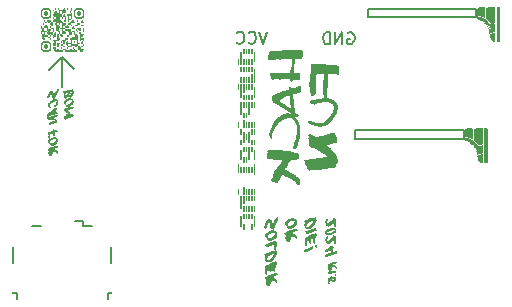
<source format=gbr>
%TF.GenerationSoftware,KiCad,Pcbnew,8.0.4*%
%TF.CreationDate,2024-09-21T16:19:46-07:00*%
%TF.ProjectId,solder_challenge_555,736f6c64-6572-45f6-9368-616c6c656e67,rev?*%
%TF.SameCoordinates,Original*%
%TF.FileFunction,Legend,Bot*%
%TF.FilePolarity,Positive*%
%FSLAX46Y46*%
G04 Gerber Fmt 4.6, Leading zero omitted, Abs format (unit mm)*
G04 Created by KiCad (PCBNEW 8.0.4) date 2024-09-21 16:19:46*
%MOMM*%
%LPD*%
G01*
G04 APERTURE LIST*
%ADD10C,0.150000*%
%ADD11C,0.000000*%
%ADD12C,0.175000*%
%ADD13C,0.300000*%
%ADD14C,1.400000*%
%ADD15O,1.400000X1.400000*%
%ADD16C,1.600000*%
%ADD17R,1.800000X1.800000*%
%ADD18C,1.800000*%
%ADD19R,1.700000X1.700000*%
%ADD20O,1.700000X1.700000*%
%ADD21C,0.800000*%
%ADD22R,0.450000X1.300000*%
%ADD23C,2.000000*%
%ADD24R,2.400000X1.600000*%
%ADD25O,2.400000X1.600000*%
G04 APERTURE END LIST*
D10*
X120970000Y-42420000D02*
X121990000Y-43440000D01*
X119900000Y-43490000D02*
X120970000Y-42420000D01*
X120970000Y-44980000D02*
X120970000Y-42420000D01*
G36*
X120655136Y-45148967D02*
G01*
X120656894Y-45157369D01*
X120666468Y-45157369D01*
X120662951Y-45148967D01*
X120660802Y-45140565D01*
X120664710Y-45141151D01*
X120674284Y-45142128D01*
X120685617Y-45143300D01*
X120694605Y-45146036D01*
X120699685Y-45150725D01*
X120703593Y-45157369D01*
X120708674Y-45163035D01*
X120717076Y-45163035D01*
X120719811Y-45184333D01*
X120726650Y-45199965D01*
X120734466Y-45212470D01*
X120739546Y-45224975D01*
X120733879Y-45228297D01*
X120728408Y-45234940D01*
X120734075Y-45234940D01*
X120739546Y-45234940D01*
X120737983Y-45245101D01*
X120734075Y-45253112D01*
X120738960Y-45258583D01*
X120739546Y-45268743D01*
X120729972Y-45269330D01*
X120727236Y-45275973D01*
X120728408Y-45284570D01*
X120728408Y-45291214D01*
X120723328Y-45296294D01*
X120717076Y-45302547D01*
X120717662Y-45311535D01*
X120717076Y-45320523D01*
X120712581Y-45325017D01*
X120705938Y-45330683D01*
X120699099Y-45347487D01*
X120694605Y-45358820D01*
X120688939Y-45366636D01*
X120683272Y-45375624D01*
X120677215Y-45392037D01*
X120677801Y-45409427D01*
X120673112Y-45412749D01*
X120672135Y-45420760D01*
X120667055Y-45423496D01*
X120660802Y-45426427D01*
X120658066Y-45435219D01*
X120656308Y-45443230D01*
X120652791Y-45443230D01*
X120650642Y-45443230D01*
X120649469Y-45448311D01*
X120650642Y-45453391D01*
X120644389Y-45459448D01*
X120638332Y-45465701D01*
X120638332Y-45471367D01*
X120631493Y-45484263D01*
X120622505Y-45493838D01*
X120621919Y-45498918D01*
X120622505Y-45505170D01*
X120616252Y-45509469D01*
X120610000Y-45515331D01*
X120608241Y-45527055D01*
X120604333Y-45538974D01*
X120598667Y-45542295D01*
X120594173Y-45548939D01*
X120591437Y-45553433D01*
X120588702Y-45554605D01*
X120579713Y-45577662D01*
X120570530Y-45599741D01*
X120568967Y-45601891D01*
X120565059Y-45606385D01*
X120562323Y-45614200D01*
X120560565Y-45622212D01*
X120558220Y-45626706D01*
X120554898Y-45627878D01*
X120551381Y-45637843D01*
X120549232Y-45650348D01*
X120543565Y-45653084D01*
X120537899Y-45656015D01*
X120534577Y-45671060D01*
X120532428Y-45684152D01*
X120527348Y-45689623D01*
X120521095Y-45695289D01*
X120515429Y-45703300D01*
X120509762Y-45712288D01*
X120509958Y-45720690D01*
X120509762Y-45729092D01*
X120504291Y-45731828D01*
X120498625Y-45734759D01*
X120494717Y-45743161D01*
X120492958Y-45751563D01*
X120489637Y-45755080D01*
X120487292Y-45757229D01*
X120490223Y-45762896D01*
X120492958Y-45768562D01*
X120487878Y-45767780D01*
X120481625Y-45768562D01*
X120481821Y-45774033D01*
X120481625Y-45778527D01*
X120475568Y-45787124D01*
X120470488Y-45796699D01*
X120476741Y-45802170D01*
X120476154Y-45812330D01*
X120471074Y-45818583D01*
X120470488Y-45830307D01*
X120465408Y-45835387D01*
X120459155Y-45840467D01*
X120457006Y-45851800D01*
X120453489Y-45864110D01*
X120451339Y-45865282D01*
X120448018Y-45868604D01*
X120445087Y-45874270D01*
X120442351Y-45879937D01*
X120439030Y-45883845D01*
X120437857Y-45885603D01*
X120440006Y-45892247D01*
X120442351Y-45896741D01*
X120437271Y-45902407D01*
X120431018Y-45908073D01*
X120428283Y-45919211D01*
X120425352Y-45930544D01*
X120423203Y-45932302D01*
X120419881Y-45936210D01*
X120413628Y-45953600D01*
X120408548Y-45970013D01*
X120393893Y-45975484D01*
X120380411Y-45981151D01*
X120370837Y-45979392D01*
X120364584Y-45975484D01*
X120351688Y-45973335D01*
X120345631Y-45972749D01*
X120341723Y-45970404D01*
X120336448Y-45964347D01*
X120330390Y-45963761D01*
X120325310Y-45964347D01*
X120316322Y-45955359D01*
X120308311Y-45947348D01*
X120287599Y-45933279D01*
X120269036Y-45924877D01*
X120265715Y-45912568D01*
X120258290Y-45904166D01*
X120250474Y-45896154D01*
X120245394Y-45885603D01*
X120228394Y-45876420D01*
X120218234Y-45864110D01*
X120209246Y-45857857D01*
X120201430Y-45851800D01*
X120201039Y-45838709D01*
X120194787Y-45827571D01*
X120189120Y-45819169D01*
X120190097Y-45812330D01*
X120189120Y-45807836D01*
X120184626Y-45806664D01*
X120188534Y-45801584D01*
X120190097Y-45796699D01*
X120184626Y-45795917D01*
X120178960Y-45796699D01*
X120175638Y-45784193D01*
X120173293Y-45773056D01*
X120169972Y-45769539D01*
X120167627Y-45768562D01*
X120170558Y-45761723D01*
X120173293Y-45757229D01*
X120170558Y-45755471D01*
X120167627Y-45751563D01*
X120162156Y-45733000D01*
X120156489Y-45717759D01*
X120156489Y-45712679D01*
X120156489Y-45706622D01*
X120154877Y-45702012D01*
X120149064Y-45663244D01*
X120149026Y-45661666D01*
X120146329Y-45622212D01*
X120145297Y-45618956D01*
X120138513Y-45580397D01*
X120133824Y-45544445D01*
X120131088Y-45521388D01*
X120128353Y-45505170D01*
X120128939Y-45478011D01*
X120118192Y-45453391D01*
X120109790Y-45465701D01*
X120100216Y-45476448D01*
X120092400Y-45488171D01*
X120088883Y-45505170D01*
X120064849Y-45532135D01*
X120050586Y-45560272D01*
X120047850Y-45570432D01*
X120044919Y-45578248D01*
X120038276Y-45584891D01*
X120032609Y-45594075D01*
X120028311Y-45603063D01*
X120022449Y-45610879D01*
X120013070Y-45627683D01*
X120005645Y-45644682D01*
X120002323Y-45655429D01*
X119999979Y-45667152D01*
X119994312Y-45670083D01*
X119988646Y-45672819D01*
X119985324Y-45684542D01*
X119983175Y-45695289D01*
X119973600Y-45713265D01*
X119971842Y-45734759D01*
X119963440Y-45735931D01*
X119966175Y-45739253D01*
X119960509Y-45749413D01*
X119956796Y-45757229D01*
X119955038Y-45762896D01*
X119952302Y-45766803D01*
X119949371Y-45768562D01*
X119943314Y-45786929D01*
X119938039Y-45806664D01*
X119926901Y-45834801D01*
X119924556Y-45843984D01*
X119921235Y-45851800D01*
X119915568Y-45864110D01*
X119914396Y-45866454D01*
X119913419Y-45868604D01*
X119912247Y-45872121D01*
X119909902Y-45879937D01*
X119905994Y-45894005D01*
X119898764Y-45902407D01*
X119893098Y-45908660D01*
X119887431Y-45913740D01*
X119875122Y-45915889D01*
X119855973Y-45916475D01*
X119838583Y-45913545D01*
X119831158Y-45908073D01*
X119825491Y-45902993D01*
X119814354Y-45902407D01*
X119811423Y-45894005D01*
X119808688Y-45885603D01*
X119799699Y-45880914D01*
X119792861Y-45874270D01*
X119790125Y-45869776D01*
X119787194Y-45868604D01*
X119784459Y-45859030D01*
X119787194Y-45851800D01*
X119781723Y-45849455D01*
X119774884Y-45846133D01*
X119773907Y-45834801D01*
X119776643Y-45830307D01*
X119778792Y-45828743D01*
X119774884Y-45824836D01*
X119774884Y-45819169D01*
X119774884Y-45812330D01*
X119768241Y-45799434D01*
X119764724Y-45785366D01*
X119770000Y-45776378D01*
X119769218Y-45762896D01*
X119777229Y-45761137D01*
X119780551Y-45757229D01*
X119778792Y-45749804D01*
X119781137Y-45736908D01*
X119784459Y-45724598D01*
X119787194Y-45717759D01*
X119794033Y-45698025D01*
X119798527Y-45678485D01*
X119803021Y-45675554D01*
X119808688Y-45672819D01*
X119812595Y-45664417D01*
X119814354Y-45656015D01*
X119820020Y-45639602D01*
X119820997Y-45622212D01*
X119836238Y-45603063D01*
X119842491Y-45582742D01*
X119845812Y-45580983D01*
X119847962Y-45578248D01*
X119848157Y-45571995D01*
X119847962Y-45567110D01*
X119853628Y-45561444D01*
X119860467Y-45554605D01*
X119862616Y-45546203D01*
X119864961Y-45538974D01*
X119873949Y-45524124D01*
X119881765Y-45510837D01*
X119882351Y-45502240D01*
X119881765Y-45493838D01*
X119887431Y-45493838D01*
X119888018Y-45488171D01*
X119887431Y-45481528D01*
X119890753Y-45481528D01*
X119894270Y-45481528D01*
X119893098Y-45477034D01*
X119894270Y-45471367D01*
X119898178Y-45468436D01*
X119904235Y-45465701D01*
X119909511Y-45447725D01*
X119909902Y-45431898D01*
X119915568Y-45428576D01*
X119921235Y-45426427D01*
X119925143Y-45415484D01*
X119926051Y-45409427D01*
X119927878Y-45409427D01*
X119931395Y-45412749D01*
X119933545Y-45409427D01*
X119940383Y-45413335D01*
X119944877Y-45420760D01*
X119946636Y-45415094D01*
X119944877Y-45403761D01*
X119935889Y-45404933D01*
X119927878Y-45409427D01*
X119926051Y-45409427D01*
X119926901Y-45403761D01*
X119929637Y-45399267D01*
X119932372Y-45398290D01*
X119929637Y-45392037D01*
X119926901Y-45386957D01*
X119929637Y-45385785D01*
X119935303Y-45384612D01*
X119939211Y-45381877D01*
X119938039Y-45375624D01*
X119949958Y-45378360D01*
X119946050Y-45385785D01*
X119939797Y-45394187D01*
X119943705Y-45398290D01*
X119949371Y-45389692D01*
X119955038Y-45381290D01*
X119950544Y-45373866D01*
X119949371Y-45364487D01*
X119953866Y-45363314D01*
X119955038Y-45358820D01*
X119958360Y-45355498D01*
X119960509Y-45354326D01*
X119963440Y-45342993D01*
X119966175Y-45330683D01*
X119970669Y-45328339D01*
X119977508Y-45325017D01*
X119977508Y-45319937D01*
X119977508Y-45314856D01*
X119987669Y-45305868D01*
X119999979Y-45296880D01*
X120017564Y-45279295D01*
X120032609Y-45263077D01*
X120058804Y-45262152D01*
X120099043Y-45263663D01*
X120106407Y-45264384D01*
X120146329Y-45268743D01*
X120157076Y-45268743D01*
X120167627Y-45268743D01*
X120170558Y-45274996D01*
X120173293Y-45281249D01*
X120181695Y-45280467D01*
X120190097Y-45281249D01*
X120193028Y-45285743D01*
X120195764Y-45291214D01*
X120204361Y-45294145D01*
X120212763Y-45296880D01*
X120217843Y-45302547D01*
X120223900Y-45308213D01*
X120232498Y-45310949D01*
X120240900Y-45314856D01*
X120245394Y-45323258D01*
X120252037Y-45336350D01*
X120260635Y-45345338D01*
X120269036Y-45354326D01*
X120269036Y-45359211D01*
X120269036Y-45364487D01*
X120271772Y-45367808D01*
X120274508Y-45370153D01*
X120278611Y-45395945D01*
X120285840Y-45415094D01*
X120285840Y-45420174D01*
X120285840Y-45426427D01*
X120289748Y-45452805D01*
X120291507Y-45481528D01*
X120293852Y-45489930D01*
X120297173Y-45499504D01*
X120300495Y-45522561D01*
X120302644Y-45538974D01*
X120305575Y-45577662D01*
X120308311Y-45606385D01*
X120306748Y-45623775D01*
X120312805Y-45640188D01*
X120319644Y-45624361D01*
X120330781Y-45606385D01*
X120332540Y-45608534D01*
X120336448Y-45606385D01*
X120332735Y-45604626D01*
X120330781Y-45599741D01*
X120333126Y-45598569D01*
X120336448Y-45594075D01*
X120338792Y-45583914D01*
X120340942Y-45572581D01*
X120347780Y-45566915D01*
X120352274Y-45560272D01*
X120360286Y-45543859D01*
X120374745Y-45533307D01*
X120377090Y-45539364D01*
X120380411Y-45544445D01*
X120378653Y-45532721D01*
X120374745Y-45520802D01*
X120380411Y-45510837D01*
X120389009Y-45508492D01*
X120386078Y-45505170D01*
X120387836Y-45500090D01*
X120391744Y-45499504D01*
X120400146Y-45479769D01*
X120408548Y-45460034D01*
X120425352Y-45437564D01*
X120426524Y-45434047D01*
X120428869Y-45428576D01*
X120431018Y-45420760D01*
X120435122Y-45410600D01*
X120442351Y-45403761D01*
X120447431Y-45394773D01*
X120453489Y-45386957D01*
X120455833Y-45380118D01*
X120455833Y-45371130D01*
X120457592Y-45364291D01*
X120464822Y-45364487D01*
X120465994Y-45371716D01*
X120470488Y-45375624D01*
X120469316Y-45367808D01*
X120465408Y-45359797D01*
X120463649Y-45353154D01*
X120470488Y-45347487D01*
X120472833Y-45351395D01*
X120476154Y-45347487D01*
X120472051Y-45341821D01*
X120476154Y-45335177D01*
X120478453Y-45333013D01*
X120481235Y-45337913D01*
X120485143Y-45335764D01*
X120489637Y-45328925D01*
X120494131Y-45325017D01*
X120501556Y-45318178D01*
X120505268Y-45302547D01*
X120499797Y-45308213D01*
X120495694Y-45313293D01*
X120488464Y-45314856D01*
X120487610Y-45317617D01*
X120487292Y-45314856D01*
X120492958Y-45310949D01*
X120498625Y-45308213D01*
X120499211Y-45303133D01*
X120498625Y-45296880D01*
X120509958Y-45289455D01*
X120510991Y-45287904D01*
X120511521Y-45299030D01*
X120522267Y-45302547D01*
X120517773Y-45292386D01*
X120513866Y-45286720D01*
X120511781Y-45286720D01*
X120515429Y-45281249D01*
X120529692Y-45280076D01*
X120537899Y-45274410D01*
X120533213Y-45268743D01*
X120701249Y-45268743D01*
X120707892Y-45273237D01*
X120714535Y-45267571D01*
X120720788Y-45256824D01*
X120723719Y-45247445D01*
X120711214Y-45250181D01*
X120709651Y-45257020D01*
X120709651Y-45264249D01*
X120701249Y-45268743D01*
X120533213Y-45268743D01*
X120529497Y-45264249D01*
X120532428Y-45274410D01*
X120521681Y-45274410D01*
X120515429Y-45268743D01*
X120524026Y-45264249D01*
X120532428Y-45258583D01*
X120535163Y-45261905D01*
X120541416Y-45265812D01*
X120547083Y-45267571D01*
X120549232Y-45263077D01*
X120546496Y-45254089D01*
X120537899Y-45253112D01*
X120544152Y-45237090D01*
X120550609Y-45229809D01*
X120556071Y-45238848D01*
X120567794Y-45232205D01*
X120576782Y-45218527D01*
X120576420Y-45217550D01*
X120616838Y-45217550D01*
X120616838Y-45224780D01*
X120620160Y-45229274D01*
X120622505Y-45224975D01*
X120622505Y-45219699D01*
X120622505Y-45213642D01*
X120616838Y-45217550D01*
X120576420Y-45217550D01*
X120572875Y-45207976D01*
X120567208Y-45216378D01*
X120566036Y-45229469D01*
X120550912Y-45229469D01*
X120554898Y-45224975D01*
X120564473Y-45211884D01*
X120577369Y-45201332D01*
X120584794Y-45206803D01*
X120594173Y-45201332D01*
X120585966Y-45197229D01*
X120588702Y-45191172D01*
X120598667Y-45201332D01*
X120599839Y-45192149D01*
X120603942Y-45192735D01*
X120608436Y-45195080D01*
X120610000Y-45191172D01*
X120614884Y-45196838D01*
X120622505Y-45201332D01*
X120618597Y-45204654D01*
X120622505Y-45207976D01*
X120626999Y-45205631D01*
X120632665Y-45213642D01*
X120639309Y-45213642D01*
X120639309Y-45224975D01*
X120644797Y-45219309D01*
X120678583Y-45219309D01*
X120688743Y-45216964D01*
X120691088Y-45207976D01*
X120695582Y-45207976D01*
X120697732Y-45216378D01*
X120703398Y-45217550D01*
X120711800Y-45216378D01*
X120723719Y-45219309D01*
X120715122Y-45208562D01*
X120695582Y-45207976D01*
X120691088Y-45207976D01*
X120689916Y-45196057D01*
X120689916Y-45185505D01*
X120678583Y-45219309D01*
X120644797Y-45219309D01*
X120645366Y-45218722D01*
X120644193Y-45207390D01*
X120640872Y-45201723D01*
X120639309Y-45213642D01*
X120632665Y-45213642D01*
X120636573Y-45198988D01*
X120634228Y-45189023D01*
X120630907Y-45186678D01*
X120632665Y-45195666D01*
X120622505Y-45194494D01*
X120622505Y-45188436D01*
X120622505Y-45180425D01*
X120622505Y-45174173D01*
X120616838Y-45185505D01*
X120604333Y-45191172D01*
X120605505Y-45181598D01*
X120598667Y-45179839D01*
X120590851Y-45179253D01*
X120588702Y-45174173D01*
X120610000Y-45174173D01*
X120607264Y-45163621D01*
X120614494Y-45156196D01*
X120626999Y-45150725D01*
X120638332Y-45146036D01*
X120638136Y-45153461D01*
X120634228Y-45161277D01*
X120632665Y-45168702D01*
X120638332Y-45174173D01*
X120647320Y-45169288D01*
X120647320Y-45162449D01*
X120644389Y-45153461D01*
X120643998Y-45140565D01*
X120653377Y-45140565D01*
X120655136Y-45148967D01*
G37*
G36*
X120487878Y-45319937D02*
G01*
X120487292Y-45325017D01*
X120482798Y-45328925D01*
X120478453Y-45333013D01*
X120477131Y-45330683D01*
X120485143Y-45325603D01*
X120487610Y-45317617D01*
X120487878Y-45319937D01*
G37*
G36*
X120511781Y-45286720D02*
G01*
X120510991Y-45287904D01*
X120510935Y-45286720D01*
X120511781Y-45286720D01*
G37*
G36*
X120550609Y-45229809D02*
G01*
X120550404Y-45229469D01*
X120550912Y-45229469D01*
X120550609Y-45229809D01*
G37*
G36*
X120510935Y-45976852D02*
G01*
X120505464Y-45977438D01*
X120504291Y-45983691D01*
X120513279Y-45984277D01*
X120517187Y-45992093D01*
X120520509Y-46001081D01*
X120526762Y-46003817D01*
X120524612Y-45992679D01*
X120531842Y-45986622D01*
X120542588Y-45987208D01*
X120549232Y-45997173D01*
X120539071Y-45998932D01*
X120533405Y-46003817D01*
X120552554Y-46004012D01*
X120567208Y-46010655D01*
X120564473Y-46024138D01*
X120567208Y-46030976D01*
X120574633Y-46026873D01*
X120583035Y-46022965D01*
X120584794Y-46031367D01*
X120588702Y-46037620D01*
X120601011Y-46048953D01*
X120612344Y-46055596D01*
X120619574Y-46057355D01*
X120623482Y-46062435D01*
X120626217Y-46069665D01*
X120632470Y-46072986D01*
X120638136Y-46076894D01*
X120640481Y-46084905D01*
X120642630Y-46088813D01*
X120645952Y-46090572D01*
X120655526Y-46110893D01*
X120669595Y-46124375D01*
X120667250Y-46132191D01*
X120662951Y-46136685D01*
X120665101Y-46141179D01*
X120669595Y-46142351D01*
X120670767Y-46137857D01*
X120675261Y-46136685D01*
X120676434Y-46150167D01*
X120680928Y-46169316D01*
X120686594Y-46176154D01*
X120692065Y-46182798D01*
X120696559Y-46213670D01*
X120697732Y-46242588D01*
X120703398Y-46242588D01*
X120703893Y-46248215D01*
X120702226Y-46288115D01*
X120697732Y-46317815D01*
X120694996Y-46332470D01*
X120692065Y-46343803D01*
X120689330Y-46354354D01*
X120686594Y-46362951D01*
X120672916Y-46387571D01*
X120669595Y-46418053D01*
X120656699Y-46428213D01*
X120645952Y-46436029D01*
X120645366Y-46442868D01*
X120645952Y-46449511D01*
X120642630Y-46451270D01*
X120638136Y-46452442D01*
X120635792Y-46453419D01*
X120640481Y-46457522D01*
X120633642Y-46468073D01*
X120629148Y-46483314D01*
X120612149Y-46492302D01*
X120601011Y-46510279D01*
X120592609Y-46524347D01*
X120583035Y-46522784D01*
X120580104Y-46523175D01*
X120578541Y-46528450D01*
X120579518Y-46537438D01*
X120577369Y-46549748D01*
X120575024Y-46549748D01*
X120572875Y-46549748D01*
X120565645Y-46558736D01*
X120560565Y-46570069D01*
X120553140Y-46569874D01*
X120543565Y-46568311D01*
X120536336Y-46569288D01*
X120533405Y-46576713D01*
X120542393Y-46574954D01*
X120549232Y-46579448D01*
X120550990Y-46585701D01*
X120544738Y-46590195D01*
X120539658Y-46585115D01*
X120534187Y-46592540D01*
X120529106Y-46604849D01*
X120526762Y-46616182D01*
X120518946Y-46615987D01*
X120512693Y-46611493D01*
X120507613Y-46609344D01*
X120504291Y-46616182D01*
X120512693Y-46625561D01*
X120512693Y-46626734D01*
X120507027Y-46626343D01*
X120498625Y-46629665D01*
X120496280Y-46639825D01*
X120492958Y-46649986D01*
X120483970Y-46649790D01*
X120476154Y-46649986D01*
X120468729Y-46664445D01*
X120464822Y-46683593D01*
X120454661Y-46683593D01*
X120444501Y-46682616D01*
X120437271Y-46684766D01*
X120436685Y-46696099D01*
X120441765Y-46691605D01*
X120449190Y-46690432D01*
X120453098Y-46691995D01*
X120448018Y-46697271D01*
X120428283Y-46698834D01*
X120407376Y-46709581D01*
X120405812Y-46704501D01*
X120401709Y-46701765D01*
X120393893Y-46688674D01*
X120393307Y-46685938D01*
X120396824Y-46686524D01*
X120401709Y-46683593D01*
X120388813Y-46674605D01*
X120373572Y-46670111D01*
X120377676Y-46679685D01*
X120373182Y-46680272D01*
X120363607Y-46678513D01*
X120352274Y-46683593D01*
X120346608Y-46674019D01*
X120338792Y-46670111D01*
X120336057Y-46647055D01*
X120344459Y-46636503D01*
X120328632Y-46628492D01*
X120327459Y-46603872D01*
X120334884Y-46602114D01*
X120338792Y-46597034D01*
X120329804Y-46595861D01*
X120330976Y-46588632D01*
X120334884Y-46577299D01*
X120333126Y-46563230D01*
X120324724Y-46562644D01*
X120321402Y-46557564D01*
X120320230Y-46550334D01*
X120317299Y-46545254D01*
X120326482Y-46537829D01*
X120326482Y-46528841D01*
X120324724Y-46518876D01*
X120327459Y-46509302D01*
X120332735Y-46514187D01*
X120333126Y-46522784D01*
X120356182Y-46542909D01*
X120379239Y-46563230D01*
X120370837Y-46569483D01*
X120373572Y-46576713D01*
X120379239Y-46570460D01*
X120384905Y-46563230D01*
X120386078Y-46572219D01*
X120390572Y-46576713D01*
X120388227Y-46563817D01*
X120387836Y-46556978D01*
X120385491Y-46551898D01*
X120379239Y-46545254D01*
X120383342Y-46539002D01*
X120382170Y-46536266D01*
X120407376Y-46536266D01*
X120412456Y-46540565D01*
X120418709Y-46545254D01*
X120428869Y-46545254D01*
X120424375Y-46536266D01*
X120418709Y-46536266D01*
X120413042Y-46536266D01*
X120408548Y-46533335D01*
X120407376Y-46536266D01*
X120382170Y-46536266D01*
X120379239Y-46529427D01*
X120395066Y-46533335D01*
X120404054Y-46522588D01*
X120409134Y-46503440D01*
X120410614Y-46495819D01*
X120418709Y-46495819D01*
X120429455Y-46490153D01*
X120443524Y-46487808D01*
X120454661Y-46483314D01*
X120459155Y-46469832D01*
X120452512Y-46474912D01*
X120444696Y-46481556D01*
X120438443Y-46482728D01*
X120436685Y-46469832D01*
X120423789Y-46479406D01*
X120418709Y-46495819D01*
X120410614Y-46495819D01*
X120413042Y-46483314D01*
X120402882Y-46487808D01*
X120396238Y-46483314D01*
X120407376Y-46483314D01*
X120408548Y-46471004D01*
X120416364Y-46461821D01*
X120422616Y-46458499D01*
X120418709Y-46464166D01*
X120414801Y-46474912D01*
X120418709Y-46483314D01*
X120429455Y-46466901D01*
X120448018Y-46469832D01*
X120453684Y-46453419D01*
X120464822Y-46457522D01*
X120468729Y-46432121D01*
X120480648Y-46436029D01*
X120477327Y-46438374D01*
X120480648Y-46442868D01*
X120483384Y-46435443D01*
X120486120Y-46431535D01*
X120480062Y-46428213D01*
X120476154Y-46423719D01*
X120469902Y-46429190D01*
X120460914Y-46434856D01*
X120455247Y-46436615D01*
X120459155Y-46431535D01*
X120469902Y-46423719D01*
X120473810Y-46411800D01*
X120476154Y-46400662D01*
X120480648Y-46395582D01*
X120481235Y-46398904D01*
X120483384Y-46405547D01*
X120487487Y-46410628D01*
X120492958Y-46409064D01*
X120492372Y-46398318D01*
X120486315Y-46388743D01*
X120482212Y-46381514D01*
X120486120Y-46377606D01*
X120491786Y-46381514D01*
X120500188Y-46377997D01*
X120510935Y-46372330D01*
X120521095Y-46369595D01*
X120520509Y-46358848D01*
X120527348Y-46357285D01*
X120535163Y-46356699D01*
X120539071Y-46350642D01*
X120521681Y-46353182D01*
X120510935Y-46362951D01*
X120513279Y-46348297D01*
X120524026Y-46343217D01*
X120536336Y-46339113D01*
X120544738Y-46330321D01*
X120536336Y-46330711D01*
X120530669Y-46334619D01*
X120524612Y-46338136D01*
X120514256Y-46336964D01*
X120509371Y-46331884D01*
X120512693Y-46322309D01*
X120518360Y-46316057D01*
X120521095Y-46322505D01*
X120516601Y-46324068D01*
X120514256Y-46330321D01*
X120544738Y-46317815D01*
X120536336Y-46315666D01*
X120530669Y-46307850D01*
X120528911Y-46299253D01*
X120533405Y-46296517D01*
X120539071Y-46304333D01*
X120540830Y-46296517D01*
X120544738Y-46290851D01*
X120540244Y-46287529D01*
X120542002Y-46284598D01*
X120545910Y-46281277D01*
X120549232Y-46277369D01*
X120545910Y-46272875D01*
X120543565Y-46268381D01*
X120544738Y-46263886D01*
X120549232Y-46259783D01*
X120554898Y-46256071D01*
X120567208Y-46263886D01*
X120565059Y-46274633D01*
X120555484Y-46281277D01*
X120548646Y-46287529D01*
X120554898Y-46296517D01*
X120558220Y-46285184D01*
X120565645Y-46279518D01*
X120573461Y-46274047D01*
X120577369Y-46263886D01*
X120563300Y-46258220D01*
X120554898Y-46242588D01*
X120560565Y-46238485D01*
X120567794Y-46237508D01*
X120574633Y-46235750D01*
X120577369Y-46230083D01*
X120570725Y-46228325D01*
X120567208Y-46223440D01*
X120577955Y-46221095D01*
X120576392Y-46212693D01*
X120572288Y-46202533D01*
X120577369Y-46196280D01*
X120579713Y-46200774D01*
X120583035Y-46196280D01*
X120579127Y-46189050D01*
X120578541Y-46178890D01*
X120577955Y-46169316D01*
X120572875Y-46164822D01*
X120559429Y-46162135D01*
X120519532Y-46155833D01*
X120509711Y-46154904D01*
X120470488Y-46158178D01*
X120469902Y-46160914D01*
X120470488Y-46164822D01*
X120456420Y-46164235D01*
X120441179Y-46164822D01*
X120440006Y-46167166D01*
X120436685Y-46169316D01*
X120433363Y-46170488D01*
X120429846Y-46169316D01*
X120427110Y-46174396D01*
X120424375Y-46177131D01*
X120410893Y-46176545D01*
X120396238Y-46177131D01*
X120390572Y-46182798D01*
X120384905Y-46189637D01*
X120373182Y-46190027D01*
X120361263Y-46189637D01*
X120356769Y-46196866D01*
X120352274Y-46204291D01*
X120341528Y-46203119D01*
X120333126Y-46204291D01*
X120330390Y-46209762D01*
X120327459Y-46216601D01*
X120319644Y-46216601D01*
X120310655Y-46216601D01*
X120307920Y-46222854D01*
X120304989Y-46230083D01*
X120296587Y-46230083D01*
X120287013Y-46230083D01*
X120284668Y-46236336D01*
X120282519Y-46242588D01*
X120270209Y-46246887D01*
X120258876Y-46250404D01*
X120243049Y-46250404D01*
X120233670Y-46260565D01*
X120219406Y-46269553D01*
X120218429Y-46265059D01*
X120214912Y-46263886D01*
X120214521Y-46270530D01*
X120214912Y-46277369D01*
X120190293Y-46283035D01*
X120185799Y-46283426D01*
X120180132Y-46283035D01*
X120174466Y-46293586D01*
X120168799Y-46304333D01*
X120157076Y-46306678D01*
X120145157Y-46310000D01*
X120136364Y-46322309D01*
X120128353Y-46330321D01*
X120123859Y-46332470D01*
X120122686Y-46336964D01*
X120113698Y-46339309D01*
X120105882Y-46343803D01*
X120100802Y-46353182D01*
X120094549Y-46362951D01*
X120088297Y-46362756D01*
X120083217Y-46362951D01*
X120074424Y-46378192D01*
X120066413Y-46391088D01*
X120060160Y-46390502D01*
X120054103Y-46391088D01*
X120053517Y-46397732D01*
X120048436Y-46402226D01*
X120043942Y-46405743D01*
X120042770Y-46409064D01*
X120031437Y-46423719D01*
X120037103Y-46431535D01*
X120029288Y-46430362D01*
X120021472Y-46431535D01*
X120020300Y-46436615D01*
X120021472Y-46442868D01*
X120014633Y-46443258D01*
X120008967Y-46442868D01*
X120007990Y-46451270D01*
X120003300Y-46457522D01*
X119999392Y-46458499D01*
X119997829Y-46464166D01*
X119982588Y-46482142D01*
X119968520Y-46495819D01*
X119969106Y-46502463D01*
X119968520Y-46509302D01*
X119964026Y-46509692D01*
X119958360Y-46509302D01*
X119955624Y-46515945D01*
X119952693Y-46522784D01*
X119934717Y-46555806D01*
X119923384Y-46590195D01*
X119930809Y-46592930D01*
X119934717Y-46597034D01*
X119942533Y-46595275D01*
X119949958Y-46592540D01*
X119952693Y-46591953D01*
X119947027Y-46597034D01*
X119944877Y-46601528D01*
X119939211Y-46603286D01*
X119933154Y-46604849D01*
X119930223Y-46610516D01*
X119936475Y-46615010D01*
X119941556Y-46613251D01*
X119947613Y-46609930D01*
X119958360Y-46610516D01*
X119957773Y-46621263D01*
X119953866Y-46620090D01*
X119949371Y-46617159D01*
X119947027Y-46622826D01*
X119952693Y-46627906D01*
X119958946Y-46624975D01*
X119964612Y-46622826D01*
X119968520Y-46629665D01*
X119963440Y-46635331D01*
X119968520Y-46643147D01*
X119970865Y-46631228D01*
X119976336Y-46624584D01*
X119983175Y-46618918D01*
X119986496Y-46610516D01*
X119978681Y-46610516D01*
X119972428Y-46614424D01*
X119969106Y-46614424D01*
X119968520Y-46603872D01*
X119978681Y-46604849D01*
X119983761Y-46600355D01*
X119987669Y-46594103D01*
X119993335Y-46590195D01*
X119993921Y-46594689D01*
X119998415Y-46592930D01*
X120002909Y-46588046D01*
X120003300Y-46583551D01*
X119995484Y-46581793D01*
X119993335Y-46576713D01*
X120006817Y-46573391D01*
X120021472Y-46576713D01*
X120023035Y-46594103D01*
X120021472Y-46603872D01*
X120027529Y-46611102D01*
X120033782Y-46613838D01*
X120035931Y-46617745D01*
X120031437Y-46629665D01*
X120038862Y-46631423D01*
X120042770Y-46636503D01*
X120046678Y-46639630D01*
X120039448Y-46638653D01*
X120047850Y-46667376D01*
X120042770Y-46701765D01*
X120016392Y-46718569D01*
X119997829Y-46742212D01*
X119990990Y-46744556D01*
X119986496Y-46750027D01*
X119957773Y-46748269D01*
X119940383Y-46742212D01*
X119939797Y-46747292D01*
X119934717Y-46750027D01*
X119929637Y-46743775D01*
X119923384Y-46736545D01*
X119915568Y-46733224D01*
X119907752Y-46729902D01*
X119900523Y-46719546D01*
X119895247Y-46709581D01*
X119881374Y-46697076D01*
X119871800Y-46691018D01*
X119868869Y-46684180D01*
X119872777Y-46670111D01*
X119856559Y-46661123D01*
X119845226Y-46644319D01*
X119840732Y-46623412D01*
X119844640Y-46603872D01*
X119832916Y-46600355D01*
X119829986Y-46591953D01*
X119831158Y-46582379D01*
X119832330Y-46576713D01*
X119829986Y-46575736D01*
X119826664Y-46576713D01*
X119823928Y-46566552D01*
X119825687Y-46552484D01*
X119827836Y-46538415D01*
X119826664Y-46529427D01*
X119820411Y-46523761D01*
X119815331Y-46515945D01*
X119815917Y-46503440D01*
X119820997Y-46495819D01*
X119826664Y-46506371D01*
X119832330Y-46504808D01*
X119826664Y-46498555D01*
X119826078Y-46487222D01*
X119829009Y-46476085D01*
X119832330Y-46469832D01*
X119815331Y-46476671D01*
X119814354Y-46465338D01*
X119817676Y-46459672D01*
X119822756Y-46455177D01*
X119826664Y-46449511D01*
X119816699Y-46441695D01*
X119813182Y-46431535D01*
X119812009Y-46419616D01*
X119809860Y-46409064D01*
X119818848Y-46411214D01*
X119828422Y-46416880D01*
X119832916Y-46424305D01*
X119826664Y-46431535D01*
X119820997Y-46423719D01*
X119823928Y-46431535D01*
X119823342Y-46439937D01*
X119825687Y-46446775D01*
X119837997Y-46449511D01*
X119839169Y-46420788D01*
X119844640Y-46402226D01*
X119840732Y-46396168D01*
X119837997Y-46391088D01*
X119844640Y-46389330D01*
X119849134Y-46383272D01*
X119843077Y-46377997D01*
X119837997Y-46369595D01*
X119848157Y-46364515D01*
X119848983Y-46352791D01*
X119857145Y-46352791D01*
X119858318Y-46356699D01*
X119861639Y-46350642D01*
X119863203Y-46356699D01*
X119861639Y-46369595D01*
X119862616Y-46368618D01*
X119902672Y-46368618D01*
X119906189Y-46366273D01*
X119912833Y-46360607D01*
X119918890Y-46355136D01*
X119916741Y-46348297D01*
X119910097Y-46345366D01*
X119905994Y-46345952D01*
X119912247Y-46350642D01*
X119909511Y-46355526D01*
X119907752Y-46362951D01*
X119902672Y-46368618D01*
X119862616Y-46368618D01*
X119871214Y-46360020D01*
X119868276Y-46350642D01*
X119878443Y-46350642D01*
X119881374Y-46355526D01*
X119887431Y-46352205D01*
X119894270Y-46346538D01*
X119899741Y-46343803D01*
X119900914Y-46329734D01*
X119907752Y-46322505D01*
X119897592Y-46316643D01*
X119892121Y-46327976D01*
X119887041Y-46343217D01*
X119878443Y-46350642D01*
X119868276Y-46350642D01*
X119866133Y-46343803D01*
X119859490Y-46345952D01*
X119857145Y-46352791D01*
X119848983Y-46352791D01*
X119849134Y-46350642D01*
X119855387Y-46342630D01*
X119861639Y-46336964D01*
X119895247Y-46317815D01*
X119900523Y-46295931D01*
X119912247Y-46283035D01*
X119911660Y-46293000D01*
X119907166Y-46298080D01*
X119902086Y-46301988D01*
X119899741Y-46310000D01*
X119911270Y-46313907D01*
X119918890Y-46322505D01*
X119917327Y-46312735D01*
X119912833Y-46303747D01*
X119912833Y-46297494D01*
X119923384Y-46296517D01*
X119927878Y-46299253D01*
X119927487Y-46303161D01*
X119926901Y-46307069D01*
X119930223Y-46310000D01*
X119934717Y-46296517D01*
X119944291Y-46293586D01*
X119947027Y-46283035D01*
X119941556Y-46286943D01*
X119931981Y-46290851D01*
X119922993Y-46290851D01*
X119918890Y-46283035D01*
X119929050Y-46284012D01*
X119937648Y-46278541D01*
X119945464Y-46271702D01*
X119952693Y-46269553D01*
X119953866Y-46275219D01*
X119958360Y-46277369D01*
X119960509Y-46265059D01*
X119958360Y-46256071D01*
X119968520Y-46256071D01*
X119968520Y-46277369D01*
X119979853Y-46281277D01*
X119982588Y-46268381D01*
X119978681Y-46254898D01*
X119968520Y-46256071D01*
X119958360Y-46256071D01*
X119973014Y-46251967D01*
X119986496Y-46236922D01*
X119982588Y-46233991D01*
X119986496Y-46230083D01*
X119988841Y-46237313D01*
X119993335Y-46242588D01*
X119990013Y-46251381D01*
X119993335Y-46256071D01*
X119996657Y-46251967D01*
X119997829Y-46242588D01*
X120000565Y-46230083D01*
X119999979Y-46223831D01*
X119997243Y-46218750D01*
X119993335Y-46209958D01*
X120009553Y-46217187D01*
X120012484Y-46219337D01*
X120008576Y-46213279D01*
X120003300Y-46196280D01*
X120014633Y-46200188D01*
X120027138Y-46203705D01*
X120037103Y-46201360D01*
X120042770Y-46189637D01*
X120031632Y-46192372D01*
X120021472Y-46196280D01*
X120021472Y-46183970D01*
X120028115Y-46178890D01*
X120037103Y-46175373D01*
X120042770Y-46169316D01*
X120042770Y-46160914D01*
X120046287Y-46160327D01*
X120051367Y-46163063D01*
X120054103Y-46164822D01*
X120057424Y-46150753D01*
X120066413Y-46142351D01*
X120077745Y-46150167D01*
X120083217Y-46142351D01*
X120094549Y-46128869D01*
X120086734Y-46133754D01*
X120088883Y-46128869D01*
X120092986Y-46125352D01*
X120096308Y-46129260D01*
X120100216Y-46134926D01*
X120105882Y-46136685D01*
X120109204Y-46130041D01*
X120111353Y-46124375D01*
X120104710Y-46122030D01*
X120100216Y-46117536D01*
X120114284Y-46115778D01*
X120128353Y-46117536D01*
X120137191Y-46096238D01*
X120195764Y-46096238D01*
X120208269Y-46096238D01*
X120208269Y-46084905D01*
X120195764Y-46084905D01*
X120195764Y-46096238D01*
X120137191Y-46096238D01*
X120140272Y-46088813D01*
X120168799Y-46090572D01*
X120172121Y-46079239D01*
X120168799Y-46071423D01*
X120175052Y-46069665D01*
X120182868Y-46072595D01*
X120189706Y-46070837D01*
X120190293Y-46055596D01*
X120199867Y-46057745D01*
X120208269Y-46062435D01*
X120208269Y-46053838D01*
X120211591Y-46053447D01*
X120216085Y-46055596D01*
X120219406Y-46055596D01*
X120220579Y-46048367D01*
X120225073Y-46044459D01*
X120229762Y-46051102D01*
X120237383Y-46055596D01*
X120235233Y-46051102D01*
X120230739Y-46050125D01*
X120230153Y-46041528D01*
X120234647Y-46040551D01*
X120240314Y-46042700D01*
X120243049Y-46044459D01*
X120244808Y-46037034D01*
X120248715Y-46030976D01*
X120255554Y-46026287D01*
X120265129Y-46023551D01*
X120274117Y-46024138D01*
X120276852Y-46030976D01*
X120265715Y-46030976D01*
X120258876Y-46037620D01*
X120276852Y-46033712D01*
X120279439Y-46030976D01*
X120424375Y-46030976D01*
X120431605Y-46037034D01*
X120436685Y-46044459D01*
X120442937Y-46038792D01*
X120441179Y-46032540D01*
X120433949Y-46028632D01*
X120424375Y-46030976D01*
X120279439Y-46030976D01*
X120287013Y-46022965D01*
X120287148Y-46021793D01*
X120324138Y-46021793D01*
X120328632Y-46017299D01*
X120337034Y-46009483D01*
X120344459Y-46003817D01*
X120352274Y-46003817D01*
X120354619Y-46007920D01*
X120364193Y-46012219D01*
X120371423Y-46013977D01*
X120543761Y-46013977D01*
X120544738Y-46022965D01*
X120554898Y-46022965D01*
X120556071Y-46017885D01*
X120560565Y-46016322D01*
X120557634Y-46010069D01*
X120549818Y-46009483D01*
X120543761Y-46013977D01*
X120371423Y-46013977D01*
X120366929Y-46010655D01*
X120365366Y-46008506D01*
X120360872Y-46004598D01*
X120355792Y-46002254D01*
X120352274Y-46003817D01*
X120344459Y-46003817D01*
X120339965Y-45996587D01*
X120334884Y-46000495D01*
X120330390Y-46008897D01*
X120327459Y-46016322D01*
X120324138Y-46021793D01*
X120287148Y-46021793D01*
X120287599Y-46017885D01*
X120287013Y-46010655D01*
X120296001Y-46008897D01*
X120299323Y-46003817D01*
X120324138Y-46000495D01*
X120344459Y-45990334D01*
X120355205Y-45993852D01*
X120361263Y-45997173D01*
X120364193Y-45993852D01*
X120367515Y-45988185D01*
X120370837Y-45985450D01*
X120373572Y-45990334D01*
X120366929Y-45997173D01*
X120372595Y-45992679D01*
X120379825Y-45990921D01*
X120387250Y-45989357D01*
X120390572Y-45983691D01*
X120383342Y-45982519D01*
X120379239Y-45976852D01*
X120388227Y-45981933D01*
X120396824Y-45981346D01*
X120403468Y-45978611D01*
X120407376Y-45976852D01*
X120408548Y-45984863D01*
X120413042Y-45990334D01*
X120459155Y-45990334D01*
X120463063Y-45988185D01*
X120464822Y-45983691D01*
X120459741Y-45987013D01*
X120459155Y-45990334D01*
X120413042Y-45990334D01*
X120415387Y-45977438D01*
X120424375Y-45971186D01*
X120431214Y-45975680D01*
X120435122Y-45975289D01*
X120437857Y-45974117D01*
X120441179Y-45976852D01*
X120449776Y-45976852D01*
X120459155Y-45976852D01*
X120463063Y-45979783D01*
X120464822Y-45983691D01*
X120471074Y-45987013D01*
X120476154Y-45990334D01*
X120476154Y-45987013D01*
X120476154Y-45983691D01*
X120478890Y-45984277D01*
X120482993Y-45988185D01*
X120487878Y-45991507D01*
X120492958Y-45990334D01*
X120495303Y-45983105D01*
X120499797Y-45974117D01*
X120505464Y-45970209D01*
X120510935Y-45976852D01*
G37*
G36*
X120400146Y-46514187D02*
G01*
X120396238Y-46522784D01*
X120394480Y-46518290D01*
X120391158Y-46518876D01*
X120387836Y-46519853D01*
X120384905Y-46515945D01*
X120390572Y-46509302D01*
X120400146Y-46514187D01*
G37*
G36*
X120287599Y-45999518D02*
G01*
X120285450Y-46000495D01*
X120281542Y-45998346D01*
X120276852Y-45997173D01*
X120276852Y-46000495D01*
X120276852Y-46003817D01*
X120267864Y-46002840D01*
X120270013Y-45997173D01*
X120278611Y-45993265D01*
X120287013Y-45990334D01*
X120287599Y-45999518D01*
G37*
G36*
X120330976Y-45979783D02*
G01*
X120310655Y-45983691D01*
X120307334Y-45987013D01*
X120310655Y-45976852D01*
X120330976Y-45979783D01*
G37*
G36*
X120454856Y-45958485D02*
G01*
X120452512Y-45963370D01*
X120440202Y-45962393D01*
X120441179Y-45957704D01*
X120454856Y-45958485D01*
G37*
G36*
X120505659Y-46697662D02*
G01*
X120513670Y-46699811D01*
X120514842Y-46707236D01*
X120518164Y-46711144D01*
X120528325Y-46712903D01*
X120533991Y-46711144D01*
X120532819Y-46700397D01*
X120526175Y-46702156D01*
X120519923Y-46704891D01*
X120518164Y-46695317D01*
X120538485Y-46695317D01*
X120542393Y-46710558D01*
X120559783Y-46711144D01*
X120559392Y-46724235D01*
X120554117Y-46733614D01*
X120552554Y-46729706D01*
X120549623Y-46733614D01*
X120555484Y-46737131D01*
X120562128Y-46734200D01*
X120569357Y-46732442D01*
X120575610Y-46738108D01*
X120569944Y-46743384D01*
X120572288Y-46748855D01*
X120577369Y-46754326D01*
X120580104Y-46760579D01*
X120569944Y-46776406D01*
X120576196Y-46774061D01*
X120580104Y-46770739D01*
X120580104Y-46789888D01*
X120575610Y-46803370D01*
X120565450Y-46801025D01*
X120559783Y-46803370D01*
X120563300Y-46807864D01*
X120564277Y-46813531D01*
X120565450Y-46822519D01*
X120562128Y-46837173D01*
X120554117Y-46857494D01*
X120554703Y-46863551D01*
X120554117Y-46869804D01*
X120547473Y-46869804D01*
X120544152Y-46873126D01*
X120538485Y-46890125D01*
X120538485Y-46895792D01*
X120538485Y-46902435D01*
X120533405Y-46906343D01*
X120528325Y-46911423D01*
X120525589Y-46917090D01*
X120523831Y-46922756D01*
X120518750Y-46935652D01*
X120513670Y-46944054D01*
X120505854Y-46963203D01*
X120502337Y-46982351D01*
X120493154Y-46988018D01*
X120480844Y-47024556D01*
X120471856Y-47063440D01*
X120476936Y-47075163D01*
X120487683Y-47080244D01*
X120485533Y-47074577D01*
X120482016Y-47069106D01*
X120493740Y-47067934D01*
X120499993Y-47071256D01*
X120503510Y-47076336D01*
X120508004Y-47080244D01*
X120510739Y-47076727D01*
X120518164Y-47074577D01*
X120518164Y-47080244D01*
X120524417Y-47076922D01*
X120528325Y-47080244D01*
X120523831Y-47090404D01*
X120528715Y-47088060D01*
X120534773Y-47083565D01*
X120540048Y-47081416D01*
X120543175Y-47085910D01*
X120535750Y-47090990D01*
X120537899Y-47096071D01*
X120543761Y-47093726D01*
X120547083Y-47089232D01*
X120550795Y-47085324D01*
X120558220Y-47085910D01*
X120561542Y-47090404D01*
X120567990Y-47094312D01*
X120572484Y-47097634D01*
X120567990Y-47101737D01*
X120559392Y-47097048D01*
X120552944Y-47108381D01*
X120563105Y-47103886D01*
X120573461Y-47108381D01*
X120573461Y-47105059D01*
X120573461Y-47101737D01*
X120582058Y-47102128D01*
X120587334Y-47108381D01*
X120581472Y-47108967D01*
X120577759Y-47112875D01*
X120586357Y-47111116D01*
X120592805Y-47108381D01*
X120595931Y-47113461D01*
X120592805Y-47117369D01*
X120600230Y-47114047D01*
X120607850Y-47112875D01*
X120610000Y-47117369D01*
X120610000Y-47123035D01*
X120619183Y-47123621D01*
X120628171Y-47123035D01*
X120637745Y-47135931D01*
X120652986Y-47145505D01*
X120656894Y-47165240D01*
X120658457Y-47188297D01*
X120647320Y-47205296D01*
X120633642Y-47208618D01*
X120622505Y-47215261D01*
X120634815Y-47215847D01*
X120642826Y-47220928D01*
X120621919Y-47224249D01*
X120606678Y-47215261D01*
X120602965Y-47223077D01*
X120602184Y-47232260D01*
X120608436Y-47228743D01*
X120610000Y-47237927D01*
X120573656Y-47232065D01*
X120537117Y-47226594D01*
X120519337Y-47233824D01*
X120501360Y-47242421D01*
X120439811Y-47242421D01*
X120437662Y-47262547D01*
X120435317Y-47277787D01*
X120434145Y-47294591D01*
X120435317Y-47318820D01*
X120430823Y-47330153D01*
X120422421Y-47329958D01*
X120419490Y-47324487D01*
X120416755Y-47318820D01*
X120409330Y-47318820D01*
X120412651Y-47330739D01*
X120404640Y-47340314D01*
X120399755Y-47336210D01*
X120394480Y-47340314D01*
X120392916Y-47331130D01*
X120387250Y-47327222D01*
X120382561Y-47322728D01*
X120383147Y-47312177D01*
X120368492Y-47307683D01*
X120365561Y-47290097D01*
X120357159Y-47280718D01*
X120353251Y-47271535D01*
X120346803Y-47264891D01*
X120341137Y-47271535D01*
X120330976Y-47274856D01*
X120319644Y-47276615D01*
X120310655Y-47280718D01*
X120308897Y-47274466D01*
X120305966Y-47270558D01*
X120298736Y-47275443D01*
X120290139Y-47280718D01*
X120296392Y-47281695D01*
X120300300Y-47286189D01*
X120283496Y-47281695D01*
X120268646Y-47280718D01*
X120259071Y-47286775D01*
X120248129Y-47291856D01*
X120236406Y-47295764D01*
X120222142Y-47297522D01*
X120217062Y-47302602D01*
X120211981Y-47307683D01*
X120201821Y-47308073D01*
X120191465Y-47307683D01*
X120185994Y-47313349D01*
X120180132Y-47318820D01*
X120172903Y-47317648D01*
X120165478Y-47318820D01*
X120163133Y-47323314D01*
X120160983Y-47330153D01*
X120147306Y-47329958D01*
X120134801Y-47330153D01*
X120131479Y-47334647D01*
X120129134Y-47340314D01*
X120117801Y-47344221D01*
X120108813Y-47345980D01*
X120096894Y-47352623D01*
X120087124Y-47357117D01*
X120071297Y-47364347D01*
X120041793Y-47380760D01*
X120012484Y-47397564D01*
X119997634Y-47406748D01*
X119980048Y-47410460D01*
X119962463Y-47411242D01*
X119956796Y-47416713D01*
X119951130Y-47422379D01*
X119935303Y-47425310D01*
X119924947Y-47426873D01*
X119915373Y-47430195D01*
X119904626Y-47433712D01*
X119901891Y-47438206D01*
X119898960Y-47443872D01*
X119890558Y-47444849D01*
X119884305Y-47449539D01*
X119876880Y-47452861D01*
X119868283Y-47455010D01*
X119849134Y-47460676D01*
X119832135Y-47466343D01*
X119805952Y-47471228D01*
X119775275Y-47470837D01*
X119767459Y-47463412D01*
X119754954Y-47459504D01*
X119752219Y-47452274D01*
X119749288Y-47443872D01*
X119740886Y-47441528D01*
X119732288Y-47439378D01*
X119730530Y-47430781D01*
X119728771Y-47422379D01*
X119726036Y-47413977D01*
X119723105Y-47406748D01*
X119718220Y-47405966D01*
X119712944Y-47406748D01*
X119713140Y-47392484D01*
X119712944Y-47378611D01*
X119709623Y-47370600D01*
X119705715Y-47367864D01*
X119703956Y-47366692D01*
X119707278Y-47362784D01*
X119709036Y-47353796D01*
X119712944Y-47346957D01*
X119703370Y-47347543D01*
X119697117Y-47335819D01*
X119752414Y-47335819D01*
X119755736Y-47334647D01*
X119758080Y-47330153D01*
X119762575Y-47331130D01*
X119762575Y-47330153D01*
X119762575Y-47326831D01*
X119762575Y-47324487D01*
X119754173Y-47326636D01*
X119752414Y-47335819D01*
X119697117Y-47335819D01*
X119712944Y-47334647D01*
X119723300Y-47329958D01*
X119732288Y-47326636D01*
X119743621Y-47330153D01*
X119741472Y-47319993D01*
X119759448Y-47318820D01*
X119763942Y-47307096D01*
X119775275Y-47303189D01*
X119775275Y-47286189D01*
X119778206Y-47283454D01*
X119785436Y-47286189D01*
X119782114Y-47260397D01*
X119785436Y-47232260D01*
X119780942Y-47227180D01*
X119785436Y-47220928D01*
X119787194Y-47230502D01*
X119794619Y-47232260D01*
X119798527Y-47219169D01*
X119802544Y-47216434D01*
X119840146Y-47216434D01*
X119846399Y-47221514D01*
X119854801Y-47220928D01*
X119852732Y-47215261D01*
X120570334Y-47215261D01*
X120575415Y-47224836D01*
X120585575Y-47226594D01*
X120594563Y-47221514D01*
X120596322Y-47210767D01*
X120583817Y-47208032D01*
X120570334Y-47215261D01*
X119852732Y-47215261D01*
X119850307Y-47208618D01*
X119846985Y-47205687D01*
X119845812Y-47216434D01*
X119840146Y-47216434D01*
X119802544Y-47216434D01*
X119807711Y-47212916D01*
X119817871Y-47209595D01*
X119826273Y-47205296D01*
X119828618Y-47199043D01*
X119831939Y-47193963D01*
X119842882Y-47187711D01*
X119847962Y-47178136D01*
X119852456Y-47178722D01*
X119858122Y-47178136D01*
X119858122Y-47173056D01*
X119858122Y-47166999D01*
X119866133Y-47164654D01*
X119873949Y-47161332D01*
X119878639Y-47157815D01*
X119884305Y-47161332D01*
X119879225Y-47166999D01*
X119884305Y-47172665D01*
X120624654Y-47172665D01*
X120632470Y-47166803D01*
X120639309Y-47161332D01*
X120631884Y-47157229D01*
X120624654Y-47172665D01*
X119884305Y-47172665D01*
X119889972Y-47160160D01*
X119886043Y-47150000D01*
X120610000Y-47150000D01*
X120610000Y-47158988D01*
X120615080Y-47157815D01*
X120621137Y-47151758D01*
X120621332Y-47145505D01*
X120610000Y-47150000D01*
X119886043Y-47150000D01*
X119884305Y-47145505D01*
X119896810Y-47141598D01*
X119905408Y-47132609D01*
X119913810Y-47123621D01*
X119925143Y-47118541D01*
X119936475Y-47124207D01*
X119938234Y-47127529D01*
X119940969Y-47124207D01*
X119930418Y-47119127D01*
X119925338Y-47107208D01*
X119939437Y-47101542D01*
X120237187Y-47101542D01*
X120238164Y-47117369D01*
X120241681Y-47114633D01*
X120238164Y-47112875D01*
X120244417Y-47107794D01*
X120248325Y-47101737D01*
X120250669Y-47107208D01*
X120248325Y-47117369D01*
X120259658Y-47101737D01*
X120274312Y-47117369D01*
X120279979Y-47114047D01*
X120276657Y-47107208D01*
X120273726Y-47100565D01*
X120279979Y-47096071D01*
X120276657Y-47090404D01*
X120271577Y-47091967D01*
X120265910Y-47095875D01*
X120259658Y-47096071D01*
X120262588Y-47090404D01*
X120269232Y-47088060D01*
X120276657Y-47085910D01*
X120279979Y-47080244D01*
X120282323Y-47084738D01*
X120284082Y-47092163D01*
X120289162Y-47098806D01*
X120300300Y-47101737D01*
X120304403Y-47098806D01*
X120296978Y-47096461D01*
X120289162Y-47091577D01*
X120290139Y-47080244D01*
X120300886Y-47087473D01*
X120310655Y-47096071D01*
X120313586Y-47092554D01*
X120310655Y-47090404D01*
X120317299Y-47086496D01*
X120328241Y-47083565D01*
X120335666Y-47082002D01*
X120332149Y-47080244D01*
X120320816Y-47080244D01*
X120324724Y-47073014D01*
X120334884Y-47073014D01*
X120343482Y-47071256D01*
X120342309Y-47057773D01*
X120352665Y-47057773D01*
X120357159Y-47063440D01*
X120362826Y-47060509D01*
X120360676Y-47055429D01*
X120354424Y-47052107D01*
X120346803Y-47053279D01*
X120350907Y-47044682D01*
X120346803Y-47037452D01*
X120354424Y-47025729D01*
X120368492Y-47020648D01*
X120361653Y-47015568D01*
X120357159Y-47020648D01*
X120353838Y-47017131D01*
X120357159Y-47014982D01*
X120346413Y-47010488D01*
X120333907Y-47015568D01*
X120323161Y-47025729D01*
X120316322Y-47037452D01*
X120310069Y-47035694D01*
X120304403Y-47040774D01*
X120299323Y-47048199D01*
X120294829Y-47053279D01*
X120289748Y-47052693D01*
X120284473Y-47053279D01*
X120279392Y-47061095D01*
X120274312Y-47069106D01*
X120269232Y-47069497D01*
X120264152Y-47069106D01*
X120261416Y-47074577D01*
X120259658Y-47080244D01*
X120253405Y-47079658D01*
X120248325Y-47080244D01*
X120249106Y-47085324D01*
X120248325Y-47090404D01*
X120237187Y-47101542D01*
X119939437Y-47101542D01*
X119946245Y-47098806D01*
X119980635Y-47080830D01*
X120014242Y-47062854D01*
X120022952Y-47057773D01*
X120035150Y-47057773D01*
X120037494Y-47061095D01*
X120043161Y-47061681D01*
X120049413Y-47057773D01*
X120050976Y-47047613D01*
X120042575Y-47052693D01*
X120035150Y-47057773D01*
X120022952Y-47057773D01*
X120030655Y-47053279D01*
X120036908Y-47046441D01*
X120040816Y-47037452D01*
X120047655Y-47037452D01*
X120053321Y-47041360D01*
X120057815Y-47043119D01*
X120061137Y-47037452D01*
X120053907Y-47035303D01*
X120056643Y-47030809D01*
X120103538Y-47030809D01*
X120112526Y-47014982D01*
X120104124Y-47018890D01*
X120103538Y-47030809D01*
X120056643Y-47030809D01*
X120068304Y-47020648D01*
X120073056Y-47020648D01*
X120078136Y-47025143D01*
X120087711Y-47025143D01*
X120087711Y-47014982D01*
X120093377Y-47009316D01*
X120088492Y-47004235D01*
X120084975Y-47010488D01*
X120081067Y-47018890D01*
X120073056Y-47020648D01*
X120068304Y-47020648D01*
X120070321Y-47018890D01*
X120076964Y-47004822D01*
X120087320Y-47002086D01*
X120093572Y-46996420D01*
X120100411Y-46992512D01*
X120112135Y-46993684D01*
X120123663Y-46977271D01*
X120139490Y-46966524D01*
X120141835Y-46968869D01*
X120139490Y-46961053D01*
X120143984Y-46955778D01*
X120153558Y-46951284D01*
X120162742Y-46949720D01*
X120165478Y-46955387D01*
X120156489Y-46963789D01*
X120165478Y-46972191D01*
X120168213Y-46968869D01*
X120171144Y-46972191D01*
X120166064Y-46974535D01*
X120160397Y-46973363D01*
X120154731Y-46972777D01*
X120149651Y-46976685D01*
X120155317Y-46978834D01*
X120160983Y-46982351D01*
X120171730Y-46973949D01*
X120171144Y-46961053D01*
X120201821Y-46949720D01*
X120192442Y-46945812D01*
X120185994Y-46938387D01*
X120201430Y-46938387D01*
X120208855Y-46943468D01*
X120216671Y-46939560D01*
X120224487Y-46932721D01*
X120231912Y-46928422D01*
X120226831Y-46924319D01*
X120219993Y-46929399D01*
X120211591Y-46936238D01*
X120201430Y-46938387D01*
X120185994Y-46938387D01*
X120182086Y-46940146D01*
X120174856Y-46942882D01*
X120170949Y-46943468D01*
X120176029Y-46938387D01*
X120190683Y-46924905D01*
X120201821Y-46905757D01*
X120213740Y-46907515D01*
X120211981Y-46911423D01*
X120197327Y-46922756D01*
X120204752Y-46927836D01*
X120211981Y-46933893D01*
X120213154Y-46929399D01*
X120216475Y-46928422D01*
X120214912Y-46923147D01*
X120211981Y-46922756D01*
X120214754Y-46917090D01*
X120216085Y-46917090D01*
X120223900Y-46921584D01*
X120231912Y-46917090D01*
X120225073Y-46912986D01*
X120216085Y-46917090D01*
X120214754Y-46917090D01*
X120216475Y-46913572D01*
X120222142Y-46905757D01*
X120234452Y-46908101D01*
X120238946Y-46918653D01*
X120241877Y-46929986D01*
X120247934Y-46933893D01*
X120245198Y-46927055D01*
X120246371Y-46922561D01*
X120246371Y-46918066D01*
X120242267Y-46911423D01*
X120253600Y-46902435D01*
X120264933Y-46891102D01*
X120273921Y-46878792D01*
X120278415Y-46883286D01*
X120284082Y-46878792D01*
X120274105Y-46873126D01*
X120284473Y-46873126D01*
X120308115Y-46874884D01*
X120320425Y-46873126D01*
X120319448Y-46864724D01*
X120313782Y-46865896D01*
X120305184Y-46869804D01*
X120294438Y-46869804D01*
X120298541Y-46864138D01*
X120305771Y-46863161D01*
X120296782Y-46858080D01*
X120284473Y-46857494D01*
X120284473Y-46873126D01*
X120274105Y-46873126D01*
X120268255Y-46869804D01*
X120276266Y-46867459D01*
X120273921Y-46863161D01*
X120267083Y-46862965D01*
X120266496Y-46868046D01*
X120268255Y-46874298D01*
X120268255Y-46878792D01*
X120257508Y-46883286D01*
X120247934Y-46895792D01*
X120250865Y-46900090D01*
X120242267Y-46905757D01*
X120238946Y-46896769D01*
X120228981Y-46901263D01*
X120217648Y-46905170D01*
X120211981Y-46895792D01*
X120223900Y-46898527D01*
X120229567Y-46893447D01*
X120230739Y-46886608D01*
X120227808Y-46884459D01*
X120236992Y-46885436D01*
X120242658Y-46890125D01*
X120245003Y-46875861D01*
X120259462Y-46878792D01*
X120258485Y-46870781D01*
X120256140Y-46866873D01*
X120255554Y-46863551D01*
X120259462Y-46857494D01*
X120278220Y-46853391D01*
X120290139Y-46840495D01*
X120302058Y-46850069D01*
X120316322Y-46857494D01*
X120316908Y-46848311D01*
X120318667Y-46849483D01*
X120321402Y-46854563D01*
X120326482Y-46857494D01*
X120331172Y-46852219D01*
X120337424Y-46846161D01*
X120340746Y-46839909D01*
X120336643Y-46836001D01*
X120332735Y-46839323D01*
X120332149Y-46846161D01*
X120321402Y-46845575D01*
X120310655Y-46840495D01*
X120307334Y-46844989D01*
X120300495Y-46846161D01*
X120301277Y-46836587D01*
X120306161Y-46831507D01*
X120307334Y-46841081D01*
X120311242Y-46838346D01*
X120318080Y-46832093D01*
X120326482Y-46831507D01*
X120332344Y-46823105D01*
X120338988Y-46813531D01*
X120345826Y-46807278D01*
X120351493Y-46809036D01*
X120348171Y-46810795D01*
X120346999Y-46819783D01*
X120348171Y-46828771D01*
X120351493Y-46831507D01*
X120352079Y-46817438D01*
X120354424Y-46817438D01*
X120358332Y-46822519D01*
X120362826Y-46824863D01*
X120363412Y-46815289D01*
X120368492Y-46809036D01*
X120369078Y-46819197D01*
X120372986Y-46824863D01*
X120371228Y-46814117D01*
X120376503Y-46810209D01*
X120383733Y-46807864D01*
X120388813Y-46803370D01*
X120394480Y-46786566D01*
X120386664Y-46787152D01*
X120377676Y-46785980D01*
X120371032Y-46786566D01*
X120368688Y-46793210D01*
X120372595Y-46797704D01*
X120368688Y-46803370D01*
X120365952Y-46792623D01*
X120363021Y-46780900D01*
X120374354Y-46774647D01*
X120383342Y-46766245D01*
X120383928Y-46776992D01*
X120388422Y-46781486D01*
X120394480Y-46785394D01*
X120398974Y-46793210D01*
X120394480Y-46796727D01*
X120398974Y-46803370D01*
X120404640Y-46786957D01*
X120404640Y-46770739D01*
X120409330Y-46770739D01*
X120413433Y-46774647D01*
X120419490Y-46776406D01*
X120420076Y-46775233D01*
X120424570Y-46773084D01*
X120429064Y-46770739D01*
X120430823Y-46770739D01*
X120431995Y-46762728D01*
X120435317Y-46760579D01*
X120435317Y-46766245D01*
X120440006Y-46764096D01*
X120440006Y-46760579D01*
X120437076Y-46754326D01*
X120442351Y-46751591D01*
X120448995Y-46747683D01*
X120450167Y-46738108D01*
X120441570Y-46741039D01*
X120430823Y-46738108D01*
X120433168Y-46750614D01*
X120428087Y-46757843D01*
X120418318Y-46763314D01*
X120409330Y-46770739D01*
X120404640Y-46770739D01*
X120404640Y-46766245D01*
X120397997Y-46765073D01*
X120394480Y-46760579D01*
X120408743Y-46758429D01*
X120418318Y-46757257D01*
X120422226Y-46752177D01*
X120419490Y-46738108D01*
X120435903Y-46735373D01*
X120445478Y-46733614D01*
X120443914Y-46721891D01*
X120445478Y-46715638D01*
X120449581Y-46720132D01*
X120454270Y-46715638D01*
X120461500Y-46710167D01*
X120471660Y-46711144D01*
X120482016Y-46694926D01*
X120502337Y-46689846D01*
X120505659Y-46697662D01*
G37*
G36*
X120354619Y-46789302D02*
G01*
X120356182Y-46794968D01*
X120349930Y-46798876D01*
X120346022Y-46792623D01*
X120340942Y-46786566D01*
X120348367Y-46785394D01*
X120354619Y-46789302D01*
G37*
G36*
X120549623Y-47331130D02*
G01*
X120545519Y-47333475D01*
X120549623Y-47336601D01*
X120580104Y-47344026D01*
X120609218Y-47351842D01*
X120629734Y-47366496D01*
X120635010Y-47394047D01*
X120643217Y-47390139D01*
X120643803Y-47396782D01*
X120643803Y-47408702D01*
X120650837Y-47418862D01*
X120656699Y-47420034D01*
X120660020Y-47424528D01*
X120645561Y-47428241D01*
X120635010Y-47440160D01*
X120625826Y-47453056D01*
X120610000Y-47459309D01*
X120597690Y-47469469D01*
X120614298Y-47465561D01*
X120622505Y-47475136D01*
X120587529Y-47475136D01*
X120585380Y-47482365D01*
X120578346Y-47485687D01*
X120571702Y-47489595D01*
X120571116Y-47498778D01*
X120542588Y-47499951D01*
X120517187Y-47504445D01*
X120513279Y-47516168D01*
X120504291Y-47520076D01*
X120492958Y-47520662D01*
X120481235Y-47522421D01*
X120478304Y-47526915D01*
X120475568Y-47532581D01*
X120463845Y-47532386D01*
X120451926Y-47532581D01*
X120445868Y-47538639D01*
X120439616Y-47544891D01*
X120428283Y-47545478D01*
X120417145Y-47544891D01*
X120410307Y-47550558D01*
X120403663Y-47556224D01*
X120386273Y-47558960D01*
X120367711Y-47561695D01*
X120362630Y-47567362D01*
X120356378Y-47573028D01*
X120323747Y-47581430D01*
X120296782Y-47596671D01*
X120317690Y-47604487D01*
X120331563Y-47613475D01*
X120338401Y-47613475D01*
X120345045Y-47613475D01*
X120349734Y-47619141D01*
X120356378Y-47624808D01*
X120362630Y-47628715D01*
X120367711Y-47631646D01*
X120382365Y-47635945D01*
X120392330Y-47642784D01*
X120408157Y-47652358D01*
X120421639Y-47659783D01*
X120430628Y-47667013D01*
X120439616Y-47672093D01*
X120453684Y-47679323D01*
X120463258Y-47688897D01*
X120465603Y-47692805D01*
X120469902Y-47693391D01*
X120476154Y-47700230D01*
X120481235Y-47706873D01*
X120486706Y-47706287D01*
X120493545Y-47706873D01*
X120498625Y-47716448D01*
X120505854Y-47728367D01*
X120512107Y-47728757D01*
X120517187Y-47728367D01*
X120520118Y-47738918D01*
X120523831Y-47747515D01*
X120529497Y-47746929D01*
X120535163Y-47747515D01*
X120537899Y-47755331D01*
X120541807Y-47763147D01*
X120550404Y-47768813D01*
X120558806Y-47774480D01*
X120562128Y-47784640D01*
X120565450Y-47792456D01*
X120574047Y-47807110D01*
X120571116Y-47821765D01*
X120582254Y-47823914D01*
X120587334Y-47829581D01*
X120589483Y-47837006D01*
X120592219Y-47844235D01*
X120602184Y-47849902D01*
X120610000Y-47855568D01*
X120616252Y-47865533D01*
X120622505Y-47873545D01*
X120622505Y-47879016D01*
X120622505Y-47884877D01*
X120629930Y-47889371D01*
X120635010Y-47890348D01*
X120629930Y-47905003D01*
X120622505Y-47913991D01*
X120630321Y-47915163D01*
X120634815Y-47918485D01*
X120622896Y-47921807D01*
X120610000Y-47913991D01*
X120614494Y-47926496D01*
X120610000Y-47943300D01*
X120597690Y-47938806D01*
X120586357Y-47943300D01*
X120589288Y-47947794D01*
X120594954Y-47949553D01*
X120600621Y-47950530D01*
X120603356Y-47953461D01*
X120590460Y-47955610D01*
X120586357Y-47965771D01*
X120598862Y-47959518D01*
X120610000Y-47965771D01*
X120604919Y-47968702D01*
X120596517Y-47969678D01*
X120589092Y-47971437D01*
X120586161Y-47977103D01*
X120592414Y-47978667D01*
X120596322Y-47983747D01*
X120590655Y-47993907D01*
X120552163Y-47998401D01*
X120513475Y-48000746D01*
X120502728Y-47996643D01*
X120495303Y-47993907D01*
X120496475Y-47995080D01*
X120497062Y-47996838D01*
X120497648Y-47999574D01*
X120500969Y-48006413D01*
X120482993Y-48006217D01*
X120464822Y-48006413D01*
X120464822Y-48008562D01*
X120464822Y-48011884D01*
X120452903Y-48010711D01*
X120440983Y-48011884D01*
X120440983Y-48014228D01*
X120440983Y-48016378D01*
X120426915Y-48016378D01*
X120410307Y-48016378D01*
X120407962Y-48023217D01*
X120404640Y-48028883D01*
X120393307Y-48029274D01*
X120381974Y-48028883D01*
X120375136Y-48034940D01*
X120368297Y-48041193D01*
X120355792Y-48042951D01*
X120345631Y-48046859D01*
X120309288Y-48051353D01*
X120308702Y-48060928D01*
X120302058Y-48064249D01*
X120293070Y-48064249D01*
X120284473Y-48063663D01*
X120283496Y-48066985D01*
X120278806Y-48063663D01*
X120274508Y-48065422D01*
X120273335Y-48069330D01*
X120279002Y-48071479D01*
X120278806Y-48076168D01*
X120266496Y-48078318D01*
X120255163Y-48081835D01*
X120219211Y-48086329D01*
X120211395Y-48096294D01*
X120195568Y-48098639D01*
X120192833Y-48104891D01*
X120189902Y-48109972D01*
X120170362Y-48109190D01*
X120157816Y-48114865D01*
X120154535Y-48112121D01*
X120159616Y-48104110D01*
X120163524Y-48099030D01*
X120150628Y-48097466D01*
X120146133Y-48108213D01*
X120131479Y-48109972D01*
X120128157Y-48116029D01*
X120121318Y-48121109D01*
X120115652Y-48123845D01*
X120114675Y-48126775D01*
X120102365Y-48126580D01*
X120089860Y-48126775D01*
X120084193Y-48131856D01*
X120078722Y-48138108D01*
X120072470Y-48137327D01*
X120066217Y-48138108D01*
X120063482Y-48144166D01*
X120059574Y-48150418D01*
X120047264Y-48153740D01*
X120037103Y-48156085D01*
X120025184Y-48159406D01*
X120013461Y-48161556D01*
X119998806Y-48159406D01*
X119988646Y-48156085D01*
X119982588Y-48159406D01*
X119977508Y-48161556D01*
X119976336Y-48154326D01*
X119971842Y-48150418D01*
X119968520Y-48155889D01*
X119960118Y-48156475D01*
X119949958Y-48155498D01*
X119941556Y-48156085D01*
X119927187Y-48142510D01*
X119893293Y-48121109D01*
X119899937Y-48097466D01*
X119890558Y-48096294D01*
X119886454Y-48090628D01*
X119883133Y-48083984D01*
X119875122Y-48081835D01*
X119875317Y-48071479D01*
X119878053Y-48065422D01*
X119881570Y-48059755D01*
X119883133Y-48051353D01*
X119867892Y-48045687D01*
X119866915Y-48037871D01*
X119871800Y-48029469D01*
X119875122Y-48022044D01*
X119869651Y-48022044D01*
X119869651Y-48011884D01*
X119869651Y-47999574D01*
X119882547Y-47998401D01*
X119892707Y-47995666D01*
X119904040Y-47993321D01*
X119919085Y-47993907D01*
X119920258Y-47988241D01*
X119925924Y-47983161D01*
X119932568Y-47982184D01*
X119935889Y-47988241D01*
X119920844Y-47995080D01*
X119911270Y-48006413D01*
X119924752Y-48004068D01*
X119932177Y-48002896D01*
X119938234Y-48005045D01*
X119947222Y-48011884D01*
X119943314Y-48003482D01*
X119945073Y-48002896D01*
X119951130Y-48006803D01*
X119959532Y-48011884D01*
X119965198Y-47988241D01*
X119955624Y-47986092D01*
X119947222Y-47986092D01*
X119943314Y-47985505D01*
X119947222Y-47981598D01*
X119950153Y-47978080D01*
X119956796Y-47981011D01*
X119966371Y-47983747D01*
X119977508Y-47981598D01*
X119978681Y-47990000D01*
X119983175Y-47993907D01*
X119980439Y-47982184D01*
X119977508Y-47971437D01*
X119996657Y-47971437D01*
X119997829Y-47981011D01*
X120003886Y-47979839D01*
X120012288Y-47977103D01*
X120020300Y-47981598D01*
X120026552Y-47990586D01*
X120038276Y-47993907D01*
X120023621Y-47976517D01*
X119996657Y-47971437D01*
X119977508Y-47971437D01*
X119995484Y-47969092D01*
X120010139Y-47961863D01*
X120021863Y-47955610D01*
X120031437Y-47959127D01*
X120027529Y-47961863D01*
X120031437Y-47965771D01*
X120033782Y-47956782D01*
X120033606Y-47956196D01*
X120044919Y-47956196D01*
X120050586Y-47953461D01*
X120050781Y-47951116D01*
X120050586Y-47948967D01*
X120056252Y-47948967D01*
X120060746Y-47948967D01*
X120056838Y-47943886D01*
X120050586Y-47948967D01*
X120044919Y-47956196D01*
X120033606Y-47956196D01*
X120031437Y-47948967D01*
X120035931Y-47946036D01*
X120042770Y-47945059D01*
X120048436Y-47942714D01*
X120049413Y-47936461D01*
X120073056Y-47937634D01*
X120085366Y-47942128D01*
X120080286Y-47944277D01*
X120085366Y-47948967D01*
X120095136Y-47939392D01*
X120102365Y-47930990D01*
X120102365Y-47926887D01*
X120100020Y-47923565D01*
X120098848Y-47920830D01*
X120102365Y-47918485D01*
X120106273Y-47922979D01*
X120109009Y-47913991D01*
X120117997Y-47912819D01*
X120119169Y-47919658D01*
X120119755Y-47927473D01*
X120125812Y-47930990D01*
X120130649Y-47925324D01*
X120196936Y-47925324D01*
X120209246Y-47925324D01*
X120209246Y-47913991D01*
X120196936Y-47913991D01*
X120196936Y-47925324D01*
X120130649Y-47925324D01*
X120132651Y-47922979D01*
X120138318Y-47913991D01*
X120145485Y-47911943D01*
X120147110Y-47913991D01*
X120147110Y-47911479D01*
X120147892Y-47911256D01*
X120149558Y-47905423D01*
X120147110Y-47906902D01*
X120147110Y-47902854D01*
X120150256Y-47902979D01*
X120150628Y-47901681D01*
X120157062Y-47900893D01*
X120153398Y-47903105D01*
X120156880Y-47903244D01*
X120168604Y-47906566D01*
X120170443Y-47906778D01*
X120171535Y-47907348D01*
X120171653Y-47906918D01*
X120178764Y-47907739D01*
X120183258Y-47902854D01*
X120172917Y-47902336D01*
X120173098Y-47901681D01*
X120168934Y-47893716D01*
X120163970Y-47896721D01*
X120159616Y-47890348D01*
X120178240Y-47888081D01*
X120172559Y-47891521D01*
X120178764Y-47891521D01*
X120186580Y-47890348D01*
X120188271Y-47884898D01*
X120201235Y-47879211D01*
X120213740Y-47879602D01*
X120227222Y-47881946D01*
X120238360Y-47879602D01*
X120244026Y-47867878D01*
X120260439Y-47867878D01*
X120273335Y-47873545D01*
X120276071Y-47864947D01*
X120278806Y-47855568D01*
X120291311Y-47852051D01*
X120300886Y-47850488D01*
X120303621Y-47849902D01*
X120307529Y-47851465D01*
X120307138Y-47855373D01*
X120305966Y-47859867D01*
X120309288Y-47862212D01*
X120313196Y-47855959D01*
X120317690Y-47853224D01*
X120318862Y-47850293D01*
X120313782Y-47844235D01*
X120327850Y-47846971D01*
X120329413Y-47854396D01*
X120330000Y-47862798D01*
X120339574Y-47867878D01*
X120331758Y-47844235D01*
X120352079Y-47843063D01*
X120366147Y-47840914D01*
X120378457Y-47840327D01*
X120392330Y-47844235D01*
X120392916Y-47834075D01*
X120397997Y-47835833D01*
X120403663Y-47837592D01*
X120403663Y-47836810D01*
X120413237Y-47836810D01*
X120415973Y-47841304D01*
X120433949Y-47838569D01*
X120421053Y-47832903D01*
X120413237Y-47836810D01*
X120403663Y-47836810D01*
X120403663Y-47827431D01*
X120424375Y-47828018D01*
X120439616Y-47821765D01*
X120451926Y-47833098D01*
X120467752Y-47827822D01*
X120475568Y-47816099D01*
X120467259Y-47811002D01*
X120433949Y-47787962D01*
X120426652Y-47782624D01*
X120392330Y-47763147D01*
X120382951Y-47760411D01*
X120375526Y-47757676D01*
X120355792Y-47752009D01*
X120339574Y-47747515D01*
X120322770Y-47744193D01*
X120299127Y-47744584D01*
X120274898Y-47745757D01*
X120256336Y-47744193D01*
X120240118Y-47738918D01*
X120221556Y-47734033D01*
X120199085Y-47731102D01*
X120185408Y-47728367D01*
X120153949Y-47727780D01*
X120134949Y-47729869D01*
X120096113Y-47735010D01*
X120079102Y-47737492D01*
X120038862Y-47743412D01*
X120008967Y-47747515D01*
X119984738Y-47743412D01*
X119967348Y-47740676D01*
X119943314Y-47741263D01*
X119920062Y-47740676D01*
X119915177Y-47736182D01*
X119907752Y-47730516D01*
X119892707Y-47730516D01*
X119878639Y-47730516D01*
X119872972Y-47724459D01*
X119864961Y-47719378D01*
X119850502Y-47714689D01*
X119842491Y-47706873D01*
X119828032Y-47697299D01*
X119812205Y-47695736D01*
X119811618Y-47686552D01*
X119806147Y-47682058D01*
X119801067Y-47676978D01*
X119800872Y-47667599D01*
X119792079Y-47664668D01*
X119786413Y-47658415D01*
X119780746Y-47652358D01*
X119770586Y-47649623D01*
X119759448Y-47612302D01*
X119752609Y-47579867D01*
X119740300Y-47574591D01*
X119734633Y-47562868D01*
X119744794Y-47561109D01*
X119746943Y-47551730D01*
X119747194Y-47551535D01*
X119797550Y-47551535D01*
X119801849Y-47562868D01*
X119808101Y-47552707D01*
X119803021Y-47548799D01*
X119797550Y-47551535D01*
X119747194Y-47551535D01*
X119756517Y-47544305D01*
X119754368Y-47543719D01*
X119748115Y-47541374D01*
X119746943Y-47529064D01*
X119770781Y-47534145D01*
X119793056Y-47539225D01*
X119794228Y-47525157D01*
X119795987Y-47516168D01*
X119795987Y-47507766D01*
X119793056Y-47494284D01*
X119806538Y-47497020D01*
X119815136Y-47503272D01*
X119823538Y-47509330D01*
X119835847Y-47511088D01*
X119844249Y-47509330D01*
X119853237Y-47506594D01*
X119858904Y-47506008D01*
X119854996Y-47511088D01*
X119835847Y-47522421D01*
X119846594Y-47520076D01*
X119852847Y-47520662D01*
X119856168Y-47520662D01*
X119859490Y-47516755D01*
X119865743Y-47514996D01*
X119874145Y-47516168D01*
X119881570Y-47516168D01*
X119884305Y-47511088D01*
X119875122Y-47510502D01*
X119878639Y-47506594D01*
X119886064Y-47507571D01*
X119888213Y-47513237D01*
X119889972Y-47519490D01*
X119895443Y-47522421D01*
X119894466Y-47509330D01*
X119901109Y-47506008D01*
X119911270Y-47506594D01*
X119920258Y-47506594D01*
X119924752Y-47495847D01*
X119931395Y-47487445D01*
X119929246Y-47499364D01*
X119931395Y-47506594D01*
X119949371Y-47487445D01*
X119969106Y-47486859D01*
X119978681Y-47476308D01*
X119990990Y-47480802D01*
X119997243Y-47479043D01*
X120003496Y-47474940D01*
X120014633Y-47471814D01*
X120021277Y-47476308D01*
X120026943Y-47481779D01*
X120027138Y-47468297D01*
X120032609Y-47467124D01*
X120037103Y-47467711D01*
X120032609Y-47459309D01*
X120050195Y-47452665D01*
X120086147Y-47443091D01*
X120092706Y-47441475D01*
X120131088Y-47431758D01*
X120138537Y-47429833D01*
X120176615Y-47420425D01*
X120213154Y-47411437D01*
X120231716Y-47406552D01*
X120232889Y-47399127D01*
X120237187Y-47394047D01*
X120238360Y-47402449D01*
X120244026Y-47406552D01*
X120248520Y-47389553D01*
X120284473Y-47389553D01*
X120289553Y-47378806D01*
X120296782Y-47371577D01*
X120302058Y-47376657D01*
X120309288Y-47373921D01*
X120319448Y-47368255D01*
X120331758Y-47364738D01*
X120342505Y-47369818D01*
X120356378Y-47371577D01*
X120358136Y-47368255D01*
X120357550Y-47361416D01*
X120358136Y-47355945D01*
X120362044Y-47354773D01*
X120381193Y-47371577D01*
X120376894Y-47361025D01*
X120376308Y-47347934D01*
X120379630Y-47340118D01*
X120385687Y-47343440D01*
X120382951Y-47348520D01*
X120392330Y-47354773D01*
X120417145Y-47331130D01*
X120417732Y-47340704D01*
X120413824Y-47347543D01*
X120410893Y-47352037D01*
X120417145Y-47354773D01*
X120420076Y-47350279D01*
X120427306Y-47349106D01*
X120445868Y-47346957D01*
X120457592Y-47354773D01*
X120463845Y-47345785D01*
X120469902Y-47336601D01*
X120462477Y-47334452D01*
X120457397Y-47331130D01*
X120433754Y-47336601D01*
X120439420Y-47331130D01*
X120435512Y-47328981D01*
X120439420Y-47325464D01*
X120442351Y-47328785D01*
X120445087Y-47325464D01*
X120463063Y-47327808D01*
X120474982Y-47328785D01*
X120485143Y-47328199D01*
X120499211Y-47325464D01*
X120499406Y-47332693D01*
X120494912Y-47340118D01*
X120492568Y-47345785D01*
X120499211Y-47349106D01*
X120502142Y-47338946D01*
X120509762Y-47338946D01*
X120519141Y-47341290D01*
X120525003Y-47336601D01*
X120517969Y-47333279D01*
X120511521Y-47335624D01*
X120507418Y-47335624D01*
X120506245Y-47325464D01*
X120517383Y-47326050D01*
X120530865Y-47324877D01*
X120543175Y-47324877D01*
X120549623Y-47331130D01*
G37*
G36*
X120161374Y-48117201D02*
G01*
X120165282Y-48121109D01*
X120160529Y-48117134D01*
X120161374Y-48117201D01*
G37*
G36*
X120160529Y-48117134D02*
G01*
X120153949Y-48116615D01*
X120157816Y-48114865D01*
X120160529Y-48117134D01*
G37*
G36*
X120142616Y-47908325D02*
G01*
X120143308Y-47909197D01*
X120142812Y-47909497D01*
X120135973Y-47913991D01*
X120138318Y-47908325D01*
X120141639Y-47902854D01*
X120142616Y-47908325D01*
G37*
G36*
X120147110Y-47908325D02*
G01*
X120147110Y-47911479D01*
X120145485Y-47911943D01*
X120143308Y-47909197D01*
X120147110Y-47906902D01*
X120147110Y-47908325D01*
G37*
G36*
X120167627Y-47902072D02*
G01*
X120172917Y-47902336D01*
X120171653Y-47906918D01*
X120170443Y-47906778D01*
X120167041Y-47905003D01*
X120160202Y-47900509D01*
X120157062Y-47900893D01*
X120163524Y-47896992D01*
X120163970Y-47896721D01*
X120167627Y-47902072D01*
G37*
G36*
X120188339Y-47884682D02*
G01*
X120188271Y-47884898D01*
X120182086Y-47887613D01*
X120178240Y-47888081D01*
X120184822Y-47884096D01*
X120191074Y-47879211D01*
X120188339Y-47884682D01*
G37*
G36*
X120346608Y-47354773D02*
G01*
X120351102Y-47354773D01*
X120347780Y-47355359D01*
X120346608Y-47360244D01*
X120350516Y-47361025D01*
X120351102Y-47364738D01*
X120342309Y-47363175D01*
X120340942Y-47354773D01*
X120343286Y-47354187D01*
X120346608Y-47354773D01*
G37*
G36*
X120282128Y-48553321D02*
G01*
X120302449Y-48557229D01*
X120307529Y-48562309D01*
X120313782Y-48568367D01*
X120321598Y-48571297D01*
X120329609Y-48574033D01*
X120332344Y-48579113D01*
X120336252Y-48584193D01*
X120339183Y-48580286D01*
X120346413Y-48578527D01*
X120349344Y-48587515D01*
X120357745Y-48590837D01*
X120361263Y-48601584D01*
X120369078Y-48607836D01*
X120380997Y-48611744D01*
X120391744Y-48617997D01*
X120388422Y-48622882D01*
X120393503Y-48630307D01*
X120401905Y-48636364D01*
X120408743Y-48640467D01*
X120410502Y-48630307D01*
X120417732Y-48623468D01*
X120426915Y-48621318D01*
X120431409Y-48624640D01*
X120427501Y-48627376D01*
X120423007Y-48633628D01*
X120421249Y-48639295D01*
X120425743Y-48640467D01*
X120437662Y-48626399D01*
X120453879Y-48617997D01*
X120454661Y-48621709D01*
X120459546Y-48624640D01*
X120469902Y-48625226D01*
X120468143Y-48620732D01*
X120462477Y-48615066D01*
X120459546Y-48612330D01*
X120471074Y-48610572D01*
X120482212Y-48607836D01*
X120482212Y-48617801D01*
X120487878Y-48624640D01*
X120492568Y-48606664D01*
X120504877Y-48596503D01*
X120511130Y-48604905D01*
X120513866Y-48603147D01*
X120516796Y-48599239D01*
X120521877Y-48602170D01*
X120526957Y-48602170D01*
X120533210Y-48602170D01*
X120542198Y-48605491D01*
X120549036Y-48607836D01*
X120554703Y-48602170D01*
X120561346Y-48596503D01*
X120571116Y-48597090D01*
X120577173Y-48602170D01*
X120589678Y-48578527D01*
X120605505Y-48596503D01*
X120614494Y-48590837D01*
X120627390Y-48585170D01*
X120636964Y-48581849D01*
X120634815Y-48584193D01*
X120628562Y-48590837D01*
X120622505Y-48596503D01*
X120630711Y-48594745D01*
X120635205Y-48592595D01*
X120639309Y-48592595D01*
X120644975Y-48596503D01*
X120648297Y-48585757D01*
X120647711Y-48578527D01*
X120648297Y-48572861D01*
X120656113Y-48568367D01*
X120665687Y-48580676D01*
X120678778Y-48590837D01*
X120681514Y-48586929D01*
X120687571Y-48587515D01*
X120693824Y-48591423D01*
X120695582Y-48596503D01*
X120688743Y-48597090D01*
X120684249Y-48602170D01*
X120693237Y-48604319D01*
X120700662Y-48612330D01*
X120703984Y-48620732D01*
X120701249Y-48624640D01*
X120691088Y-48616629D01*
X120678778Y-48612330D01*
X120665687Y-48610572D01*
X120650642Y-48607836D01*
X120630711Y-48605491D01*
X120622505Y-48607836D01*
X120617424Y-48607836D01*
X120610000Y-48607836D01*
X120601598Y-48610572D01*
X120594173Y-48612330D01*
X120589874Y-48608813D01*
X120581863Y-48607836D01*
X120581863Y-48612330D01*
X120567794Y-48611744D01*
X120554898Y-48617997D01*
X120565645Y-48624054D01*
X120576196Y-48630307D01*
X120597103Y-48621905D01*
X120610000Y-48624640D01*
X120619378Y-48622882D01*
X120628171Y-48617997D01*
X120628171Y-48621318D01*
X120632665Y-48624640D01*
X120634815Y-48621123D01*
X120638332Y-48624640D01*
X120645561Y-48626399D01*
X120656308Y-48624640D01*
X120666468Y-48622882D01*
X120672135Y-48624640D01*
X120677020Y-48630307D01*
X120683272Y-48635973D01*
X120655722Y-48633042D01*
X120632665Y-48630307D01*
X120626413Y-48626985D01*
X120622505Y-48630307D01*
X120600230Y-48635973D01*
X120576782Y-48630307D01*
X120596127Y-48649455D01*
X120627976Y-48657271D01*
X120631297Y-48663524D01*
X120630711Y-48666845D01*
X120628953Y-48671339D01*
X120627976Y-48679741D01*
X120632470Y-48691074D01*
X120647711Y-48688143D01*
X120656113Y-48697913D01*
X120640286Y-48698304D01*
X120630125Y-48694396D01*
X120621137Y-48689316D01*
X120610000Y-48685408D01*
X120599253Y-48694982D01*
X120594173Y-48707878D01*
X120603356Y-48709441D01*
X120610000Y-48713545D01*
X120631493Y-48710614D01*
X120639309Y-48713545D01*
X120648883Y-48716280D01*
X120656113Y-48719211D01*
X120670181Y-48723705D01*
X120678778Y-48730348D01*
X120666273Y-48731521D01*
X120664124Y-48735429D01*
X120665101Y-48742854D01*
X120662951Y-48753014D01*
X120622505Y-48753014D01*
X120607655Y-48762588D01*
X120594173Y-48758681D01*
X120601598Y-48753014D01*
X120610195Y-48744026D01*
X120616252Y-48735429D01*
X120610000Y-48730544D01*
X120599644Y-48734256D01*
X120597885Y-48740509D01*
X120596713Y-48747348D01*
X120588897Y-48753014D01*
X120588311Y-48738750D01*
X120583426Y-48730544D01*
X120584598Y-48743244D01*
X120580690Y-48755163D01*
X120574047Y-48759658D01*
X120565645Y-48753014D01*
X120575415Y-48753600D01*
X120578150Y-48747934D01*
X120577564Y-48738946D01*
X120576978Y-48730544D01*
X120570921Y-48735038D01*
X120568576Y-48733279D01*
X120566231Y-48728785D01*
X120561151Y-48724877D01*
X120559588Y-48734452D01*
X120555680Y-48741681D01*
X120565645Y-48742267D01*
X120571311Y-48747348D01*
X120561737Y-48749106D01*
X120560565Y-48756922D01*
X120561151Y-48762393D01*
X120555680Y-48758681D01*
X120548450Y-48762588D01*
X120543370Y-48769818D01*
X120546106Y-48774898D01*
X120537704Y-48781151D01*
X120537704Y-48769818D01*
X120533405Y-48769232D01*
X120533405Y-48764152D01*
X120541025Y-48761416D01*
X120543370Y-48753014D01*
X120551186Y-48751842D01*
X120555680Y-48747348D01*
X120543370Y-48744612D01*
X120533405Y-48746175D01*
X120525003Y-48746762D01*
X120516601Y-48741681D01*
X120525980Y-48739923D01*
X120527739Y-48730544D01*
X120533405Y-48730544D01*
X120540048Y-48736601D01*
X120549036Y-48733866D01*
X120555680Y-48725464D01*
X120555680Y-48713545D01*
X120545715Y-48723705D01*
X120533405Y-48730544D01*
X120527739Y-48730544D01*
X120516601Y-48730544D01*
X120512693Y-48733279D01*
X120510935Y-48736015D01*
X120492177Y-48744026D01*
X120477522Y-48753014D01*
X120472637Y-48753600D01*
X120466385Y-48753014D01*
X120460914Y-48759267D01*
X120455247Y-48764152D01*
X120436880Y-48769818D01*
X120421835Y-48775484D01*
X120416364Y-48783886D01*
X120410697Y-48792288D01*
X120423984Y-48787208D01*
X120432972Y-48797955D01*
X120425743Y-48799127D01*
X120421835Y-48803621D01*
X120428478Y-48803621D01*
X120434731Y-48799127D01*
X120440202Y-48796978D01*
X120444110Y-48803621D01*
X120434731Y-48810460D01*
X120426329Y-48818276D01*
X120415778Y-48824333D01*
X120399560Y-48826092D01*
X120395652Y-48858722D01*
X120392916Y-48894675D01*
X120391158Y-48929064D01*
X120388422Y-48955638D01*
X120389595Y-48991004D01*
X120393893Y-49016406D01*
X120393503Y-49034187D01*
X120392330Y-49057243D01*
X120392330Y-49078150D01*
X120393893Y-49089483D01*
X120397801Y-49098471D01*
X120393893Y-49111953D01*
X120397411Y-49113126D01*
X120399560Y-49117620D01*
X120396824Y-49119183D01*
X120399560Y-49122114D01*
X120400732Y-49127780D01*
X120399560Y-49136182D01*
X120397411Y-49143412D01*
X120393893Y-49145757D01*
X120388422Y-49140090D01*
X120379043Y-49142240D01*
X120368883Y-49147320D01*
X120360481Y-49150251D01*
X120351102Y-49142435D01*
X120339378Y-49140090D01*
X120337620Y-49132861D01*
X120333712Y-49128953D01*
X120323747Y-49127194D01*
X120317690Y-49121528D01*
X120311437Y-49117034D01*
X120300300Y-49117620D01*
X120300300Y-49100816D01*
X120280956Y-49090069D01*
X120270209Y-49071507D01*
X120260830Y-49051772D01*
X120244612Y-49038876D01*
X120246371Y-49026566D01*
X120241877Y-49019141D01*
X120236210Y-49014647D01*
X120233475Y-49010739D01*
X120237383Y-49009567D01*
X120238946Y-49005073D01*
X120232889Y-49005073D01*
X120227808Y-49005073D01*
X120227418Y-48997257D01*
X120227808Y-48989246D01*
X120222923Y-48985338D01*
X120216671Y-48982602D01*
X120215108Y-48973614D01*
X120211200Y-48965799D01*
X120223510Y-48965603D01*
X120225073Y-48962868D01*
X120222337Y-48957787D01*
X120221165Y-48949972D01*
X120226831Y-48946454D01*
X120233475Y-48943133D01*
X120238555Y-48937466D01*
X120244612Y-48931995D01*
X120233475Y-48921835D01*
X120229567Y-48930823D01*
X120221165Y-48927501D01*
X120225073Y-48919490D01*
X120224096Y-48907180D01*
X120219016Y-48894675D01*
X120211200Y-48888032D01*
X120210614Y-48897020D01*
X120203384Y-48899755D01*
X120194982Y-48900341D01*
X120188925Y-48903859D01*
X120180523Y-48894870D01*
X120183258Y-48903859D01*
X120176224Y-48903077D01*
X120174466Y-48908157D01*
X120175638Y-48914410D01*
X120177787Y-48916168D01*
X120172121Y-48918318D01*
X120166650Y-48909525D01*
X120164305Y-48908353D01*
X120160983Y-48906008D01*
X120155512Y-48903859D01*
X120157271Y-48907766D01*
X120160983Y-48909525D01*
X120158248Y-48917732D01*
X120148869Y-48921249D01*
X120137145Y-48921835D01*
X120127571Y-48921835D01*
X120125422Y-48932386D01*
X120116434Y-48937662D01*
X120112135Y-48930823D01*
X120108227Y-48933558D01*
X120104319Y-48939811D01*
X120099825Y-48943133D01*
X120097090Y-48929651D01*
X120089665Y-48921835D01*
X120077355Y-48943133D01*
X120070711Y-48937662D01*
X120061919Y-48940397D01*
X120054103Y-48946454D01*
X120050781Y-48949972D01*
X120034563Y-48952707D01*
X120022840Y-48955638D01*
X120019518Y-48960523D01*
X120017369Y-48965799D01*
X120012875Y-48976350D01*
X120017369Y-48989246D01*
X120018346Y-49002728D01*
X120017369Y-49016406D01*
X120014047Y-49023049D01*
X120017369Y-49027543D01*
X120018346Y-49035945D01*
X120018346Y-49051772D01*
X120017955Y-49067990D01*
X120017369Y-49078346D01*
X120014047Y-49084989D01*
X120017369Y-49089483D01*
X120017955Y-49093977D01*
X120017369Y-49100816D01*
X120017721Y-49109380D01*
X120018932Y-49149665D01*
X120019113Y-49161225D01*
X120018541Y-49201444D01*
X120018239Y-49207721D01*
X120015610Y-49247557D01*
X120011702Y-49279797D01*
X120019518Y-49283119D01*
X120017173Y-49290935D01*
X120021863Y-49308911D01*
X120022840Y-49336071D01*
X120025184Y-49342128D01*
X120022840Y-49347208D01*
X120022449Y-49357955D01*
X120022840Y-49369678D01*
X120013461Y-49367529D01*
X120010725Y-49359127D01*
X120007794Y-49349944D01*
X119999392Y-49347208D01*
X120003496Y-49352875D01*
X120006231Y-49361863D01*
X120006231Y-49370265D01*
X119999392Y-49374173D01*
X120000565Y-49365184D01*
X119997829Y-49358346D01*
X119995094Y-49351702D01*
X119994898Y-49341542D01*
X119986106Y-49340956D01*
X119982784Y-49334312D01*
X119979462Y-49326887D01*
X119971646Y-49324738D01*
X119972233Y-49330209D01*
X119971646Y-49336071D01*
X119975554Y-49340369D01*
X119978290Y-49341542D01*
X119974968Y-49351702D01*
X119971646Y-49358541D01*
X119974968Y-49359518D01*
X119981025Y-49362449D01*
X119983761Y-49365771D01*
X119978290Y-49369678D01*
X119973796Y-49365771D01*
X119965980Y-49369678D01*
X119965003Y-49346622D01*
X119956015Y-49330404D01*
X119956015Y-49352875D01*
X119932568Y-49352875D01*
X119916936Y-49341542D01*
X119914200Y-49332554D01*
X119905799Y-49330404D01*
X119905799Y-49324738D01*
X119905799Y-49319071D01*
X119901891Y-49314577D01*
X119896420Y-49310083D01*
X119892512Y-49304417D01*
X119894661Y-49296601D01*
X119877271Y-49286441D01*
X119872386Y-49262798D01*
X119861639Y-49258304D01*
X119855582Y-49248729D01*
X119851284Y-49237983D01*
X119844445Y-49228995D01*
X119861249Y-49217857D01*
X119857341Y-49205938D01*
X119861249Y-49195387D01*
X119863984Y-49200858D01*
X119870041Y-49200272D01*
X119876294Y-49195191D01*
X119877857Y-49189720D01*
X119855582Y-49189720D01*
X119858513Y-49168227D01*
X119850111Y-49150251D01*
X119862812Y-49149665D01*
X119866720Y-49140090D01*
X119862226Y-49135010D01*
X119855582Y-49134619D01*
X119855191Y-49119183D01*
X119855224Y-49117620D01*
X119861249Y-49117620D01*
X119868674Y-49113126D01*
X119878053Y-49111953D01*
X119861249Y-49100816D01*
X119861249Y-49117620D01*
X119855224Y-49117620D01*
X119855582Y-49100816D01*
X119853042Y-49094563D01*
X119850111Y-49089483D01*
X119853433Y-49088311D01*
X119855582Y-49083817D01*
X119851870Y-49082840D01*
X119850111Y-49078346D01*
X119857927Y-49072484D01*
X119866720Y-49067013D01*
X119875708Y-49056852D01*
X119877857Y-49044542D01*
X119868478Y-49043370D01*
X119863984Y-49046692D01*
X119860662Y-49051772D01*
X119855582Y-49055680D01*
X119856364Y-49032037D01*
X119866720Y-49005073D01*
X119849720Y-48993935D01*
X119856168Y-48989832D01*
X119860662Y-48992177D01*
X119863984Y-48993935D01*
X119866720Y-48989246D01*
X119855973Y-48970683D01*
X119855749Y-48960132D01*
X119861249Y-48960132D01*
X119861249Y-48968534D01*
X119866915Y-48971270D01*
X119872972Y-48974005D01*
X119872386Y-48982602D01*
X119878639Y-48979085D01*
X119880788Y-48971856D01*
X119883133Y-48964431D01*
X119889190Y-48960132D01*
X119882547Y-48955443D01*
X119878053Y-48959937D01*
X119871800Y-48964626D01*
X119861249Y-48960132D01*
X119855749Y-48960132D01*
X119855387Y-48943133D01*
X119877857Y-48931995D01*
X119868478Y-48933558D01*
X119861249Y-48937662D01*
X119864570Y-48923398D01*
X119861249Y-48916168D01*
X119860662Y-48906008D01*
X119864570Y-48907180D01*
X119869651Y-48912847D01*
X119872386Y-48916168D01*
X119875708Y-48906008D01*
X119877857Y-48893698D01*
X119869064Y-48898192D01*
X119863007Y-48891939D01*
X119861835Y-48880020D01*
X119866720Y-48870055D01*
X119857341Y-48868883D01*
X119854996Y-48860481D01*
X119852847Y-48851493D01*
X119844445Y-48848562D01*
X119844445Y-48840160D01*
X119848353Y-48835666D01*
X119853433Y-48831758D01*
X119855582Y-48826092D01*
X119847962Y-48829413D01*
X119838974Y-48830586D01*
X119831158Y-48813196D01*
X119822170Y-48797955D01*
X119835779Y-48798513D01*
X119876294Y-48792875D01*
X119878972Y-48791937D01*
X119911270Y-48769818D01*
X119904626Y-48772554D01*
X119897983Y-48777634D01*
X119892512Y-48779979D01*
X119888995Y-48775484D01*
X119894075Y-48772554D01*
X119888408Y-48766887D01*
X119882937Y-48761416D01*
X119888995Y-48758681D01*
X119891339Y-48762002D01*
X119894661Y-48758681D01*
X119891339Y-48754187D01*
X119883524Y-48753014D01*
X119882351Y-48738360D01*
X119877857Y-48724877D01*
X119897983Y-48726441D01*
X119911270Y-48736015D01*
X119912442Y-48728785D01*
X119916936Y-48724877D01*
X119926901Y-48737773D01*
X119932568Y-48753014D01*
X119942142Y-48753405D01*
X119946050Y-48760244D01*
X119948785Y-48766887D01*
X119956015Y-48769818D01*
X119961486Y-48766496D01*
X119971646Y-48769818D01*
X119989427Y-48769818D01*
X119991186Y-48766496D01*
X119995094Y-48769818D01*
X119989427Y-48781151D01*
X119996657Y-48775484D01*
X120005059Y-48767473D01*
X120014047Y-48763565D01*
X120022840Y-48769818D01*
X120005059Y-48781151D01*
X120032805Y-48769818D01*
X120038471Y-48769818D01*
X120041207Y-48775484D01*
X120050195Y-48774898D01*
X120059378Y-48774898D01*
X120060942Y-48781151D01*
X120066608Y-48777048D01*
X120062114Y-48773140D01*
X120056057Y-48767083D01*
X120056448Y-48758681D01*
X120049804Y-48766496D01*
X120038471Y-48769818D01*
X120032805Y-48769818D01*
X120030655Y-48762979D01*
X120032805Y-48758681D01*
X120036908Y-48763565D01*
X120043942Y-48764152D01*
X120041793Y-48758681D01*
X120038471Y-48753014D01*
X120050195Y-48753014D01*
X120060746Y-48753014D01*
X120064068Y-48747934D01*
X120066217Y-48741681D01*
X120074033Y-48737773D01*
X120083021Y-48736015D01*
X120083607Y-48744417D01*
X120087515Y-48748911D01*
X120092009Y-48752428D01*
X120094159Y-48758681D01*
X120089665Y-48763761D01*
X120094159Y-48769818D01*
X120094745Y-48759658D01*
X120101974Y-48755750D01*
X120109790Y-48751256D01*
X120110767Y-48741681D01*
X120102951Y-48742267D01*
X120094549Y-48742267D01*
X120089078Y-48739337D01*
X120089300Y-48736015D01*
X120133237Y-48736015D01*
X120155512Y-48736015D01*
X120150041Y-48731521D01*
X120138709Y-48730348D01*
X120138709Y-48719211D01*
X120133824Y-48725854D01*
X120133237Y-48736015D01*
X120089300Y-48736015D01*
X120089665Y-48730544D01*
X120106859Y-48734452D01*
X120099630Y-48724877D01*
X120123077Y-48730544D01*
X120127571Y-48713545D01*
X120142030Y-48715889D01*
X120155512Y-48716475D01*
X120163328Y-48712958D01*
X120160983Y-48703384D01*
X120175247Y-48705533D01*
X120180327Y-48710223D01*
X120180718Y-48715303D01*
X120183649Y-48719211D01*
X120187752Y-48715303D01*
X120194982Y-48719211D01*
X120201235Y-48714717D01*
X120206901Y-48717452D01*
X120212568Y-48719211D01*
X120217452Y-48713545D01*
X120209246Y-48712372D01*
X120204556Y-48710809D01*
X120201235Y-48710223D01*
X120194982Y-48713545D01*
X120198304Y-48704556D01*
X120202407Y-48700648D01*
X120203970Y-48696154D01*
X120200648Y-48685408D01*
X120208073Y-48685408D01*
X120214717Y-48681500D01*
X120219211Y-48679741D01*
X120222142Y-48685408D01*
X120215889Y-48688143D01*
X120211981Y-48695568D01*
X120211981Y-48703970D01*
X120217452Y-48707878D01*
X120218039Y-48695568D01*
X120220383Y-48693419D01*
X120224487Y-48693810D01*
X120228785Y-48691074D01*
X120228981Y-48683258D01*
X120228785Y-48674270D01*
X120237969Y-48670167D01*
X120245785Y-48664110D01*
X120236210Y-48662351D01*
X120236210Y-48657857D01*
X120241290Y-48651605D01*
X120245785Y-48646133D01*
X120241877Y-48645352D01*
X120240118Y-48640467D01*
X120243635Y-48639881D01*
X120245785Y-48635973D01*
X120241290Y-48631479D01*
X120240118Y-48624640D01*
X120246957Y-48622882D01*
X120250279Y-48617997D01*
X120245980Y-48606664D01*
X120245884Y-48598848D01*
X120250474Y-48598848D01*
X120254382Y-48607836D01*
X120263370Y-48607836D01*
X120260048Y-48596503D01*
X120256531Y-48584193D01*
X120251646Y-48588688D01*
X120250474Y-48598848D01*
X120245884Y-48598848D01*
X120245785Y-48590837D01*
X120251060Y-48582435D01*
X120255945Y-48574033D01*
X120250865Y-48567780D01*
X120250279Y-48557229D01*
X120243635Y-48554884D01*
X120241290Y-48548827D01*
X120242463Y-48545310D01*
X120245785Y-48551563D01*
X120251646Y-48553907D01*
X120255554Y-48558401D01*
X120260048Y-48562309D01*
X120268450Y-48562700D01*
X120266301Y-48557229D01*
X120260048Y-48552735D01*
X120256531Y-48548241D01*
X120262784Y-48544724D01*
X120282128Y-48553321D01*
G37*
G36*
X120515624Y-48753014D02*
G01*
X120522463Y-48758681D01*
X120505073Y-48765910D01*
X120494326Y-48781151D01*
X120502728Y-48775484D01*
X120511130Y-48769818D01*
X120519727Y-48774898D01*
X120516796Y-48781151D01*
X120514647Y-48776657D01*
X120511716Y-48778806D01*
X120508394Y-48783300D01*
X120504487Y-48786817D01*
X120486510Y-48788381D01*
X120470879Y-48792288D01*
X120478695Y-48778806D01*
X120494326Y-48775484D01*
X120500579Y-48762588D01*
X120511130Y-48753014D01*
X120507222Y-48750669D01*
X120511130Y-48747348D01*
X120515624Y-48753014D01*
G37*
G36*
X120643803Y-48657271D02*
G01*
X120662951Y-48660593D01*
X120643803Y-48664110D01*
X120638136Y-48657271D01*
X120640286Y-48653363D01*
X120643803Y-48657271D01*
G37*
G36*
X120533210Y-48579699D02*
G01*
X120527739Y-48584193D01*
X120511912Y-48581849D01*
X120527739Y-48578527D01*
X120537704Y-48574033D01*
X120533210Y-48579699D01*
G37*
G36*
X120606092Y-48563482D02*
G01*
X120610000Y-48568367D01*
X120605505Y-48570711D01*
X120597103Y-48570711D01*
X120592609Y-48567976D01*
X120598667Y-48562700D01*
X120606092Y-48563482D01*
G37*
G36*
X120092400Y-49752065D02*
G01*
X120101388Y-49758318D01*
X120104124Y-49764570D01*
X120097871Y-49766329D01*
X120096308Y-49761249D01*
X120090055Y-49758318D01*
X120083998Y-49754996D01*
X120081067Y-49749330D01*
X120092400Y-49752065D01*
G37*
G36*
X120065240Y-49744836D02*
G01*
X120072079Y-49750502D01*
X120072665Y-49756559D01*
X120064068Y-49759490D01*
X120059769Y-49751088D01*
X120055080Y-49743859D01*
X120065240Y-49744836D01*
G37*
G36*
X120344849Y-49194605D02*
G01*
X120363412Y-49205743D01*
X120382561Y-49214145D01*
X120406203Y-49213754D01*
X120405617Y-49220397D01*
X120409525Y-49226064D01*
X120416364Y-49215903D01*
X120425352Y-49219811D01*
X120431605Y-49223133D01*
X120429846Y-49212581D01*
X120439030Y-49217076D01*
X120445673Y-49223719D01*
X120466971Y-49229972D01*
X120478304Y-49238374D01*
X120487292Y-49240718D01*
X120497452Y-49242868D01*
X120498429Y-49249706D01*
X120492958Y-49254200D01*
X120504096Y-49253028D01*
X120515429Y-49253028D01*
X120518164Y-49259281D01*
X120517187Y-49267683D01*
X120517187Y-49276085D01*
X120522072Y-49282337D01*
X120528911Y-49274912D01*
X120539071Y-49271004D01*
X120550990Y-49287222D01*
X120559392Y-49296992D01*
X120565059Y-49298164D01*
X120572875Y-49300314D01*
X120570530Y-49305980D01*
X120577369Y-49308129D01*
X120584012Y-49309302D01*
X120585771Y-49316140D01*
X120586357Y-49322784D01*
X120593196Y-49325129D01*
X120599839Y-49325129D01*
X120607850Y-49341933D01*
X120610000Y-49355415D01*
X120615666Y-49357173D01*
X120622505Y-49358932D01*
X120622505Y-49364989D01*
X120622505Y-49371242D01*
X120629344Y-49373586D01*
X120635010Y-49374563D01*
X120635596Y-49384724D01*
X120635010Y-49393712D01*
X120643412Y-49403286D01*
X120651814Y-49411688D01*
X120649078Y-49417941D01*
X120648492Y-49424193D01*
X120654745Y-49425366D01*
X120660802Y-49427515D01*
X120658653Y-49436503D01*
X120654159Y-49445491D01*
X120661388Y-49453307D01*
X120666468Y-49461318D01*
X120664710Y-49466789D01*
X120663147Y-49473628D01*
X120664124Y-49478122D01*
X120667641Y-49482616D01*
X120664710Y-49510167D01*
X120658653Y-49538890D01*
X120658457Y-49547292D01*
X120659825Y-49558039D01*
X120655136Y-49569762D01*
X120650837Y-49582854D01*
X120652986Y-49590669D01*
X120648492Y-49594187D01*
X120641263Y-49602002D01*
X120641653Y-49610990D01*
X120643998Y-49618806D01*
X120640676Y-49624473D01*
X120630516Y-49635806D01*
X120622505Y-49649288D01*
X120622309Y-49659253D01*
X120622505Y-49667264D01*
X120617424Y-49668436D01*
X120610000Y-49670586D01*
X120610586Y-49672735D01*
X120611172Y-49680746D01*
X120610586Y-49687976D01*
X120610000Y-49689734D01*
X120610000Y-49684068D01*
X120604333Y-49683091D01*
X120591437Y-49706538D01*
X120578346Y-49721193D01*
X120572875Y-49730181D01*
X120568967Y-49734089D01*
X120565059Y-49737606D01*
X120559392Y-49743859D01*
X120551967Y-49754996D01*
X120545715Y-49765157D01*
X120532428Y-49772386D01*
X120518750Y-49778639D01*
X120505854Y-49790949D01*
X120492958Y-49798960D01*
X120491200Y-49804431D01*
X120489441Y-49812442D01*
X120482212Y-49813028D01*
X120474982Y-49814591D01*
X120467557Y-49820844D01*
X120461500Y-49827487D01*
X120454075Y-49830418D01*
X120443328Y-49825924D01*
X120420858Y-49847808D01*
X120387055Y-49851912D01*
X120387641Y-49857969D01*
X120389399Y-49863049D01*
X120373182Y-49869692D01*
X120362435Y-49885519D01*
X120346022Y-49884347D01*
X120334298Y-49889036D01*
X120330781Y-49895680D01*
X120328632Y-49902519D01*
X120324724Y-49906427D01*
X120324138Y-49900760D01*
X120323551Y-49891772D01*
X120319644Y-49886692D01*
X120318471Y-49892358D01*
X120316127Y-49899002D01*
X120307920Y-49898415D01*
X120300495Y-49902519D01*
X120308897Y-49906427D01*
X120312805Y-49911507D01*
X120301667Y-49910334D01*
X120296001Y-49914829D01*
X120291507Y-49917564D01*
X120283496Y-49911507D01*
X120280174Y-49928311D01*
X120271772Y-49928311D01*
X120265519Y-49933977D01*
X120268450Y-49936713D01*
X120264347Y-49939644D01*
X120258290Y-49925575D01*
X120240704Y-49920495D01*
X120237383Y-49928311D01*
X120235233Y-49939057D01*
X120231912Y-49946873D01*
X120223900Y-49948632D01*
X120222337Y-49942379D01*
X120213740Y-49939644D01*
X120201430Y-49944724D01*
X120183454Y-49939644D01*
X120176615Y-49941207D01*
X120170949Y-49941793D01*
X120170949Y-49937299D01*
X120164305Y-49933977D01*
X120161960Y-49938471D01*
X120156294Y-49938471D01*
X120157076Y-49930460D01*
X120152972Y-49923817D01*
X120149064Y-49936127D01*
X120139490Y-49942965D01*
X120140076Y-49935150D01*
X120133824Y-49934563D01*
X120124249Y-49936713D01*
X120113698Y-49937299D01*
X120109204Y-49930460D01*
X120104515Y-49924989D01*
X120102365Y-49933977D01*
X120097871Y-49933977D01*
X120092791Y-49930460D01*
X120088883Y-49929483D01*
X120086147Y-49935540D01*
X120079895Y-49939644D01*
X120073642Y-49931632D01*
X120060746Y-49927138D01*
X120058988Y-49921472D01*
X120058401Y-49913656D01*
X120050586Y-49912679D01*
X120043747Y-49911507D01*
X120044919Y-49909162D01*
X120046092Y-49904668D01*
X120039839Y-49902519D01*
X120032609Y-49900174D01*
X120033782Y-49898025D01*
X120033782Y-49894508D01*
X120029288Y-49893335D01*
X120022449Y-49892358D01*
X120020104Y-49885519D01*
X120017955Y-49878876D01*
X120011311Y-49877117D01*
X120005645Y-49875554D01*
X119996657Y-49863049D01*
X119990990Y-49851912D01*
X119975359Y-49834326D01*
X119966175Y-49814591D01*
X119973014Y-49811856D01*
X119970279Y-49811270D01*
X119964026Y-49811856D01*
X119958360Y-49812442D01*
X119954452Y-49803845D01*
X119949371Y-49794466D01*
X119948785Y-49785478D01*
X119948199Y-49776489D01*
X119941360Y-49765157D01*
X119934131Y-49753824D01*
X119930223Y-49740928D01*
X119933545Y-49725687D01*
X119922798Y-49722951D01*
X119923970Y-49713377D01*
X119924556Y-49703803D01*
X119913224Y-49701067D01*
X119916741Y-49691297D01*
X119926315Y-49686803D01*
X119932958Y-49684068D01*
X119927878Y-49679574D01*
X119916741Y-49682896D01*
X119898569Y-49678597D01*
X119885282Y-49690321D01*
X119864961Y-49695401D01*
X119866524Y-49683482D01*
X119863789Y-49686413D01*
X119856950Y-49692470D01*
X119846789Y-49690907D01*
X119847962Y-49685240D01*
X119849134Y-49679574D01*
X119853628Y-49678401D01*
X119853068Y-49676252D01*
X120015806Y-49676252D01*
X120024794Y-49684654D01*
X120033782Y-49692079D01*
X120034368Y-49712205D01*
X120034954Y-49731353D01*
X120041598Y-49737020D01*
X120047264Y-49742686D01*
X120048436Y-49752260D01*
X120057424Y-49758318D01*
X120054103Y-49765157D01*
X120046092Y-49768478D01*
X120048436Y-49776489D01*
X120053517Y-49774145D01*
X120058597Y-49768478D01*
X120061919Y-49765157D01*
X120068757Y-49767892D01*
X120075987Y-49773558D01*
X120084389Y-49777466D01*
X120093377Y-49774145D01*
X120083217Y-49789972D01*
X120095136Y-49786454D01*
X120105882Y-49783133D01*
X120111549Y-49793293D01*
X120123859Y-49798960D01*
X120123272Y-49787627D01*
X120140662Y-49785478D01*
X120136168Y-49781374D01*
X120128353Y-49783133D01*
X120124445Y-49776294D01*
X120129330Y-49776489D01*
X120129525Y-49770237D01*
X120124836Y-49768478D01*
X120108032Y-49771995D01*
X120118192Y-49760662D01*
X120134019Y-49761835D01*
X120138513Y-49753824D01*
X120145157Y-49747180D01*
X120153168Y-49758318D01*
X120140662Y-49763007D01*
X120143593Y-49770237D01*
X120150823Y-49766720D01*
X120162156Y-49761639D01*
X120175638Y-49765157D01*
X120169385Y-49758904D01*
X120184040Y-49758904D01*
X120189706Y-49762812D01*
X120199281Y-49765157D01*
X120208269Y-49768478D01*
X120204082Y-49765157D01*
X120225073Y-49765157D01*
X120230153Y-49762812D01*
X120234396Y-49757341D01*
X120239727Y-49757341D01*
X120242072Y-49760662D01*
X120247152Y-49760076D01*
X120251646Y-49760076D01*
X120252037Y-49765157D01*
X120253405Y-49770628D01*
X120256140Y-49763398D01*
X120254382Y-49754996D01*
X120239727Y-49757341D01*
X120234396Y-49757341D01*
X120237578Y-49753237D01*
X120241486Y-49745422D01*
X120235233Y-49749330D01*
X120228394Y-49754996D01*
X120225073Y-49765157D01*
X120204082Y-49765157D01*
X120185603Y-49750502D01*
X120184040Y-49758904D01*
X120169385Y-49758904D01*
X120167236Y-49756755D01*
X120157466Y-49749330D01*
X120164891Y-49743272D01*
X120176224Y-49743272D01*
X120187362Y-49743859D01*
X120195764Y-49739364D01*
X120200453Y-49747766D01*
X120204752Y-49753824D01*
X120219406Y-49752651D01*
X120231325Y-49744836D01*
X120244221Y-49737020D01*
X120261025Y-49734870D01*
X120257704Y-49715722D01*
X120248129Y-49716113D01*
X120238555Y-49717871D01*
X120251060Y-49706538D01*
X120264542Y-49696573D01*
X120266692Y-49702630D01*
X120261025Y-49710055D01*
X120263370Y-49716699D01*
X120264542Y-49723538D01*
X120286427Y-49720216D01*
X120298150Y-49698722D01*
X120291507Y-49702044D01*
X120287599Y-49700286D01*
X120282519Y-49695792D01*
X120272358Y-49692079D01*
X120289748Y-49679574D01*
X120308311Y-49667264D01*
X120314563Y-49673321D01*
X120310069Y-49677815D01*
X120301667Y-49680160D01*
X120297173Y-49679574D01*
X120302840Y-49689148D01*
X120320816Y-49697550D01*
X120318471Y-49681919D01*
X120316322Y-49663942D01*
X120317301Y-49663162D01*
X120326151Y-49657103D01*
X120346608Y-49657103D01*
X120353447Y-49658276D01*
X120358527Y-49648115D01*
X120359113Y-49638541D01*
X120351102Y-49640300D01*
X120348953Y-49649288D01*
X120346608Y-49657103D01*
X120326151Y-49657103D01*
X120350125Y-49640690D01*
X120351244Y-49640026D01*
X120381584Y-49614312D01*
X120387250Y-49620956D01*
X120390572Y-49630139D01*
X120396824Y-49629553D01*
X120398387Y-49625645D01*
X120390572Y-49614898D01*
X120398387Y-49598681D01*
X120402882Y-49605324D01*
X120401709Y-49613140D01*
X120409134Y-49610990D01*
X120410697Y-49604152D01*
X120409134Y-49597508D01*
X120407376Y-49595163D01*
X120411118Y-49589497D01*
X120415387Y-49589497D01*
X120418122Y-49595750D01*
X120428869Y-49599658D01*
X120438443Y-49597899D01*
X120436685Y-49588520D01*
X120435512Y-49590083D01*
X120427697Y-49590669D01*
X120415387Y-49589497D01*
X120411118Y-49589497D01*
X120413312Y-49586175D01*
X120424375Y-49586175D01*
X120435512Y-49581681D01*
X120442351Y-49569371D01*
X120431018Y-49574256D01*
X120424375Y-49586175D01*
X120413312Y-49586175D01*
X120421053Y-49574452D01*
X120437857Y-49556866D01*
X120454661Y-49537131D01*
X120465994Y-49511926D01*
X120479476Y-49514075D01*
X120494131Y-49517592D01*
X120492958Y-49507431D01*
X120491786Y-49497271D01*
X120489050Y-49490041D01*
X120486315Y-49494535D01*
X120485143Y-49502937D01*
X120487292Y-49509776D01*
X120477913Y-49505673D01*
X120477327Y-49487697D01*
X120481821Y-49467376D01*
X120488464Y-49457997D01*
X120492958Y-49451744D01*
X120491786Y-49445491D01*
X120501946Y-49435917D01*
X120505268Y-49421849D01*
X120506050Y-49410125D01*
X120508785Y-49390390D01*
X120497452Y-49380230D01*
X120473224Y-49373977D01*
X120451339Y-49367920D01*
X120448604Y-49371828D01*
X120442351Y-49374563D01*
X120439030Y-49372414D01*
X120435512Y-49371242D01*
X120414214Y-49373586D01*
X120384905Y-49373586D01*
X120368101Y-49376322D01*
X120348953Y-49376908D01*
X120327069Y-49384138D01*
X120299323Y-49397229D01*
X120274703Y-49391563D01*
X120264542Y-49398206D01*
X120252037Y-49399378D01*
X120248715Y-49405631D01*
X120248715Y-49409539D01*
X120242072Y-49409344D01*
X120235233Y-49407194D01*
X120232498Y-49414033D01*
X120230739Y-49420676D01*
X120216085Y-49422435D01*
X120201430Y-49425366D01*
X120195373Y-49433572D01*
X120187948Y-49443342D01*
X120180132Y-49445491D01*
X120172121Y-49451158D01*
X120162156Y-49449399D01*
X120152972Y-49447836D01*
X120151018Y-49449386D01*
X120121709Y-49475387D01*
X120118721Y-49478229D01*
X120087711Y-49504110D01*
X120084975Y-49508018D01*
X120079895Y-49507431D01*
X120068171Y-49512512D01*
X120052930Y-49527166D01*
X120037103Y-49542798D01*
X120022449Y-49552372D01*
X120023621Y-49562533D01*
X120022449Y-49573279D01*
X120024207Y-49582267D01*
X120033782Y-49587348D01*
X120022644Y-49602588D01*
X120019127Y-49616657D01*
X120025966Y-49619392D01*
X120032609Y-49621151D01*
X120027725Y-49627208D01*
X120020300Y-49637955D01*
X120025966Y-49645771D01*
X120030460Y-49652609D01*
X120023621Y-49664333D01*
X120015806Y-49676252D01*
X119853068Y-49676252D01*
X119852456Y-49673907D01*
X119850307Y-49676252D01*
X119844640Y-49677424D01*
X119839169Y-49675666D01*
X119837801Y-49670586D01*
X119830572Y-49658276D01*
X119815331Y-49651437D01*
X119807515Y-49628967D01*
X119819825Y-49607669D01*
X119808688Y-49602002D01*
X119808101Y-49586762D01*
X119802435Y-49570348D01*
X119802120Y-49568199D01*
X119850893Y-49568199D01*
X119852651Y-49576015D01*
X119857732Y-49574256D01*
X119863398Y-49567613D01*
X119867892Y-49559211D01*
X119868283Y-49553545D01*
X119863203Y-49554131D01*
X119855973Y-49559797D01*
X119850893Y-49568199D01*
X119802120Y-49568199D01*
X119800286Y-49555694D01*
X119810837Y-49544556D01*
X119808688Y-49555108D01*
X119813768Y-49555694D01*
X119823928Y-49553545D01*
X119835652Y-49556866D01*
X119842491Y-49540062D01*
X119843468Y-49526580D01*
X119852651Y-49527557D01*
X119859295Y-49524235D01*
X119846789Y-49523063D01*
X119836824Y-49525408D01*
X119833503Y-49529316D01*
X119827836Y-49528729D01*
X119825491Y-49525994D01*
X119829986Y-49524235D01*
X119841318Y-49523063D01*
X119843468Y-49517592D01*
X119844054Y-49511339D01*
X119849134Y-49509776D01*
X119852651Y-49514661D01*
X119855973Y-49508018D01*
X119856950Y-49497271D01*
X119853628Y-49490628D01*
X119864375Y-49490432D01*
X119866524Y-49483203D01*
X119870628Y-49476364D01*
X119885087Y-49478122D01*
X119879030Y-49490041D01*
X119869455Y-49500006D01*
X119862812Y-49509581D01*
X119864961Y-49518764D01*
X119880593Y-49497271D01*
X119899741Y-49480467D01*
X119890362Y-49478122D01*
X119886259Y-49473628D01*
X119884110Y-49468548D01*
X119880593Y-49464640D01*
X119878443Y-49467376D01*
X119877271Y-49463468D01*
X119883157Y-49463214D01*
X119906580Y-49430837D01*
X119921821Y-49437090D01*
X119929050Y-49448813D01*
X119916741Y-49446664D01*
X119907557Y-49449986D01*
X119925729Y-49451158D01*
X119940383Y-49455652D01*
X119953279Y-49457997D01*
X119963831Y-49451158D01*
X119952179Y-49449567D01*
X119939826Y-49437676D01*
X119943705Y-49437676D01*
X119959532Y-49438848D01*
X119955624Y-49430837D01*
X119943900Y-49426343D01*
X119931981Y-49427515D01*
X119931222Y-49429394D01*
X119923384Y-49421849D01*
X119939797Y-49412861D01*
X119945854Y-49389218D01*
X119956015Y-49390781D01*
X119966762Y-49394298D01*
X119975750Y-49396057D01*
X119980830Y-49390390D01*
X119966175Y-49382965D01*
X119957187Y-49371242D01*
X119972410Y-49375122D01*
X119983294Y-49372029D01*
X119972428Y-49366748D01*
X119975163Y-49363426D01*
X119988646Y-49365575D01*
X119996657Y-49347013D01*
X120017955Y-49334117D01*
X120032609Y-49321807D01*
X120044919Y-49313796D01*
X120046678Y-49308715D01*
X120048241Y-49301486D01*
X120067585Y-49294647D01*
X120075401Y-49282337D01*
X120084975Y-49284487D01*
X120090055Y-49289567D01*
X120095722Y-49294061D01*
X120106859Y-49295819D01*
X120112526Y-49285073D01*
X120122100Y-49280579D01*
X120131674Y-49276085D01*
X120137341Y-49265533D01*
X120127625Y-49264361D01*
X120130502Y-49264361D01*
X120130502Y-49254200D01*
X120134996Y-49250879D01*
X120137341Y-49259281D01*
X120143984Y-49266510D01*
X120158639Y-49258108D01*
X120172121Y-49246385D01*
X120184626Y-49250879D01*
X120190293Y-49248534D01*
X120194200Y-49243454D01*
X120200258Y-49241891D01*
X120209246Y-49238960D01*
X120214912Y-49230558D01*
X120219406Y-49222547D01*
X120226245Y-49221570D01*
X120232498Y-49228213D01*
X120241877Y-49224891D01*
X120225073Y-49209260D01*
X120233475Y-49209064D01*
X120238555Y-49205743D01*
X120230739Y-49201835D01*
X120228394Y-49194605D01*
X120240314Y-49195778D01*
X120244808Y-49201249D01*
X120246957Y-49208674D01*
X120250865Y-49214731D01*
X120259462Y-49209064D01*
X120267864Y-49204766D01*
X120263956Y-49196950D01*
X120257704Y-49188939D01*
X120278415Y-49194019D01*
X120298150Y-49199099D01*
X120297173Y-49209651D01*
X120290334Y-49215903D01*
X120285840Y-49220397D01*
X120291507Y-49224891D01*
X120297759Y-49219225D01*
X120301081Y-49209064D01*
X120304989Y-49199490D01*
X120312805Y-49196755D01*
X120319057Y-49204180D01*
X120331953Y-49201249D01*
X120336448Y-49208478D01*
X120345436Y-49205743D01*
X120335861Y-49199099D01*
X120326873Y-49197927D01*
X120321402Y-49196364D01*
X120320621Y-49186594D01*
X120344849Y-49194605D01*
G37*
G36*
X119939826Y-49437676D02*
G01*
X119927878Y-49437676D01*
X119931222Y-49429394D01*
X119939826Y-49437676D01*
G37*
G36*
X120098457Y-49283314D02*
G01*
X120092400Y-49284487D01*
X120088297Y-49277257D01*
X120097871Y-49267683D01*
X120098457Y-49283314D01*
G37*
G36*
X120125422Y-49264361D02*
G01*
X120125679Y-49264361D01*
X120116434Y-49269832D01*
X120109790Y-49274912D01*
X120106859Y-49271004D01*
X120110376Y-49264361D01*
X120117606Y-49263189D01*
X120125422Y-49264361D01*
G37*
G36*
X120127625Y-49264361D02*
G01*
X120125679Y-49264361D01*
X120126008Y-49264166D01*
X120127625Y-49264361D01*
G37*
G36*
X120171144Y-49235052D02*
G01*
X120167236Y-49244040D01*
X120155317Y-49246385D01*
X120143593Y-49244626D01*
X120140662Y-49240718D01*
X120149260Y-49239546D01*
X120155317Y-49235052D01*
X120162156Y-49232316D01*
X120171144Y-49235052D01*
G37*
G36*
X120370837Y-49192847D02*
G01*
X120391744Y-49196950D01*
X120409720Y-49202421D01*
X120418709Y-49211409D01*
X120398974Y-49207501D01*
X120380997Y-49205157D01*
X120365366Y-49200076D01*
X120352274Y-49187766D01*
X120370837Y-49192847D01*
G37*
G36*
X120566036Y-49935345D02*
G01*
X120579518Y-49944724D01*
X120558220Y-49956057D01*
X120559392Y-49960551D01*
X120551381Y-49966217D01*
X120568381Y-49962896D01*
X120569357Y-49956057D01*
X120571702Y-49952149D01*
X120581277Y-49946482D01*
X120594368Y-49943161D01*
X120607655Y-49944724D01*
X120631297Y-49966217D01*
X120636378Y-49962700D01*
X120647124Y-49966217D01*
X120658262Y-49980872D01*
X120669595Y-49994354D01*
X120672916Y-49990446D01*
X120680928Y-49989860D01*
X120680732Y-50000997D01*
X120686985Y-50006078D01*
X120694214Y-50009986D01*
X120697732Y-50017997D01*
X120693824Y-50018974D01*
X120694214Y-50021905D01*
X120695387Y-50025226D01*
X120692065Y-50028157D01*
X120689720Y-50024640D01*
X120686399Y-50028157D01*
X120691479Y-50036950D01*
X120697732Y-50044961D01*
X120680928Y-50061765D01*
X120680928Y-50073098D01*
X120669595Y-50070167D01*
X120658262Y-50067431D01*
X120652595Y-50081500D01*
X120638527Y-50086580D01*
X120620551Y-50087752D01*
X120601988Y-50089902D01*
X120601988Y-50092247D01*
X120601988Y-50095568D01*
X120588115Y-50099476D01*
X120573852Y-50101235D01*
X120571116Y-50103384D01*
X120569357Y-50106901D01*
X120545910Y-50110223D01*
X120524417Y-50112568D01*
X120521095Y-50118039D01*
X120518750Y-50123705D01*
X120500188Y-50125854D01*
X120490614Y-50129371D01*
X120484947Y-50129958D01*
X120479476Y-50129371D01*
X120479476Y-50135038D01*
X120474396Y-50135429D01*
X120468143Y-50135038D01*
X120467557Y-50137187D01*
X120468143Y-50140704D01*
X120459155Y-50142854D01*
X120451339Y-50146175D01*
X120445673Y-50145003D01*
X120440006Y-50146175D01*
X120437271Y-50151842D01*
X120434340Y-50157508D01*
X120416950Y-50159658D01*
X120406203Y-50163175D01*
X120398387Y-50165910D01*
X120389399Y-50168841D01*
X120378066Y-50171577D01*
X120366929Y-50174312D01*
X120359504Y-50182714D01*
X120349930Y-50191311D01*
X120345631Y-50188967D01*
X120339769Y-50196978D01*
X120350516Y-50210460D01*
X120366929Y-50213782D01*
X120372009Y-50218862D01*
X120379239Y-50223942D01*
X120389986Y-50227850D01*
X120400537Y-50230586D01*
X120400537Y-50252079D01*
X120416950Y-50251493D01*
X120425352Y-50258722D01*
X120431605Y-50268297D01*
X120440006Y-50275722D01*
X120443914Y-50268883D01*
X120442351Y-50259895D01*
X120441179Y-50253642D01*
X120445673Y-50257745D01*
X120450167Y-50263217D01*
X120448604Y-50267711D01*
X120446845Y-50271618D01*
X120451339Y-50275722D01*
X120462477Y-50266734D01*
X120479476Y-50270055D01*
X120485143Y-50280802D01*
X120490614Y-50291353D01*
X120485533Y-50296434D01*
X120490614Y-50303859D01*
X120492958Y-50301196D01*
X120492958Y-50303859D01*
X120503119Y-50303859D01*
X120503119Y-50291353D01*
X120501624Y-50291353D01*
X120506441Y-50285882D01*
X120513866Y-50294870D01*
X120515429Y-50302100D01*
X120515429Y-50306008D01*
X120518750Y-50303859D01*
X120528325Y-50303272D01*
X120535750Y-50309525D01*
X120531842Y-50308939D01*
X120526762Y-50311088D01*
X120523244Y-50314996D01*
X120524417Y-50319490D01*
X120533405Y-50314410D01*
X120545715Y-50314019D01*
X120549818Y-50322421D01*
X120548646Y-50331995D01*
X120550990Y-50339225D01*
X120563886Y-50342156D01*
X120558806Y-50333168D01*
X120563886Y-50325157D01*
X120566036Y-50341374D01*
X120551381Y-50353293D01*
X120562714Y-50352707D01*
X120574047Y-50348799D01*
X120584012Y-50346650D01*
X120592023Y-50353293D01*
X120585184Y-50356810D01*
X120579127Y-50355638D01*
X120574047Y-50356029D01*
X120569357Y-50364626D01*
X120575219Y-50361304D01*
X120580104Y-50362281D01*
X120586943Y-50364626D01*
X120597494Y-50364626D01*
X120609413Y-50380844D01*
X120622896Y-50398429D01*
X120632470Y-50416992D01*
X120631297Y-50436727D01*
X120639699Y-50438290D01*
X120646538Y-50450600D01*
X120651032Y-50464082D01*
X120652791Y-50470334D01*
X120648688Y-50471507D01*
X120647124Y-50476001D01*
X120652791Y-50476001D01*
X120658262Y-50476001D01*
X120655526Y-50490069D01*
X120652791Y-50499644D01*
X120658262Y-50496908D01*
X120665101Y-50493977D01*
X120664515Y-50499644D01*
X120665101Y-50504138D01*
X120667836Y-50508632D01*
X120669595Y-50509804D01*
X120670545Y-50517990D01*
X120667836Y-50558066D01*
X120665109Y-50569622D01*
X120647124Y-50605547D01*
X120636378Y-50608869D01*
X120628562Y-50607110D01*
X120620160Y-50603203D01*
X120607655Y-50599881D01*
X120608241Y-50586203D01*
X120601011Y-50580146D01*
X120593196Y-50573893D01*
X120592023Y-50561584D01*
X120569944Y-50550251D01*
X120551381Y-50527780D01*
X120558220Y-50527780D01*
X120555875Y-50523286D01*
X120551381Y-50522114D01*
X120546887Y-50524459D01*
X120535750Y-50522114D01*
X120526762Y-50513126D01*
X120518750Y-50504138D01*
X120505854Y-50497885D01*
X120496280Y-50493977D01*
X120482798Y-50486748D01*
X120473810Y-50482840D01*
X120469316Y-50480495D01*
X120468143Y-50476001D01*
X120453489Y-50473852D01*
X120440006Y-50470334D01*
X120434340Y-50465840D01*
X120428674Y-50460174D01*
X120416950Y-50457438D01*
X120411870Y-50454703D01*
X120400537Y-50449036D01*
X120388813Y-50443956D01*
X120379239Y-50436727D01*
X120361263Y-50431451D01*
X120345436Y-50426566D01*
X120333712Y-50426371D01*
X120321793Y-50426566D01*
X120311242Y-50417969D01*
X120299323Y-50415233D01*
X120289162Y-50436531D01*
X120278025Y-50463105D01*
X120267864Y-50491242D01*
X120259853Y-50516448D01*
X120254382Y-50532274D01*
X120252037Y-50541849D01*
X120249888Y-50549274D01*
X120246371Y-50558653D01*
X120244221Y-50566078D01*
X120241290Y-50575457D01*
X120238555Y-50582882D01*
X120231325Y-50600272D01*
X120227222Y-50616685D01*
X120225073Y-50623914D01*
X120220579Y-50628018D01*
X120221751Y-50632903D01*
X120220579Y-50639155D01*
X120216671Y-50644822D01*
X120210418Y-50650488D01*
X120209832Y-50653224D01*
X120210418Y-50656154D01*
X120207683Y-50660062D01*
X120204752Y-50661821D01*
X120201430Y-50679602D01*
X120199085Y-50695429D01*
X120193614Y-50700509D01*
X120186775Y-50706762D01*
X120179546Y-50730404D01*
X120170949Y-50746231D01*
X120165478Y-50751702D01*
X120165478Y-50761863D01*
X120159811Y-50765184D01*
X120154145Y-50768702D01*
X120151409Y-50777103D01*
X120148478Y-50785505D01*
X120140662Y-50790000D01*
X120131674Y-50795666D01*
X120124445Y-50809734D01*
X120120341Y-50819309D01*
X120114870Y-50818722D01*
X120109204Y-50819309D01*
X120106273Y-50823803D01*
X120103538Y-50829469D01*
X120092791Y-50833377D01*
X120081067Y-50835136D01*
X120068171Y-50837871D01*
X120053907Y-50835136D01*
X120047850Y-50838457D01*
X120047264Y-50841779D01*
X120042184Y-50836113D01*
X120035931Y-50829469D01*
X120043356Y-50828297D01*
X120047264Y-50823803D01*
X120039644Y-50824193D01*
X120033782Y-50827711D01*
X120027725Y-50830446D01*
X120018932Y-50829469D01*
X120001933Y-50819309D01*
X119983565Y-50807976D01*
X119974773Y-50804654D01*
X119965785Y-50801332D01*
X119964026Y-50795080D01*
X119959923Y-50790000D01*
X119952302Y-50786092D01*
X119948199Y-50779839D01*
X119946441Y-50775345D01*
X119942337Y-50774368D01*
X119927487Y-50756782D01*
X119918695Y-50740565D01*
X119914591Y-50732554D01*
X119912833Y-50723565D01*
X119895052Y-50718094D01*
X119888604Y-50696015D01*
X119877466Y-50678625D01*
X119875122Y-50671200D01*
X119877466Y-50667292D01*
X119879811Y-50671200D01*
X119883328Y-50667292D01*
X119879225Y-50662798D01*
X119871409Y-50661821D01*
X119873949Y-50651660D01*
X119877466Y-50644822D01*
X119871605Y-50644235D01*
X119865547Y-50644822D01*
X119862616Y-50631339D01*
X119859685Y-50616685D01*
X119864766Y-50611018D01*
X119871018Y-50605547D01*
X120009748Y-50605547D01*
X120020495Y-50596364D01*
X120026943Y-50582882D01*
X120030265Y-50574480D01*
X120037690Y-50569986D01*
X120044724Y-50565491D01*
X120047264Y-50555917D01*
X120042575Y-50558653D01*
X120036517Y-50561584D01*
X120046482Y-50541849D01*
X120058597Y-50524459D01*
X120067976Y-50504138D01*
X120069734Y-50476001D01*
X120081067Y-50482840D01*
X120083803Y-50477564D01*
X120079895Y-50472093D01*
X120079201Y-50470334D01*
X120088883Y-50470334D01*
X120088883Y-50482840D01*
X120105882Y-50482840D01*
X120101974Y-50474829D01*
X120100216Y-50465840D01*
X120095136Y-50468576D01*
X120088883Y-50470334D01*
X120079201Y-50470334D01*
X120076964Y-50464668D01*
X120081067Y-50454703D01*
X120084975Y-50450600D01*
X120087711Y-50454703D01*
X120092791Y-50448450D01*
X120087711Y-50443370D01*
X120092791Y-50431451D01*
X120092205Y-50415233D01*
X120096699Y-50407808D01*
X120103538Y-50403900D01*
X120103538Y-50390418D01*
X120105632Y-50387096D01*
X120111353Y-50387096D01*
X120116629Y-50392177D01*
X120122686Y-50398429D01*
X120125031Y-50406245D01*
X120128353Y-50409567D01*
X120128353Y-50399406D01*
X120122686Y-50392763D01*
X120118192Y-50388269D01*
X120111353Y-50387096D01*
X120105632Y-50387096D01*
X120109204Y-50381430D01*
X120111353Y-50375764D01*
X120581863Y-50375764D01*
X120581863Y-50387096D01*
X120594173Y-50387096D01*
X120598276Y-50396085D01*
X120608241Y-50401165D01*
X120613907Y-50401751D01*
X120604333Y-50398429D01*
X120603356Y-50389832D01*
X120594173Y-50387096D01*
X120581863Y-50387096D01*
X120589874Y-50383189D01*
X120598667Y-50381430D01*
X120593196Y-50376350D01*
X120588702Y-50370293D01*
X120581863Y-50375764D01*
X120111353Y-50375764D01*
X120109204Y-50364626D01*
X120126008Y-50370293D01*
X120120341Y-50365017D01*
X120115847Y-50358960D01*
X120117606Y-50353879D01*
X120131674Y-50353293D01*
X120122686Y-50343719D01*
X120125231Y-50325157D01*
X120128353Y-50325157D01*
X120133433Y-50342547D01*
X120150823Y-50347627D01*
X120146915Y-50343133D01*
X120139490Y-50342156D01*
X120138513Y-50336489D01*
X120138513Y-50329651D01*
X120136364Y-50324570D01*
X120128353Y-50325157D01*
X120125231Y-50325157D01*
X120126008Y-50319490D01*
X120131674Y-50319490D01*
X120135582Y-50316755D01*
X120133433Y-50309916D01*
X120130502Y-50300928D01*
X120131674Y-50291353D01*
X120142812Y-50291353D01*
X120139099Y-50299364D01*
X120137341Y-50309525D01*
X120143984Y-50300928D01*
X120148478Y-50291353D01*
X120156489Y-50286273D01*
X120156612Y-50285882D01*
X120459155Y-50285882D01*
X120476154Y-50285882D01*
X120469902Y-50277871D01*
X120464822Y-50270055D01*
X120459741Y-50275136D01*
X120459155Y-50285882D01*
X120156612Y-50285882D01*
X120158396Y-50280216D01*
X120162156Y-50280216D01*
X120166650Y-50276308D01*
X120167627Y-50270055D01*
X120173293Y-50275722D01*
X120177397Y-50269469D01*
X120171144Y-50266147D01*
X120163328Y-50268297D01*
X120162156Y-50280216D01*
X120158396Y-50280216D01*
X120159811Y-50275722D01*
X120143398Y-50277285D01*
X120126008Y-50280216D01*
X120123272Y-50286273D01*
X120120341Y-50291353D01*
X120111939Y-50291353D01*
X120103538Y-50291353D01*
X120095136Y-50304445D01*
X120087711Y-50319490D01*
X120079895Y-50336880D01*
X120069734Y-50358960D01*
X120066999Y-50369120D01*
X120064068Y-50381430D01*
X120059183Y-50392763D01*
X120053907Y-50403900D01*
X120053517Y-50410153D01*
X120053907Y-50415233D01*
X120050195Y-50415233D01*
X120047264Y-50415233D01*
X120048436Y-50420314D01*
X120047264Y-50426566D01*
X120044138Y-50429888D01*
X120041988Y-50436727D01*
X120039839Y-50445519D01*
X120036517Y-50454703D01*
X120029914Y-50485329D01*
X120021081Y-50525436D01*
X120013656Y-50565785D01*
X120009748Y-50605547D01*
X119871018Y-50605547D01*
X119861444Y-50600858D01*
X119862030Y-50592456D01*
X119863007Y-50585226D01*
X119859685Y-50582882D01*
X119859685Y-50577411D01*
X119868283Y-50576629D01*
X119869846Y-50583468D01*
X119871018Y-50591284D01*
X119876489Y-50595387D01*
X119878834Y-50585812D01*
X119874926Y-50578387D01*
X119868674Y-50571158D01*
X119865352Y-50561584D01*
X119868283Y-50557676D01*
X119871018Y-50549274D01*
X119871605Y-50540676D01*
X119871018Y-50532274D01*
X119863593Y-50534619D01*
X119859685Y-50537941D01*
X119855778Y-50536182D01*
X119859685Y-50532274D01*
X119867697Y-50526608D01*
X119876489Y-50522114D01*
X119865352Y-50504138D01*
X119871605Y-50502379D01*
X119876489Y-50499644D01*
X119883914Y-50501793D01*
X119887822Y-50499644D01*
X119880006Y-50491828D01*
X119871018Y-50496908D01*
X119863203Y-50503551D01*
X119859685Y-50499644D01*
X119859685Y-50493977D01*
X119866329Y-50479323D01*
X119872777Y-50465840D01*
X119870237Y-50459002D01*
X119866329Y-50454703D01*
X119872777Y-50454703D01*
X119876685Y-50443956D01*
X119885868Y-50436727D01*
X119892512Y-50460174D01*
X119885282Y-50464668D01*
X119879420Y-50470334D01*
X119876685Y-50478150D01*
X119879420Y-50482840D01*
X119893098Y-50467599D01*
X119898960Y-50454703D01*
X119893684Y-50453531D01*
X119892512Y-50449036D01*
X119896810Y-50444347D01*
X119904040Y-50438876D01*
X119906775Y-50432037D01*
X119898960Y-50426566D01*
X119897787Y-50435945D01*
X119894466Y-50435945D01*
X119889385Y-50432037D01*
X119881960Y-50432037D01*
X119880983Y-50435945D01*
X119876489Y-50436727D01*
X119875903Y-50428129D01*
X119882742Y-50426566D01*
X119890558Y-50425980D01*
X119893293Y-50420900D01*
X119882156Y-50418555D01*
X119883914Y-50413475D01*
X119889972Y-50407808D01*
X119893293Y-50403900D01*
X119888213Y-50401751D01*
X119881960Y-50398429D01*
X119883328Y-50391591D01*
X119887627Y-50387096D01*
X119891144Y-50398234D01*
X119900523Y-50401751D01*
X119908339Y-50398820D01*
X119904431Y-50392763D01*
X119898960Y-50398429D01*
X119898374Y-50389832D01*
X119904431Y-50387096D01*
X119910097Y-50384166D01*
X119909902Y-50375764D01*
X119900523Y-50380258D01*
X119887627Y-50381430D01*
X119883328Y-50371856D01*
X119870823Y-50370293D01*
X119868087Y-50365212D01*
X119865157Y-50358960D01*
X119860076Y-50358960D01*
X119853824Y-50358960D01*
X119851674Y-50350558D01*
X119848353Y-50342156D01*
X119839951Y-50339811D01*
X119831353Y-50336489D01*
X119828618Y-50328478D01*
X119825687Y-50319490D01*
X119820216Y-50314410D01*
X119814549Y-50309525D01*
X119814549Y-50299951D01*
X119814549Y-50291353D01*
X119811228Y-50289204D01*
X119807320Y-50289790D01*
X119805561Y-50289790D01*
X119808883Y-50285882D01*
X119804389Y-50276894D01*
X119797550Y-50270055D01*
X119798332Y-50252079D01*
X119797550Y-50236252D01*
X119803737Y-50225115D01*
X120350125Y-50225115D01*
X120357941Y-50230586D01*
X120356769Y-50234494D01*
X120352274Y-50236252D01*
X120355205Y-50241332D01*
X120359699Y-50238401D01*
X120366929Y-50234494D01*
X120375917Y-50236252D01*
X120370837Y-50240160D01*
X120363607Y-50241919D01*
X120365366Y-50248171D01*
X120372595Y-50247585D01*
X120381584Y-50246413D01*
X120386078Y-50252079D01*
X120389399Y-50250321D01*
X120388422Y-50246999D01*
X120387836Y-50243482D01*
X120391744Y-50241919D01*
X120373182Y-50229413D01*
X120352274Y-50218276D01*
X120350125Y-50225115D01*
X119803737Y-50225115D01*
X119804389Y-50223942D01*
X119816699Y-50221598D01*
X119825296Y-50214954D01*
X119834284Y-50208702D01*
X119848353Y-50208115D01*
X119853433Y-50198541D01*
X119862421Y-50195219D01*
X119872581Y-50194047D01*
X119881960Y-50191311D01*
X119888995Y-50184473D01*
X119892903Y-50177048D01*
X119897397Y-50174312D01*
X119904431Y-50179979D01*
X119908925Y-50178806D01*
X119910097Y-50174312D01*
X119905017Y-50173140D01*
X119904431Y-50168841D01*
X119914591Y-50164738D01*
X119926901Y-50163175D01*
X119930223Y-50158681D01*
X119936866Y-50157508D01*
X119939211Y-50164738D01*
X119943705Y-50168841D01*
X119941556Y-50159267D01*
X119936866Y-50150669D01*
X119955429Y-50147348D01*
X119970474Y-50146175D01*
X119971646Y-50141095D01*
X119970474Y-50135038D01*
X119976727Y-50134842D01*
X119982784Y-50135038D01*
X119981807Y-50129371D01*
X119982784Y-50123705D01*
X119991381Y-50123119D01*
X119998611Y-50123705D01*
X119995094Y-50117452D01*
X119995680Y-50114131D01*
X119997438Y-50109637D01*
X119998611Y-50101235D01*
X120009162Y-50101235D01*
X120007599Y-50106901D01*
X120004277Y-50113545D01*
X120009748Y-50118039D01*
X120015024Y-50107487D01*
X120012484Y-50100648D01*
X120007013Y-50095568D01*
X120004082Y-50089902D01*
X120010725Y-50087752D01*
X120016196Y-50084431D01*
X120017759Y-50087752D01*
X120021472Y-50084431D01*
X120016782Y-50080914D01*
X120016196Y-50073098D01*
X120022644Y-50073098D01*
X120028506Y-50077592D01*
X120033391Y-50079937D01*
X120036517Y-50073098D01*
X120027138Y-50071339D01*
X120026552Y-50064110D01*
X120031046Y-50055708D01*
X120036517Y-50051800D01*
X120040816Y-50057857D01*
X120047264Y-50061765D01*
X120064068Y-50044961D01*
X120075401Y-50028157D01*
X120083803Y-50034214D01*
X120097871Y-50033628D01*
X120104124Y-50042226D01*
X120114675Y-50044961D01*
X120119755Y-50053949D01*
X120126008Y-50061765D01*
X120147501Y-50055122D01*
X120168213Y-50043789D01*
X120189120Y-50035778D01*
X120210418Y-50039295D01*
X120205338Y-50030307D01*
X120210418Y-50026985D01*
X120221165Y-50025226D01*
X120232889Y-50022491D01*
X120237969Y-50016824D01*
X120244221Y-50011158D01*
X120256727Y-50009986D01*
X120266692Y-50005491D01*
X120268450Y-50015066D01*
X120278025Y-50017997D01*
X120273531Y-50009986D01*
X120272358Y-50000020D01*
X120299323Y-50005491D01*
X120296001Y-49997676D01*
X120299323Y-49989860D01*
X120318471Y-49989274D01*
X120327459Y-49984193D01*
X120345436Y-49981263D01*
X120361263Y-49978527D01*
X120368101Y-49973447D01*
X120372009Y-49974619D01*
X120376503Y-49977941D01*
X120383733Y-49978527D01*
X120387641Y-49974619D01*
X120389399Y-49971884D01*
X120382561Y-49970125D01*
X120379239Y-49966217D01*
X120401709Y-49963286D01*
X120417536Y-49956057D01*
X120425352Y-49953321D01*
X120434340Y-49955471D01*
X120442351Y-49959378D01*
X120445673Y-49960551D01*
X120492958Y-49960551D01*
X120494131Y-49970125D01*
X120503119Y-49971884D01*
X120504291Y-49967780D01*
X120508785Y-49966217D01*
X120503705Y-49961137D01*
X120492958Y-49960551D01*
X120445673Y-49960551D01*
X120450167Y-49948827D01*
X120466971Y-49944333D01*
X120483384Y-49945505D01*
X120484947Y-49950390D01*
X120471660Y-49950976D01*
X120462477Y-49956057D01*
X120481625Y-49957034D01*
X120498625Y-49952149D01*
X120513279Y-49947655D01*
X120524417Y-49950390D01*
X120516015Y-49951563D01*
X120518750Y-49956057D01*
X120526175Y-49958206D01*
X120528325Y-49963872D01*
X120530083Y-49969539D01*
X120535750Y-49971884D01*
X120524417Y-49939253D01*
X120514256Y-49939839D01*
X120504096Y-49942575D01*
X120498625Y-49943747D01*
X120501946Y-49939253D01*
X120520509Y-49933586D01*
X120544152Y-49931828D01*
X120566036Y-49935345D01*
G37*
G36*
X119859685Y-50555917D02*
G01*
X119859685Y-50549274D01*
X119863593Y-50545170D01*
X119859685Y-50555917D01*
G37*
G36*
X120501624Y-50291353D02*
G01*
X120492958Y-50301196D01*
X120492958Y-50291353D01*
X120501624Y-50291353D01*
G37*
G36*
X120414214Y-50241919D02*
G01*
X120419881Y-50246413D01*
X120414214Y-50247585D01*
X120405812Y-50246413D01*
X120401709Y-50242505D01*
X120408548Y-50236252D01*
X120414214Y-50241919D01*
G37*
G36*
X120064068Y-50028157D02*
G01*
X120056838Y-50033628D01*
X120047264Y-50039295D01*
X120055666Y-50024640D01*
X120064068Y-50028157D01*
G37*
G36*
X121902220Y-45127473D02*
G01*
X121916875Y-45136071D01*
X121932115Y-45142714D01*
X121942667Y-45149553D01*
X121935437Y-45150530D01*
X121931529Y-45155024D01*
X121937196Y-45159713D01*
X121942667Y-45166357D01*
X121948333Y-45160104D01*
X121948333Y-45149553D01*
X121959080Y-45153461D01*
X121961229Y-45159127D01*
X121962988Y-45164207D01*
X121970803Y-45166357D01*
X121970803Y-45160690D01*
X121967482Y-45157369D01*
X121976470Y-45155024D01*
X121979792Y-45159127D01*
X121976470Y-45166357D01*
X121991124Y-45176517D01*
X122004607Y-45188827D01*
X122000113Y-45206803D01*
X121990538Y-45219699D01*
X121982527Y-45234354D01*
X121982136Y-45256434D01*
X121992688Y-45256824D01*
X121992688Y-45261318D01*
X121988780Y-45267571D01*
X121986630Y-45272065D01*
X121989366Y-45273237D01*
X121992297Y-45277732D01*
X121992883Y-45281053D01*
X121992297Y-45283398D01*
X121995618Y-45287892D01*
X121998940Y-45290237D01*
X121996791Y-45300202D01*
X121998940Y-45305868D01*
X122002848Y-45313293D01*
X122002457Y-45322868D01*
X121998940Y-45334005D01*
X121998354Y-45347487D01*
X122001676Y-45357062D01*
X122004020Y-45364487D01*
X121998940Y-45373475D01*
X122014767Y-45390279D01*
X122009101Y-45406106D01*
X122010273Y-45424082D01*
X122007928Y-45424082D01*
X122004607Y-45424082D01*
X122004020Y-45429748D01*
X122004607Y-45435415D01*
X122001871Y-45452805D01*
X121998940Y-45462379D01*
X121998354Y-45466287D01*
X121998940Y-45469023D01*
X121996205Y-45473126D01*
X121992297Y-45474689D01*
X121988780Y-45497159D01*
X121986630Y-45519825D01*
X121984481Y-45520802D01*
X121983309Y-45522561D01*
X121982136Y-45524319D01*
X121980378Y-45534870D01*
X121976470Y-45542295D01*
X121972562Y-45555778D01*
X121970803Y-45569260D01*
X121962401Y-45596224D01*
X121952827Y-45619867D01*
X121948333Y-45631200D01*
X121939540Y-45642337D01*
X121942667Y-45649176D01*
X121944034Y-45652498D01*
X121938368Y-45655233D01*
X121933874Y-45658750D01*
X121937196Y-45665003D01*
X121936023Y-45668325D01*
X121931529Y-45670669D01*
X121930943Y-45675554D01*
X121931529Y-45681807D01*
X121925863Y-45681807D01*
X121925277Y-45686887D01*
X121925863Y-45693140D01*
X121919024Y-45697048D01*
X121914530Y-45704277D01*
X121903979Y-45726748D01*
X121897726Y-45748241D01*
X121879750Y-45764068D01*
X121869589Y-45787711D01*
X121860015Y-45792205D01*
X121852785Y-45800020D01*
X121845360Y-45804515D01*
X121835786Y-45800020D01*
X121839889Y-45807836D01*
X121841452Y-45815847D01*
X121834223Y-45820146D01*
X121830120Y-45828157D01*
X121810580Y-45829720D01*
X121801983Y-45839490D01*
X121781271Y-45841639D01*
X121758214Y-45843984D01*
X121758214Y-45847306D01*
X121758214Y-45849455D01*
X121742974Y-45853363D01*
X121719526Y-45850628D01*
X121698619Y-45846133D01*
X121690608Y-45843984D01*
X121677126Y-45838904D01*
X121666965Y-45833824D01*
X121663057Y-45833042D01*
X121656805Y-45833824D01*
X121651920Y-45827571D01*
X121645667Y-45821318D01*
X121637265Y-45816238D01*
X121628668Y-45810181D01*
X121615772Y-45802170D01*
X121606198Y-45794354D01*
X121590566Y-45784780D01*
X121578061Y-45776378D01*
X121575325Y-45768367D01*
X121572394Y-45760551D01*
X121566923Y-45759965D01*
X121561257Y-45760551D01*
X121555591Y-45743747D01*
X121549924Y-45726943D01*
X121539373Y-45717759D01*
X121527454Y-45709944D01*
X121518466Y-45730069D01*
X121504983Y-45748241D01*
X121501076Y-45763872D01*
X121494823Y-45771884D01*
X121485835Y-45783607D01*
X121482513Y-45800020D01*
X121477433Y-45802170D01*
X121472353Y-45805687D01*
X121471766Y-45810572D01*
X121472353Y-45815847D01*
X121463364Y-45821318D01*
X121455353Y-45828157D01*
X121459457Y-45837732D01*
X121448710Y-45833824D01*
X121445779Y-45851800D01*
X121438549Y-45860788D01*
X121434055Y-45862937D01*
X121432883Y-45867627D01*
X121427412Y-45872512D01*
X121421745Y-45877592D01*
X121421159Y-45883845D01*
X121421745Y-45888925D01*
X121415493Y-45894982D01*
X121409240Y-45901235D01*
X121401424Y-45902993D01*
X121393609Y-45905729D01*
X121390678Y-45914717D01*
X121387942Y-45922728D01*
X121376805Y-45925464D01*
X121365472Y-45928394D01*
X121359806Y-45936601D01*
X121354139Y-45945198D01*
X121338508Y-45950865D01*
X121326002Y-45956531D01*
X121321508Y-45955359D01*
X121320336Y-45950865D01*
X121322681Y-45948520D01*
X121309198Y-45950865D01*
X121295716Y-45951451D01*
X121291222Y-45949106D01*
X121289464Y-45944612D01*
X121286533Y-45939532D01*
X121278326Y-45945198D01*
X121264062Y-45945198D01*
X121243937Y-45920969D01*
X121224788Y-45901235D01*
X121216777Y-45894982D01*
X121208961Y-45888925D01*
X121206226Y-45876029D01*
X121203295Y-45860788D01*
X121194893Y-45855122D01*
X121185318Y-45849455D01*
X121187077Y-45839881D01*
X121190985Y-45833824D01*
X121184146Y-45833628D01*
X121183560Y-45829720D01*
X121185318Y-45824640D01*
X121185318Y-45821318D01*
X121179652Y-45822491D01*
X121175158Y-45821318D01*
X121173595Y-45803928D01*
X121169491Y-45787711D01*
X121167551Y-45782044D01*
X121264062Y-45782044D01*
X121270315Y-45790446D01*
X121275395Y-45800020D01*
X121280475Y-45796503D01*
X121286533Y-45794354D01*
X121286533Y-45782044D01*
X121278326Y-45780872D01*
X121273637Y-45779113D01*
X121270315Y-45778527D01*
X121264062Y-45782044D01*
X121167551Y-45782044D01*
X121164607Y-45773447D01*
X121162848Y-45760551D01*
X121166820Y-45755471D01*
X121169101Y-45755471D01*
X121170273Y-45763872D01*
X121175158Y-45774619D01*
X121180824Y-45776378D01*
X121176916Y-45770125D01*
X121175158Y-45760551D01*
X121169101Y-45755471D01*
X121166820Y-45755471D01*
X121171250Y-45749804D01*
X121169491Y-45743747D01*
X121166756Y-45747069D01*
X121162848Y-45743747D01*
X121170859Y-45738667D01*
X121175158Y-45732414D01*
X121167342Y-45734759D01*
X121162848Y-45732414D01*
X121165845Y-45726943D01*
X121248235Y-45726943D01*
X121253316Y-45731828D01*
X121264062Y-45732414D01*
X121262890Y-45744333D01*
X121262890Y-45751563D01*
X121262890Y-45758988D01*
X121264062Y-45771884D01*
X121274809Y-45774619D01*
X121286533Y-45776378D01*
X121285586Y-45771884D01*
X121292199Y-45771884D01*
X121300601Y-45771688D01*
X121309198Y-45771884D01*
X121321508Y-45783217D01*
X121331083Y-45784193D01*
X121337335Y-45771884D01*
X121326588Y-45771884D01*
X121315842Y-45768953D01*
X121310371Y-45764459D01*
X121314669Y-45760551D01*
X121312520Y-45754884D01*
X121306854Y-45758206D01*
X121300796Y-45761723D01*
X121297866Y-45755080D01*
X121292785Y-45760551D01*
X121292199Y-45771884D01*
X121285586Y-45771884D01*
X121284969Y-45768953D01*
X121275395Y-45766217D01*
X121286533Y-45756057D01*
X121296107Y-45751563D01*
X121308026Y-45749804D01*
X121326002Y-45748241D01*
X121329519Y-45741402D01*
X121326002Y-45738080D01*
X121332841Y-45731828D01*
X121341829Y-45727334D01*
X121348668Y-45724598D01*
X121348473Y-45721277D01*
X121346323Y-45715610D01*
X121352381Y-45715610D01*
X121359806Y-45712679D01*
X121359806Y-45698806D01*
X121339484Y-45707013D01*
X121320336Y-45715610D01*
X121323267Y-45707013D01*
X121332255Y-45704863D01*
X121341243Y-45702519D01*
X121342806Y-45693140D01*
X121369966Y-45691381D01*
X121375437Y-45670669D01*
X121387942Y-45676140D01*
X121394195Y-45673796D01*
X121395758Y-45669302D01*
X121395172Y-45665394D01*
X121393609Y-45665003D01*
X121405332Y-45655429D01*
X121414907Y-45642533D01*
X121427217Y-45642533D01*
X121425483Y-45638279D01*
X121622674Y-45638279D01*
X121627105Y-45678485D01*
X121629404Y-45687750D01*
X121640001Y-45726943D01*
X121664816Y-45721863D01*
X121685528Y-45708185D01*
X121703113Y-45689623D01*
X121718745Y-45670669D01*
X121736766Y-45645152D01*
X121757628Y-45609706D01*
X121773588Y-45578643D01*
X121790845Y-45542295D01*
X121799247Y-45516894D01*
X121807649Y-45490516D01*
X121811166Y-45489930D01*
X121813316Y-45486022D01*
X121815074Y-45471758D01*
X121820154Y-45457885D01*
X121822304Y-45457885D01*
X121824648Y-45457885D01*
X121824648Y-45451632D01*
X121824648Y-45446552D01*
X121834223Y-45422909D01*
X121841452Y-45390279D01*
X121846142Y-45384612D01*
X121849464Y-45382463D01*
X121850441Y-45378360D01*
X121847119Y-45367808D01*
X121850050Y-45360383D01*
X121856693Y-45357648D01*
X121863532Y-45354131D01*
X121863923Y-45345338D01*
X121856107Y-45342016D01*
X121856107Y-45331856D01*
X121853371Y-45322672D01*
X121835786Y-45323845D01*
X121839694Y-45317787D01*
X121849854Y-45317201D01*
X121858452Y-45315443D01*
X121858256Y-45305868D01*
X121835786Y-45310949D01*
X121813316Y-45317201D01*
X121819568Y-45322868D01*
X121830120Y-45323845D01*
X121827384Y-45329511D01*
X121818982Y-45328925D01*
X121810580Y-45328339D01*
X121807649Y-45334005D01*
X121802683Y-45333913D01*
X121763881Y-45342407D01*
X121761735Y-45343584D01*
X121724411Y-45356475D01*
X121728905Y-45367808D01*
X121710343Y-45395945D01*
X121690608Y-45424082D01*
X121690608Y-45474689D01*
X121686700Y-45478597D01*
X121679471Y-45480355D01*
X121677126Y-45492665D01*
X121673804Y-45508492D01*
X121668724Y-45511814D01*
X121662471Y-45514159D01*
X121662667Y-45519630D01*
X121662471Y-45524319D01*
X121649575Y-45552847D01*
X121640001Y-45591730D01*
X121637265Y-45594075D01*
X121634334Y-45597397D01*
X121634921Y-45605799D01*
X121634334Y-45615373D01*
X121628277Y-45623189D01*
X121623197Y-45631200D01*
X121622674Y-45638279D01*
X121425483Y-45638279D01*
X121425067Y-45637257D01*
X121419401Y-45638429D01*
X121413344Y-45641751D01*
X121409240Y-45642533D01*
X121409826Y-45636671D01*
X121417642Y-45632763D01*
X121428975Y-45629441D01*
X121438549Y-45625533D01*
X121433469Y-45622212D01*
X121427217Y-45619867D01*
X121472353Y-45619867D01*
X121474111Y-45629441D01*
X121482513Y-45631200D01*
X121481927Y-45626510D01*
X121476847Y-45625533D01*
X121479191Y-45620453D01*
X121482513Y-45619867D01*
X121476847Y-45619867D01*
X121474502Y-45619867D01*
X121472353Y-45619867D01*
X121427217Y-45619867D01*
X121432883Y-45609316D01*
X121438549Y-45597397D01*
X121444216Y-45589581D01*
X121455353Y-45586259D01*
X121458284Y-45580006D01*
X121460043Y-45573754D01*
X121463951Y-45571018D01*
X121472353Y-45576099D01*
X121475674Y-45580983D01*
X121476260Y-45577662D01*
X121473525Y-45571409D01*
X121466686Y-45569260D01*
X121469422Y-45559099D01*
X121472353Y-45547962D01*
X121478019Y-45555191D01*
X121482513Y-45553433D01*
X121487984Y-45547962D01*
X121485835Y-45543468D01*
X121482513Y-45545031D01*
X121478019Y-45546789D01*
X121472353Y-45542295D01*
X121474697Y-45537215D01*
X121480755Y-45536629D01*
X121488570Y-45537215D01*
X121494823Y-45535457D01*
X121490329Y-45530963D01*
X121482513Y-45529986D01*
X121489743Y-45521974D01*
X121494823Y-45524319D01*
X121501662Y-45516308D01*
X121504983Y-45507906D01*
X121507328Y-45503412D01*
X121510650Y-45508492D01*
X121514558Y-45505757D01*
X121512799Y-45497745D01*
X121511627Y-45491493D01*
X121516121Y-45496182D01*
X121519052Y-45486413D01*
X121521787Y-45469023D01*
X121527454Y-45474689D01*
X121530971Y-45470781D01*
X121527454Y-45469023D01*
X121537028Y-45449874D01*
X121544258Y-45429748D01*
X121555591Y-45429748D01*
X121546602Y-45423496D01*
X121534293Y-45429748D01*
X121522374Y-45431898D01*
X121510650Y-45435415D01*
X121508305Y-45440886D01*
X121504983Y-45446552D01*
X121498145Y-45443230D01*
X121487984Y-45440886D01*
X121485835Y-45446552D01*
X121482513Y-45452219D01*
X121461606Y-45453782D01*
X121438549Y-45457885D01*
X121438549Y-45460034D01*
X121438549Y-45462379D01*
X121421159Y-45465701D01*
X121404746Y-45469023D01*
X121399275Y-45474103D01*
X121393609Y-45480355D01*
X121385598Y-45480355D01*
X121377196Y-45479183D01*
X121371725Y-45481332D01*
X121370943Y-45490516D01*
X121359806Y-45490321D01*
X121348473Y-45490516D01*
X121347496Y-45495596D01*
X121342806Y-45496182D01*
X121338508Y-45493838D01*
X121334990Y-45497159D01*
X121328738Y-45501653D01*
X121314669Y-45502826D01*
X121313106Y-45511228D01*
X121303532Y-45514159D01*
X121305877Y-45522561D01*
X121314669Y-45524319D01*
X121305877Y-45529790D01*
X121297866Y-45535457D01*
X121292785Y-45539364D01*
X121299624Y-45537215D01*
X121309589Y-45535457D01*
X121314669Y-45542295D01*
X121306463Y-45547376D01*
X121292199Y-45547962D01*
X121292785Y-45557927D01*
X121297866Y-45563593D01*
X121295716Y-45571018D01*
X121290636Y-45580593D01*
X121284969Y-45586064D01*
X121281062Y-45581570D01*
X121276568Y-45585087D01*
X121275395Y-45591730D01*
X121281062Y-45594075D01*
X121284383Y-45595052D01*
X121284969Y-45598374D01*
X121281062Y-45608729D01*
X121278131Y-45618108D01*
X121273637Y-45633935D01*
X121267579Y-45649762D01*
X121258396Y-45659337D01*
X121262499Y-45663831D01*
X121269729Y-45665003D01*
X121265821Y-45669497D01*
X121258396Y-45670669D01*
X121259177Y-45680048D01*
X121261327Y-45689623D01*
X121260741Y-45698025D01*
X121252925Y-45704277D01*
X121262499Y-45709357D01*
X121269729Y-45715610D01*
X121264062Y-45717173D01*
X121252925Y-45715610D01*
X121248235Y-45726943D01*
X121165845Y-45726943D01*
X121175158Y-45709944D01*
X121164020Y-45709357D01*
X121157182Y-45704277D01*
X121163434Y-45695875D01*
X121162848Y-45681807D01*
X121180824Y-45670669D01*
X121177503Y-45665003D01*
X121174181Y-45655429D01*
X121174767Y-45646441D01*
X121180824Y-45642533D01*
X121190985Y-45659337D01*
X121189226Y-45648004D01*
X121185318Y-45636866D01*
X121192743Y-45635694D01*
X121196651Y-45631200D01*
X121185905Y-45632763D01*
X121180824Y-45626120D01*
X121180824Y-45620453D01*
X121185318Y-45625533D01*
X121191571Y-45619867D01*
X121188836Y-45615373D01*
X121185905Y-45610293D01*
X121190985Y-45603063D01*
X121193330Y-45606385D01*
X121196651Y-45603063D01*
X121190985Y-45581570D01*
X121198801Y-45573168D01*
X121208961Y-45563593D01*
X121216191Y-45551284D01*
X121214628Y-45542295D01*
X121212869Y-45546594D01*
X121208961Y-45547962D01*
X121214628Y-45529986D01*
X121206812Y-45528813D01*
X121203295Y-45524319D01*
X121207984Y-45520216D01*
X121212478Y-45522561D01*
X121216386Y-45524319D01*
X121219122Y-45519825D01*
X121218535Y-45515136D01*
X121214041Y-45514159D01*
X121208375Y-45514745D01*
X121203295Y-45514159D01*
X121202318Y-45507906D01*
X121203295Y-45502826D01*
X121197628Y-45499504D01*
X121190985Y-45496182D01*
X121179261Y-45489344D01*
X121162848Y-45486022D01*
X121162262Y-45478597D01*
X121157182Y-45474689D01*
X121155423Y-45465701D01*
X121152688Y-45457885D01*
X121143699Y-45452219D01*
X121135688Y-45446552D01*
X121135297Y-45432484D01*
X121135688Y-45418415D01*
X121129631Y-45415680D01*
X121123378Y-45412749D01*
X121126896Y-45405519D01*
X121130217Y-45401612D01*
X121126896Y-45395359D01*
X121123378Y-45390279D01*
X121127872Y-45386957D01*
X121130217Y-45379141D01*
X121126700Y-45377969D01*
X121125137Y-45375624D01*
X121123378Y-45373475D01*
X121123965Y-45360969D01*
X121128068Y-45350418D01*
X121131390Y-45339672D01*
X121130217Y-45329511D01*
X121160503Y-45337913D01*
X121190985Y-45345338D01*
X121190486Y-45344166D01*
X121210133Y-45344166D01*
X121218535Y-45345338D01*
X121232018Y-45345338D01*
X121242764Y-45345338D01*
X121242764Y-45329511D01*
X121224788Y-45329511D01*
X121228696Y-45333028D01*
X121235926Y-45334005D01*
X121227524Y-45339085D01*
X121214628Y-45339672D01*
X121210133Y-45344166D01*
X121190486Y-45344166D01*
X121187077Y-45336154D01*
X121193720Y-45334005D01*
X121206226Y-45334591D01*
X121219122Y-45334005D01*
X121224788Y-45326189D01*
X121235926Y-45323845D01*
X121262304Y-45327752D01*
X121281062Y-45317201D01*
X121270315Y-45319937D01*
X121264062Y-45305868D01*
X121281648Y-45300788D01*
X121283797Y-45304110D01*
X121283211Y-45309190D01*
X121292199Y-45311535D01*
X121780685Y-45311535D01*
X121784593Y-45317201D01*
X121792018Y-45317201D01*
X121795926Y-45313098D01*
X121790845Y-45305868D01*
X121830120Y-45305868D01*
X121838131Y-45303133D01*
X121842625Y-45303133D01*
X121848291Y-45303133D01*
X121858256Y-45300202D01*
X121853371Y-45290628D01*
X121842625Y-45289064D01*
X121833050Y-45294145D01*
X121830120Y-45305868D01*
X121790845Y-45305868D01*
X121786351Y-45309190D01*
X121780685Y-45311535D01*
X121292199Y-45311535D01*
X121299038Y-45305282D01*
X121303532Y-45297466D01*
X121309785Y-45291214D01*
X121320336Y-45290237D01*
X121322094Y-45296294D01*
X121326002Y-45300202D01*
X121322681Y-45286720D01*
X121330496Y-45279881D01*
X121344565Y-45276559D01*
X121359806Y-45272065D01*
X121370552Y-45272651D01*
X121376805Y-45275582D01*
X121381299Y-45276755D01*
X121387942Y-45272065D01*
X121388528Y-45283398D01*
X121393609Y-45290237D01*
X121395758Y-45275582D01*
X121404746Y-45269916D01*
X121416665Y-45269916D01*
X121427217Y-45272065D01*
X121426240Y-45263663D01*
X121432883Y-45262100D01*
X121440894Y-45261514D01*
X121443043Y-45256434D01*
X121438549Y-45251353D01*
X121443043Y-45243928D01*
X121448710Y-45252526D01*
X121445974Y-45262100D01*
X121439722Y-45269330D01*
X121432883Y-45272065D01*
X121428389Y-45274996D01*
X121427217Y-45277732D01*
X121418815Y-45280076D01*
X121408654Y-45280076D01*
X121400838Y-45282226D01*
X121399080Y-45290237D01*
X121405332Y-45285157D01*
X121411585Y-45285547D01*
X121418424Y-45288478D01*
X121427217Y-45290237D01*
X121431147Y-45281639D01*
X121962401Y-45281639D01*
X121965332Y-45295708D01*
X121969045Y-45292386D01*
X121965332Y-45290237D01*
X121972562Y-45282812D01*
X121976470Y-45272065D01*
X121962401Y-45281639D01*
X121431147Y-45281639D01*
X121433469Y-45276559D01*
X121444802Y-45274996D01*
X121457112Y-45274996D01*
X121466686Y-45266594D01*
X121458870Y-45267571D01*
X121453204Y-45271479D01*
X121449882Y-45271479D01*
X121448710Y-45262100D01*
X121467272Y-45260341D01*
X121482513Y-45256434D01*
X121485249Y-45265422D01*
X121494823Y-45266594D01*
X121492087Y-45256434D01*
X121494823Y-45250767D01*
X121511236Y-45255847D01*
X121527454Y-45250767D01*
X121531948Y-45247250D01*
X121534293Y-45243928D01*
X121545430Y-45245101D01*
X121555591Y-45243928D01*
X121555591Y-45241584D01*
X121553441Y-45237676D01*
X121552269Y-45234940D01*
X121555591Y-45233963D01*
X121561257Y-45238457D01*
X121565751Y-45236113D01*
X121567900Y-45233963D01*
X121578647Y-45236699D01*
X121589394Y-45243928D01*
X121585330Y-45237676D01*
X121836958Y-45237676D01*
X121841452Y-45242756D01*
X121849854Y-45246273D01*
X121858256Y-45243928D01*
X121849854Y-45238848D01*
X121841452Y-45233963D01*
X121836958Y-45237676D01*
X121585330Y-45237676D01*
X121584314Y-45236113D01*
X121578061Y-45228297D01*
X121596233Y-45227124D01*
X121606198Y-45222630D01*
X121609129Y-45222044D01*
X121611864Y-45222630D01*
X121616358Y-45219309D01*
X121617531Y-45216964D01*
X121627691Y-45219699D01*
X121634334Y-45222630D01*
X121635507Y-45215205D01*
X121640001Y-45210321D01*
X121642346Y-45219699D01*
X121651334Y-45222630D01*
X121648012Y-45213056D01*
X121656414Y-45209734D01*
X121669310Y-45208562D01*
X121679471Y-45204654D01*
X121686114Y-45199574D01*
X121695102Y-45194494D01*
X121703113Y-45195471D01*
X121707607Y-45200160D01*
X121703699Y-45201723D01*
X121707607Y-45204654D01*
X121712101Y-45195666D01*
X121718745Y-45188827D01*
X121728905Y-45210321D01*
X121724411Y-45188827D01*
X121737503Y-45190586D01*
X121746882Y-45194494D01*
X121746295Y-45188827D01*
X121746882Y-45183161D01*
X121751376Y-45182770D01*
X121758214Y-45183161D01*
X121770524Y-45177103D01*
X121790845Y-45183161D01*
X121789282Y-45177103D01*
X121786351Y-45170851D01*
X121816247Y-45174954D01*
X121847119Y-45170851D01*
X121847119Y-45162449D01*
X121850636Y-45154047D01*
X121855130Y-45150139D01*
X121858256Y-45155024D01*
X121854935Y-45159518D01*
X121859429Y-45158541D01*
X121867440Y-45156782D01*
X121875256Y-45160690D01*
X121870762Y-45165380D01*
X121875256Y-45170851D01*
X121883658Y-45157369D01*
X121883071Y-45141151D01*
X121882485Y-45125910D01*
X121892060Y-45115750D01*
X121902220Y-45127473D01*
G37*
G36*
X121193330Y-45324431D02*
G01*
X121190985Y-45329511D01*
X121178675Y-45327752D01*
X121180824Y-45323845D01*
X121193330Y-45324431D01*
G37*
G36*
X121482513Y-45250767D02*
G01*
X121475674Y-45250181D01*
X121469617Y-45254089D01*
X121464537Y-45256434D01*
X121461020Y-45250767D01*
X121467859Y-45250767D01*
X121474111Y-45246273D01*
X121479191Y-45243928D01*
X121482513Y-45250767D01*
G37*
G36*
X121548361Y-45215205D02*
G01*
X121549924Y-45223217D01*
X121548361Y-45227711D01*
X121544258Y-45222630D01*
X121541522Y-45216964D01*
X121537614Y-45223803D01*
X121532534Y-45229860D01*
X121527454Y-45222630D01*
X121536051Y-45216964D01*
X121544258Y-45210321D01*
X121548361Y-45215205D01*
G37*
G36*
X121436400Y-46453028D02*
G01*
X121445388Y-46459281D01*
X121448124Y-46465533D01*
X121441871Y-46467292D01*
X121440308Y-46462212D01*
X121434055Y-46459281D01*
X121427998Y-46455959D01*
X121425067Y-46450293D01*
X121436400Y-46453028D01*
G37*
G36*
X121409240Y-46445799D02*
G01*
X121416079Y-46451465D01*
X121416665Y-46457522D01*
X121408068Y-46460453D01*
X121403769Y-46452051D01*
X121399080Y-46444822D01*
X121409240Y-46445799D01*
G37*
G36*
X121688849Y-45895568D02*
G01*
X121707412Y-45906706D01*
X121726561Y-45915108D01*
X121750203Y-45914717D01*
X121749617Y-45921360D01*
X121753525Y-45927027D01*
X121760364Y-45916866D01*
X121769352Y-45920774D01*
X121775605Y-45924096D01*
X121773846Y-45913545D01*
X121783030Y-45918039D01*
X121789673Y-45924682D01*
X121810971Y-45930935D01*
X121822304Y-45939337D01*
X121831292Y-45941681D01*
X121841452Y-45943831D01*
X121842429Y-45950669D01*
X121836958Y-45955163D01*
X121848096Y-45953991D01*
X121859429Y-45953991D01*
X121862164Y-45960244D01*
X121861187Y-45968646D01*
X121861187Y-45977048D01*
X121866072Y-45983300D01*
X121872911Y-45975875D01*
X121883071Y-45971967D01*
X121894990Y-45988185D01*
X121903392Y-45997955D01*
X121909059Y-45999127D01*
X121916875Y-46001277D01*
X121914530Y-46006943D01*
X121921369Y-46009092D01*
X121928012Y-46010265D01*
X121929771Y-46017103D01*
X121930357Y-46023747D01*
X121937196Y-46026092D01*
X121943839Y-46026092D01*
X121951850Y-46042896D01*
X121954000Y-46056378D01*
X121959666Y-46058136D01*
X121966505Y-46059895D01*
X121966505Y-46065952D01*
X121966505Y-46072205D01*
X121973344Y-46074549D01*
X121979010Y-46075526D01*
X121979596Y-46085687D01*
X121979010Y-46094675D01*
X121987412Y-46104249D01*
X121995814Y-46112651D01*
X121993078Y-46118904D01*
X121992492Y-46125157D01*
X121998745Y-46126329D01*
X122004802Y-46128478D01*
X122002653Y-46137466D01*
X121998159Y-46146454D01*
X122005388Y-46154270D01*
X122010468Y-46162281D01*
X122008710Y-46167752D01*
X122007147Y-46174591D01*
X122008124Y-46179085D01*
X122011641Y-46183579D01*
X122008710Y-46211130D01*
X122002653Y-46239853D01*
X122002457Y-46248255D01*
X122003825Y-46259002D01*
X121999136Y-46270725D01*
X121994837Y-46283817D01*
X121996986Y-46291632D01*
X121992492Y-46295150D01*
X121985263Y-46302965D01*
X121985653Y-46311953D01*
X121987998Y-46319769D01*
X121984676Y-46325436D01*
X121974516Y-46336769D01*
X121966505Y-46350251D01*
X121966309Y-46360216D01*
X121966505Y-46368227D01*
X121961424Y-46369399D01*
X121954000Y-46371549D01*
X121954586Y-46373698D01*
X121955172Y-46381709D01*
X121954586Y-46388939D01*
X121954000Y-46390697D01*
X121954000Y-46385031D01*
X121948333Y-46384054D01*
X121935437Y-46407501D01*
X121922346Y-46422156D01*
X121916875Y-46431144D01*
X121912967Y-46435052D01*
X121909059Y-46438569D01*
X121903392Y-46444822D01*
X121895967Y-46455959D01*
X121889715Y-46466120D01*
X121876428Y-46473349D01*
X121862750Y-46479602D01*
X121849854Y-46491912D01*
X121836958Y-46499923D01*
X121835200Y-46505394D01*
X121833441Y-46513405D01*
X121826212Y-46513991D01*
X121818982Y-46515554D01*
X121811557Y-46521807D01*
X121805500Y-46528450D01*
X121798075Y-46531381D01*
X121787328Y-46526887D01*
X121764858Y-46548771D01*
X121731055Y-46552875D01*
X121731641Y-46558932D01*
X121733399Y-46564012D01*
X121717182Y-46570655D01*
X121706435Y-46586482D01*
X121690022Y-46585310D01*
X121678298Y-46590000D01*
X121674781Y-46596643D01*
X121672632Y-46603482D01*
X121668724Y-46607390D01*
X121668138Y-46601723D01*
X121667551Y-46592735D01*
X121663644Y-46587655D01*
X121662471Y-46593321D01*
X121660127Y-46599965D01*
X121651920Y-46599378D01*
X121644495Y-46603482D01*
X121652897Y-46607390D01*
X121656805Y-46612470D01*
X121645667Y-46611297D01*
X121640001Y-46615792D01*
X121635507Y-46618527D01*
X121627496Y-46612470D01*
X121624174Y-46629274D01*
X121615772Y-46629274D01*
X121609519Y-46634940D01*
X121612450Y-46637676D01*
X121608347Y-46640607D01*
X121602290Y-46626538D01*
X121584704Y-46621458D01*
X121581383Y-46629274D01*
X121579233Y-46640020D01*
X121575912Y-46647836D01*
X121567900Y-46649595D01*
X121566337Y-46643342D01*
X121557740Y-46640607D01*
X121545430Y-46645687D01*
X121527454Y-46640607D01*
X121520615Y-46642170D01*
X121514949Y-46642756D01*
X121514949Y-46638262D01*
X121508305Y-46634940D01*
X121505960Y-46639434D01*
X121500294Y-46639434D01*
X121501076Y-46631423D01*
X121496972Y-46624780D01*
X121493064Y-46637090D01*
X121483490Y-46643928D01*
X121484076Y-46636113D01*
X121477824Y-46635526D01*
X121468249Y-46637676D01*
X121457698Y-46638262D01*
X121453204Y-46631423D01*
X121448515Y-46625952D01*
X121446365Y-46634940D01*
X121441871Y-46634940D01*
X121436791Y-46631423D01*
X121432883Y-46630446D01*
X121430147Y-46636503D01*
X121423895Y-46640607D01*
X121417642Y-46632595D01*
X121404746Y-46628101D01*
X121402988Y-46622435D01*
X121402401Y-46614619D01*
X121394586Y-46613642D01*
X121387747Y-46612470D01*
X121388919Y-46610125D01*
X121390092Y-46605631D01*
X121383839Y-46603482D01*
X121376609Y-46601137D01*
X121377782Y-46598988D01*
X121377782Y-46595471D01*
X121373288Y-46594298D01*
X121366449Y-46593321D01*
X121364104Y-46586482D01*
X121361955Y-46579839D01*
X121355311Y-46578080D01*
X121349645Y-46576517D01*
X121340657Y-46564012D01*
X121334990Y-46552875D01*
X121319359Y-46535289D01*
X121310175Y-46515554D01*
X121317014Y-46512819D01*
X121314279Y-46512233D01*
X121308026Y-46512819D01*
X121302360Y-46513405D01*
X121298452Y-46504808D01*
X121293371Y-46495429D01*
X121292785Y-46486441D01*
X121292199Y-46477452D01*
X121285360Y-46466120D01*
X121278131Y-46454787D01*
X121274223Y-46441891D01*
X121277545Y-46426650D01*
X121266798Y-46423914D01*
X121267970Y-46414340D01*
X121268556Y-46404766D01*
X121257224Y-46402030D01*
X121260741Y-46392260D01*
X121270315Y-46387766D01*
X121276958Y-46385031D01*
X121271878Y-46380537D01*
X121260741Y-46383859D01*
X121242569Y-46379560D01*
X121229282Y-46391284D01*
X121208961Y-46396364D01*
X121210524Y-46384445D01*
X121207789Y-46387376D01*
X121200950Y-46393433D01*
X121190789Y-46391870D01*
X121191962Y-46386203D01*
X121193134Y-46380537D01*
X121197628Y-46379364D01*
X121197068Y-46377215D01*
X121359806Y-46377215D01*
X121368794Y-46385617D01*
X121377782Y-46393042D01*
X121378368Y-46413168D01*
X121378954Y-46432316D01*
X121385598Y-46437983D01*
X121391264Y-46443649D01*
X121392436Y-46453224D01*
X121401424Y-46459281D01*
X121398103Y-46466120D01*
X121390092Y-46469441D01*
X121392436Y-46477452D01*
X121397517Y-46475108D01*
X121402597Y-46469441D01*
X121405919Y-46466120D01*
X121412757Y-46468855D01*
X121419987Y-46474521D01*
X121428389Y-46478429D01*
X121437377Y-46475108D01*
X121427217Y-46490935D01*
X121439136Y-46487418D01*
X121449882Y-46484096D01*
X121455549Y-46494256D01*
X121467859Y-46499923D01*
X121467272Y-46488590D01*
X121484662Y-46486441D01*
X121480168Y-46482337D01*
X121472353Y-46484096D01*
X121468445Y-46477257D01*
X121473330Y-46477452D01*
X121473525Y-46471200D01*
X121468836Y-46469441D01*
X121452032Y-46472958D01*
X121462192Y-46461625D01*
X121478019Y-46462798D01*
X121482513Y-46454787D01*
X121489157Y-46448143D01*
X121497168Y-46459281D01*
X121484662Y-46463970D01*
X121487593Y-46471200D01*
X121494823Y-46467683D01*
X121506156Y-46462602D01*
X121519638Y-46466120D01*
X121513385Y-46459867D01*
X121528040Y-46459867D01*
X121533706Y-46463775D01*
X121543281Y-46466120D01*
X121552269Y-46469441D01*
X121548082Y-46466120D01*
X121569073Y-46466120D01*
X121574153Y-46463775D01*
X121578396Y-46458304D01*
X121583727Y-46458304D01*
X121586072Y-46461625D01*
X121591152Y-46461039D01*
X121595646Y-46461039D01*
X121596037Y-46466120D01*
X121597405Y-46471591D01*
X121600140Y-46464361D01*
X121598382Y-46455959D01*
X121583727Y-46458304D01*
X121578396Y-46458304D01*
X121581578Y-46454200D01*
X121585486Y-46446385D01*
X121579233Y-46450293D01*
X121572394Y-46455959D01*
X121569073Y-46466120D01*
X121548082Y-46466120D01*
X121529603Y-46451465D01*
X121528040Y-46459867D01*
X121513385Y-46459867D01*
X121511236Y-46457718D01*
X121501466Y-46450293D01*
X121508891Y-46444235D01*
X121520224Y-46444235D01*
X121531362Y-46444822D01*
X121539764Y-46440327D01*
X121544453Y-46448729D01*
X121548752Y-46454787D01*
X121563406Y-46453614D01*
X121575325Y-46445799D01*
X121588221Y-46437983D01*
X121605025Y-46435833D01*
X121601704Y-46416685D01*
X121592129Y-46417076D01*
X121582555Y-46418834D01*
X121595060Y-46407501D01*
X121608542Y-46397536D01*
X121610692Y-46403593D01*
X121605025Y-46411018D01*
X121607370Y-46417662D01*
X121608542Y-46424501D01*
X121630427Y-46421179D01*
X121642150Y-46399685D01*
X121635507Y-46403007D01*
X121631599Y-46401249D01*
X121626519Y-46396755D01*
X121616358Y-46393042D01*
X121633748Y-46380537D01*
X121652311Y-46368227D01*
X121658563Y-46374284D01*
X121654069Y-46378778D01*
X121645667Y-46381123D01*
X121641173Y-46380537D01*
X121646840Y-46390111D01*
X121664816Y-46398513D01*
X121662471Y-46382882D01*
X121660322Y-46364905D01*
X121661301Y-46364125D01*
X121670151Y-46358066D01*
X121690608Y-46358066D01*
X121697447Y-46359239D01*
X121702527Y-46349078D01*
X121703113Y-46339504D01*
X121695102Y-46341263D01*
X121692953Y-46350251D01*
X121690608Y-46358066D01*
X121670151Y-46358066D01*
X121694125Y-46341653D01*
X121695244Y-46340989D01*
X121725584Y-46315275D01*
X121731250Y-46321919D01*
X121734572Y-46331102D01*
X121740824Y-46330516D01*
X121742387Y-46326608D01*
X121734572Y-46315861D01*
X121742387Y-46299644D01*
X121746882Y-46306287D01*
X121745709Y-46314103D01*
X121753134Y-46311953D01*
X121754697Y-46305115D01*
X121753134Y-46298471D01*
X121751376Y-46296127D01*
X121755118Y-46290460D01*
X121759387Y-46290460D01*
X121762122Y-46296713D01*
X121772869Y-46300621D01*
X121782443Y-46298862D01*
X121780685Y-46289483D01*
X121779512Y-46291046D01*
X121771697Y-46291632D01*
X121759387Y-46290460D01*
X121755118Y-46290460D01*
X121757312Y-46287138D01*
X121768375Y-46287138D01*
X121779512Y-46282644D01*
X121786351Y-46270334D01*
X121775018Y-46275219D01*
X121768375Y-46287138D01*
X121757312Y-46287138D01*
X121765053Y-46275415D01*
X121781857Y-46257829D01*
X121798661Y-46238094D01*
X121809994Y-46212889D01*
X121823476Y-46215038D01*
X121838131Y-46218555D01*
X121836958Y-46208394D01*
X121835786Y-46198234D01*
X121833050Y-46191004D01*
X121830315Y-46195498D01*
X121829143Y-46203900D01*
X121831292Y-46210739D01*
X121821913Y-46206636D01*
X121821327Y-46188660D01*
X121825821Y-46168339D01*
X121832464Y-46158960D01*
X121836958Y-46152707D01*
X121835786Y-46146454D01*
X121845946Y-46136880D01*
X121849268Y-46122812D01*
X121850050Y-46111088D01*
X121852785Y-46091353D01*
X121841452Y-46081193D01*
X121817224Y-46074940D01*
X121795339Y-46068883D01*
X121792604Y-46072791D01*
X121786351Y-46075526D01*
X121783030Y-46073377D01*
X121779512Y-46072205D01*
X121758214Y-46074549D01*
X121728905Y-46074549D01*
X121712101Y-46077285D01*
X121692953Y-46077871D01*
X121671069Y-46085101D01*
X121643323Y-46098192D01*
X121618703Y-46092526D01*
X121608542Y-46099169D01*
X121596037Y-46100341D01*
X121592715Y-46106594D01*
X121592715Y-46110502D01*
X121586072Y-46110307D01*
X121579233Y-46108157D01*
X121576498Y-46114996D01*
X121574739Y-46121639D01*
X121560085Y-46123398D01*
X121545430Y-46126329D01*
X121539373Y-46134535D01*
X121531948Y-46144305D01*
X121524132Y-46146454D01*
X121516121Y-46152121D01*
X121506156Y-46150362D01*
X121496972Y-46148799D01*
X121495018Y-46150349D01*
X121465709Y-46176350D01*
X121462721Y-46179192D01*
X121431711Y-46205073D01*
X121428975Y-46208981D01*
X121423895Y-46208394D01*
X121412171Y-46213475D01*
X121396930Y-46228129D01*
X121381103Y-46243761D01*
X121366449Y-46253335D01*
X121367621Y-46263496D01*
X121366449Y-46274242D01*
X121368207Y-46283230D01*
X121377782Y-46288311D01*
X121366644Y-46303551D01*
X121363127Y-46317620D01*
X121369966Y-46320355D01*
X121376609Y-46322114D01*
X121371725Y-46328171D01*
X121364300Y-46338918D01*
X121369966Y-46346734D01*
X121374460Y-46353572D01*
X121367621Y-46365296D01*
X121359806Y-46377215D01*
X121197068Y-46377215D01*
X121196456Y-46374870D01*
X121194307Y-46377215D01*
X121188640Y-46378387D01*
X121183169Y-46376629D01*
X121181801Y-46371549D01*
X121174572Y-46359239D01*
X121159331Y-46352400D01*
X121151515Y-46329930D01*
X121163825Y-46308632D01*
X121152688Y-46302965D01*
X121152101Y-46287725D01*
X121146435Y-46271311D01*
X121146120Y-46269162D01*
X121194893Y-46269162D01*
X121196651Y-46276978D01*
X121201732Y-46275219D01*
X121207398Y-46268576D01*
X121211892Y-46260174D01*
X121212283Y-46254508D01*
X121207203Y-46255094D01*
X121199973Y-46260760D01*
X121194893Y-46269162D01*
X121146120Y-46269162D01*
X121144286Y-46256657D01*
X121154837Y-46245519D01*
X121152688Y-46256071D01*
X121157768Y-46256657D01*
X121167928Y-46254508D01*
X121179652Y-46257829D01*
X121186491Y-46241025D01*
X121187468Y-46227543D01*
X121196651Y-46228520D01*
X121203295Y-46225198D01*
X121190789Y-46224026D01*
X121180824Y-46226371D01*
X121177503Y-46230279D01*
X121171836Y-46229692D01*
X121169491Y-46226957D01*
X121173986Y-46225198D01*
X121185318Y-46224026D01*
X121187468Y-46218555D01*
X121188054Y-46212302D01*
X121193134Y-46210739D01*
X121196651Y-46215624D01*
X121199973Y-46208981D01*
X121200950Y-46198234D01*
X121197628Y-46191591D01*
X121208375Y-46191395D01*
X121210524Y-46184166D01*
X121214628Y-46177327D01*
X121229087Y-46179085D01*
X121223030Y-46191004D01*
X121213455Y-46200969D01*
X121206812Y-46210544D01*
X121208961Y-46219727D01*
X121224593Y-46198234D01*
X121243741Y-46181430D01*
X121234362Y-46179085D01*
X121230259Y-46174591D01*
X121228110Y-46169511D01*
X121224593Y-46165603D01*
X121222443Y-46168339D01*
X121221271Y-46164431D01*
X121227157Y-46164177D01*
X121250580Y-46131800D01*
X121265821Y-46138053D01*
X121273050Y-46149776D01*
X121260741Y-46147627D01*
X121251557Y-46150949D01*
X121269729Y-46152121D01*
X121284383Y-46156615D01*
X121297279Y-46158960D01*
X121307831Y-46152121D01*
X121296179Y-46150530D01*
X121283826Y-46138639D01*
X121287705Y-46138639D01*
X121303532Y-46139811D01*
X121299624Y-46131800D01*
X121287900Y-46127306D01*
X121275981Y-46128478D01*
X121275222Y-46130357D01*
X121267384Y-46122812D01*
X121283797Y-46113824D01*
X121289854Y-46090181D01*
X121300015Y-46091744D01*
X121310762Y-46095261D01*
X121319750Y-46097020D01*
X121324830Y-46091353D01*
X121310175Y-46083928D01*
X121301187Y-46072205D01*
X121316410Y-46076085D01*
X121327294Y-46072992D01*
X121316428Y-46067711D01*
X121319163Y-46064389D01*
X121332646Y-46066538D01*
X121340657Y-46047976D01*
X121361955Y-46035080D01*
X121376609Y-46022770D01*
X121388919Y-46014759D01*
X121390678Y-46009678D01*
X121392241Y-46002449D01*
X121411585Y-45995610D01*
X121419401Y-45983300D01*
X121428975Y-45985450D01*
X121434055Y-45990530D01*
X121439722Y-45995024D01*
X121450859Y-45996782D01*
X121456526Y-45986036D01*
X121466100Y-45981542D01*
X121475674Y-45977048D01*
X121481341Y-45966496D01*
X121471625Y-45965324D01*
X121474502Y-45965324D01*
X121474502Y-45955163D01*
X121478996Y-45951842D01*
X121481341Y-45960244D01*
X121487984Y-45967473D01*
X121502639Y-45959071D01*
X121516121Y-45947348D01*
X121528626Y-45951842D01*
X121534293Y-45949497D01*
X121538200Y-45944417D01*
X121544258Y-45942854D01*
X121553246Y-45939923D01*
X121558912Y-45931521D01*
X121563406Y-45923510D01*
X121570245Y-45922533D01*
X121576498Y-45929176D01*
X121585877Y-45925854D01*
X121569073Y-45910223D01*
X121577475Y-45910027D01*
X121582555Y-45906706D01*
X121574739Y-45902798D01*
X121572394Y-45895568D01*
X121584314Y-45896741D01*
X121588808Y-45902212D01*
X121590957Y-45909637D01*
X121594865Y-45915694D01*
X121603462Y-45910027D01*
X121611864Y-45905729D01*
X121607956Y-45897913D01*
X121601704Y-45889902D01*
X121622415Y-45894982D01*
X121642150Y-45900062D01*
X121641173Y-45910614D01*
X121634334Y-45916866D01*
X121629840Y-45921360D01*
X121635507Y-45925854D01*
X121641759Y-45920188D01*
X121645081Y-45910027D01*
X121648989Y-45900453D01*
X121656805Y-45897718D01*
X121663057Y-45905143D01*
X121675953Y-45902212D01*
X121680448Y-45909441D01*
X121689436Y-45906706D01*
X121679861Y-45900062D01*
X121670873Y-45898890D01*
X121665402Y-45897327D01*
X121664621Y-45887557D01*
X121688849Y-45895568D01*
G37*
G36*
X121283826Y-46138639D02*
G01*
X121271878Y-46138639D01*
X121275222Y-46130357D01*
X121283826Y-46138639D01*
G37*
G36*
X121442457Y-45984277D02*
G01*
X121436400Y-45985450D01*
X121432297Y-45978220D01*
X121441871Y-45968646D01*
X121442457Y-45984277D01*
G37*
G36*
X121469422Y-45965324D02*
G01*
X121469679Y-45965324D01*
X121460434Y-45970795D01*
X121453790Y-45975875D01*
X121450859Y-45971967D01*
X121454376Y-45965324D01*
X121461606Y-45964152D01*
X121469422Y-45965324D01*
G37*
G36*
X121471625Y-45965324D02*
G01*
X121469679Y-45965324D01*
X121470008Y-45965129D01*
X121471625Y-45965324D01*
G37*
G36*
X121515144Y-45936015D02*
G01*
X121511236Y-45945003D01*
X121499317Y-45947348D01*
X121487593Y-45945589D01*
X121484662Y-45941681D01*
X121493260Y-45940509D01*
X121499317Y-45936015D01*
X121506156Y-45933279D01*
X121515144Y-45936015D01*
G37*
G36*
X121714837Y-45893810D02*
G01*
X121735744Y-45897913D01*
X121753720Y-45903384D01*
X121762709Y-45912372D01*
X121742974Y-45908464D01*
X121724997Y-45906120D01*
X121709366Y-45901039D01*
X121696274Y-45888729D01*
X121714837Y-45893810D01*
G37*
G36*
X121909645Y-46619895D02*
G01*
X121933288Y-46623217D01*
X121958494Y-46625561D01*
X121988975Y-46630055D01*
X121995618Y-46640802D01*
X121998940Y-46652526D01*
X122005193Y-46664249D01*
X122009101Y-46674996D01*
X122006951Y-46674996D01*
X122003434Y-46673824D01*
X122000113Y-46687892D01*
X121996791Y-46701960D01*
X121993274Y-46708213D01*
X121989952Y-46713293D01*
X121999526Y-46716029D01*
X122001285Y-46725603D01*
X121991711Y-46726775D01*
X121983113Y-46728339D01*
X121979205Y-46734005D01*
X121983309Y-46747096D01*
X121961229Y-46745924D01*
X121948333Y-46756085D01*
X121959080Y-46757648D01*
X121965332Y-46763900D01*
X121957321Y-46761751D01*
X121948333Y-46761751D01*
X121941103Y-46761165D01*
X121938173Y-46756085D01*
X121943839Y-46751591D01*
X121939345Y-46744752D01*
X121935437Y-46759406D01*
X121938173Y-46767222D01*
X121926449Y-46767222D01*
X121919024Y-46771912D01*
X121929771Y-46775819D01*
X121939345Y-46774647D01*
X121946184Y-46775233D01*
X121947161Y-46784221D01*
X121921955Y-46785198D01*
X121903392Y-46781877D01*
X121897140Y-46792623D01*
X121879750Y-46792037D01*
X121870175Y-46799853D01*
X121862750Y-46796531D01*
X121869003Y-46793210D01*
X121867440Y-46786371D01*
X121860601Y-46780118D01*
X121851613Y-46779727D01*
X121857279Y-46791451D01*
X121850441Y-46798094D01*
X121842625Y-46803761D01*
X121844774Y-46812358D01*
X121834223Y-46812944D01*
X121822304Y-46811186D01*
X121811557Y-46810600D01*
X121805500Y-46815680D01*
X121815074Y-46815680D01*
X121826212Y-46816852D01*
X121833050Y-46819588D01*
X121827970Y-46823496D01*
X121813902Y-46821346D01*
X121804914Y-46825254D01*
X121797684Y-46830334D01*
X121787524Y-46832679D01*
X121780685Y-46831311D01*
X121774628Y-46826817D01*
X121769547Y-46824668D01*
X121764858Y-46831507D01*
X121774432Y-46834242D01*
X121776191Y-46842644D01*
X121757628Y-46840886D01*
X121743560Y-46847725D01*
X121732813Y-46853977D01*
X121724411Y-46851632D01*
X121728319Y-46848897D01*
X121718745Y-46851632D01*
X121715423Y-46848897D01*
X121717182Y-46843230D01*
X121715423Y-46838736D01*
X121703113Y-46839323D01*
X121705458Y-46845380D01*
X121709952Y-46848897D01*
X121713860Y-46853391D01*
X121713078Y-46861793D01*
X121696274Y-46866287D01*
X121685528Y-46864138D01*
X121680448Y-46866287D01*
X121685137Y-46867459D01*
X121684942Y-46871953D01*
X121666575Y-46875275D01*
X121655828Y-46880942D01*
X121650748Y-46881528D01*
X121645667Y-46879769D01*
X121642346Y-46886022D01*
X121637656Y-46892274D01*
X121626519Y-46892665D01*
X121620852Y-46902435D01*
X121608542Y-46900090D01*
X121598382Y-46895596D01*
X121596233Y-46906343D01*
X121588221Y-46911423D01*
X121582555Y-46908492D01*
X121582555Y-46904584D01*
X121585486Y-46901653D01*
X121582555Y-46900090D01*
X121574153Y-46910251D01*
X121564579Y-46922561D01*
X121555591Y-46921388D01*
X121547775Y-46921584D01*
X121544844Y-46926468D01*
X121542108Y-46931549D01*
X121533706Y-46931549D01*
X121524132Y-46931549D01*
X121519052Y-46935457D01*
X121512799Y-46940732D01*
X121500489Y-46942882D01*
X121490329Y-46945226D01*
X121467859Y-46950697D01*
X121460043Y-46956364D01*
X121455353Y-46966524D01*
X121486421Y-46972581D01*
X121516121Y-46986845D01*
X121525891Y-46988408D01*
X121533120Y-46993489D01*
X121538200Y-46992903D01*
X121544258Y-46994661D01*
X121549533Y-46998569D01*
X121553246Y-47004822D01*
X121549924Y-47005799D01*
X121548752Y-47010488D01*
X121561257Y-47006971D01*
X121570831Y-47013810D01*
X121582164Y-47022212D01*
X121598382Y-47023970D01*
X121600727Y-47033545D01*
X121609519Y-47036280D01*
X121611278Y-47045268D01*
X121613036Y-47053279D01*
X121619289Y-47058164D01*
X121624174Y-47064417D01*
X121633357Y-47070474D01*
X121641173Y-47076727D01*
X121642346Y-47081221D01*
X121645667Y-47082393D01*
X121654655Y-47097634D01*
X121660322Y-47111702D01*
X121666575Y-47125184D01*
X121671459Y-47134173D01*
X121673804Y-47138667D01*
X121675953Y-47141011D01*
X121677126Y-47153321D01*
X121673218Y-47155080D01*
X121667551Y-47153321D01*
X121664816Y-47156643D01*
X121671069Y-47162309D01*
X121674976Y-47167976D01*
X121681034Y-47173056D01*
X121684942Y-47180286D01*
X121674390Y-47183607D01*
X121672632Y-47192791D01*
X121676149Y-47204515D01*
X121678298Y-47214089D01*
X121675563Y-47214675D01*
X121671459Y-47219755D01*
X121677126Y-47219755D01*
X121678884Y-47228743D01*
X121673804Y-47241053D01*
X121668138Y-47253949D01*
X121669310Y-47263719D01*
X121663644Y-47268604D01*
X121659150Y-47273684D01*
X121654069Y-47275443D01*
X121652311Y-47279351D01*
X121628277Y-47305729D01*
X121599554Y-47317648D01*
X121592715Y-47331130D01*
X121582555Y-47337969D01*
X121577475Y-47340118D01*
X121575912Y-47343635D01*
X121568096Y-47344612D01*
X121558912Y-47348129D01*
X121558521Y-47353600D01*
X121558912Y-47359267D01*
X121549924Y-47358681D01*
X121542108Y-47358094D01*
X121539373Y-47364347D01*
X121534293Y-47369427D01*
X121519638Y-47379002D01*
X121511627Y-47390921D01*
X121504983Y-47391311D01*
X121499317Y-47395415D01*
X121502248Y-47399323D01*
X121506156Y-47400886D01*
X121504397Y-47405966D01*
X121497558Y-47402058D01*
X121490915Y-47399323D01*
X121489157Y-47406552D01*
X121498145Y-47423551D01*
X121501076Y-47414368D01*
X121510650Y-47412219D01*
X121510650Y-47407725D01*
X121511627Y-47402058D01*
X121518466Y-47399909D01*
X121525304Y-47400300D01*
X121530971Y-47400886D01*
X121533120Y-47397564D01*
X121528626Y-47390921D01*
X121539373Y-47395219D01*
X121545430Y-47403230D01*
X121550510Y-47384082D01*
X121563406Y-47387404D01*
X121557935Y-47392484D01*
X121562429Y-47398736D01*
X121574153Y-47383886D01*
X121590566Y-47394242D01*
X121592325Y-47384668D01*
X121596037Y-47378415D01*
X121588221Y-47381737D01*
X121582164Y-47380565D01*
X121575912Y-47379002D01*
X121567900Y-47381737D01*
X121569268Y-47372749D01*
X121575325Y-47371186D01*
X121583727Y-47372163D01*
X121591543Y-47371772D01*
X121595646Y-47364347D01*
X121602876Y-47361612D01*
X121603462Y-47370600D01*
X121607370Y-47370600D01*
X121613036Y-47368841D01*
X121619680Y-47373921D01*
X121615381Y-47363761D01*
X121614013Y-47350279D01*
X121624369Y-47349692D01*
X121629450Y-47353600D01*
X121632185Y-47358681D01*
X121636679Y-47362784D01*
X121654655Y-47352623D01*
X121654069Y-47362198D01*
X121649575Y-47361025D01*
X121644495Y-47358681D01*
X121642150Y-47363761D01*
X121651920Y-47368255D01*
X121656414Y-47362198D01*
X121659736Y-47351451D01*
X121665793Y-47342463D01*
X121666575Y-47349692D01*
X121670287Y-47353600D01*
X121672632Y-47343440D01*
X121669310Y-47338360D01*
X121664230Y-47335038D01*
X121661299Y-47329958D01*
X121674390Y-47331130D01*
X121688459Y-47332302D01*
X121689436Y-47339532D01*
X121693930Y-47343635D01*
X121698424Y-47336796D01*
X121696861Y-47332302D01*
X121692953Y-47327613D01*
X121689436Y-47322142D01*
X121698033Y-47320969D01*
X121701941Y-47324877D01*
X121704872Y-47330544D01*
X121710929Y-47333475D01*
X121712101Y-47319797D01*
X121719917Y-47319797D01*
X121726756Y-47320969D01*
X121723239Y-47311004D01*
X121732422Y-47312568D01*
X121735744Y-47319406D01*
X121738480Y-47326050D01*
X121745709Y-47328981D01*
X121750789Y-47323900D01*
X121757042Y-47318820D01*
X121746295Y-47319797D01*
X121740238Y-47317648D01*
X121744146Y-47315889D01*
X121743560Y-47312568D01*
X121742974Y-47309246D01*
X121746882Y-47306510D01*
X121753720Y-47312568D01*
X121763881Y-47307487D01*
X121758214Y-47302993D01*
X121763881Y-47296350D01*
X121775018Y-47302993D01*
X121778926Y-47298499D01*
X121786351Y-47297327D01*
X121788110Y-47291270D01*
X121792018Y-47286189D01*
X121803155Y-47298499D01*
X121795926Y-47299672D01*
X121790845Y-47302993D01*
X121799833Y-47309832D01*
X121807649Y-47315498D01*
X121809408Y-47301821D01*
X121814488Y-47294005D01*
X121816637Y-47302993D01*
X121824648Y-47305338D01*
X121815074Y-47292833D01*
X121804327Y-47281695D01*
X121819568Y-47282086D01*
X121832464Y-47279351D01*
X121842625Y-47279351D01*
X121848291Y-47289511D01*
X121840475Y-47289511D01*
X121834223Y-47285017D01*
X121829143Y-47282281D01*
X121824648Y-47288339D01*
X121844383Y-47295568D01*
X121863923Y-47301821D01*
X121860601Y-47293419D01*
X121859429Y-47283845D01*
X121871348Y-47284431D01*
X121880922Y-47290683D01*
X121888152Y-47295177D01*
X121892060Y-47291856D01*
X121892135Y-47290683D01*
X121912381Y-47290683D01*
X121916875Y-47287362D01*
X121939345Y-47292247D01*
X121960838Y-47289511D01*
X121965137Y-47296154D01*
X121965332Y-47306510D01*
X121973539Y-47302993D01*
X121974125Y-47297913D01*
X121970217Y-47291660D01*
X121966309Y-47283845D01*
X121938173Y-47285603D01*
X121916875Y-47281695D01*
X121912381Y-47290683D01*
X121892135Y-47290683D01*
X121892646Y-47282672D01*
X121887565Y-47279937D01*
X121879163Y-47279937D01*
X121870762Y-47279351D01*
X121854935Y-47278374D01*
X121851027Y-47276029D01*
X121854935Y-47272707D01*
X121873758Y-47273063D01*
X121914139Y-47277201D01*
X121926412Y-47278960D01*
X121966309Y-47278374D01*
X121978228Y-47289511D01*
X121987803Y-47296350D01*
X121999526Y-47320969D01*
X121996791Y-47348129D01*
X122002457Y-47347934D01*
X122007928Y-47348129D01*
X122005779Y-47355750D01*
X122001285Y-47359267D01*
X122003434Y-47364933D01*
X122006951Y-47370600D01*
X122004607Y-47372749D01*
X122001285Y-47376266D01*
X122000699Y-47385254D01*
X122000113Y-47393070D01*
X121996205Y-47394829D01*
X121989952Y-47395806D01*
X121983699Y-47398150D01*
X121982136Y-47403230D01*
X121987803Y-47421207D01*
X121979205Y-47419448D01*
X121971976Y-47422770D01*
X121966896Y-47425115D01*
X121965332Y-47420034D01*
X121970217Y-47414954D01*
X121965332Y-47408897D01*
X121963574Y-47418471D01*
X121956735Y-47426287D01*
X121948919Y-47429023D01*
X121945588Y-47426628D01*
X121942667Y-47434689D01*
X121930943Y-47432540D01*
X121924690Y-47433517D01*
X121932702Y-47438011D01*
X121942667Y-47441528D01*
X121945598Y-47437424D01*
X121946184Y-47447194D01*
X121924300Y-47446022D01*
X121914139Y-47457745D01*
X121905542Y-47471814D01*
X121888738Y-47477480D01*
X121883071Y-47470642D01*
X121873497Y-47463412D01*
X121863337Y-47460090D01*
X121854935Y-47463998D01*
X121860601Y-47469469D01*
X121871348Y-47473572D01*
X121878187Y-47476894D01*
X121872911Y-47481974D01*
X121868026Y-47474745D01*
X121862360Y-47476894D01*
X121857279Y-47483147D01*
X121853762Y-47487641D01*
X121846533Y-47492135D01*
X121846533Y-47489790D01*
X121847705Y-47484710D01*
X121844774Y-47480802D01*
X121840280Y-47485296D01*
X121832464Y-47486468D01*
X121832464Y-47489204D01*
X121834809Y-47493698D01*
X121835786Y-47495457D01*
X121832464Y-47492135D01*
X121826798Y-47492721D01*
X121820154Y-47500537D01*
X121813902Y-47506203D01*
X121809994Y-47499951D01*
X121814488Y-47496629D01*
X121812339Y-47497215D01*
X121806086Y-47498778D01*
X121798661Y-47499951D01*
X121799833Y-47507766D01*
X121797489Y-47512456D01*
X121786351Y-47505617D01*
X121790845Y-47514605D01*
X121785765Y-47517341D01*
X121775605Y-47517927D01*
X121763881Y-47520272D01*
X121763295Y-47523593D01*
X121762709Y-47525938D01*
X121757042Y-47526329D01*
X121751376Y-47525938D01*
X121748640Y-47531995D01*
X121745709Y-47537076D01*
X121733009Y-47538834D01*
X121717572Y-47541570D01*
X121717572Y-47543914D01*
X121716595Y-47547236D01*
X121711515Y-47547236D01*
X121705263Y-47547236D01*
X121705263Y-47549581D01*
X121705263Y-47551730D01*
X121700182Y-47551730D01*
X121693930Y-47550558D01*
X121691194Y-47556224D01*
X121688459Y-47561891D01*
X121683378Y-47562477D01*
X121677126Y-47560718D01*
X121676540Y-47566385D01*
X121675953Y-47573224D01*
X121670482Y-47573028D01*
X121664816Y-47573224D01*
X121661885Y-47577718D01*
X121659150Y-47583189D01*
X121642932Y-47587292D01*
X121629840Y-47592372D01*
X121624760Y-47592763D01*
X121618703Y-47592372D01*
X121618703Y-47594521D01*
X121618703Y-47597843D01*
X121613623Y-47597843D01*
X121608542Y-47596866D01*
X121608542Y-47599016D01*
X121608542Y-47602337D01*
X121598382Y-47605659D01*
X121590566Y-47608004D01*
X121580406Y-47611912D01*
X121573567Y-47618164D01*
X121556177Y-47622658D01*
X121539764Y-47627152D01*
X121530385Y-47633210D01*
X121520615Y-47637313D01*
X121512799Y-47642784D01*
X121504983Y-47648646D01*
X121491501Y-47654117D01*
X121481341Y-47658611D01*
X121472353Y-47663105D01*
X121464341Y-47668771D01*
X121455549Y-47670530D01*
X121444216Y-47675024D01*
X121434642Y-47679909D01*
X121429561Y-47683426D01*
X121402597Y-47694173D01*
X121377782Y-47703747D01*
X121365472Y-47710390D01*
X121355311Y-47713907D01*
X121350817Y-47716057D01*
X121349645Y-47719378D01*
X121332255Y-47721723D01*
X121321508Y-47721723D01*
X121318187Y-47722309D01*
X121315842Y-47721723D01*
X121311348Y-47725045D01*
X121310175Y-47727390D01*
X121284969Y-47727780D01*
X121264062Y-47725045D01*
X121254488Y-47722700D01*
X121255660Y-47720551D01*
X121258591Y-47717620D01*
X121253902Y-47713907D01*
X121238856Y-47716057D01*
X121231431Y-47707069D01*
X121221857Y-47696908D01*
X121210133Y-47687920D01*
X121204467Y-47660956D01*
X121202122Y-47632819D01*
X121197042Y-47626566D01*
X121190985Y-47620509D01*
X121189226Y-47603510D01*
X121193134Y-47586706D01*
X121182583Y-47573224D01*
X121179652Y-47554075D01*
X121181997Y-47534340D01*
X121185318Y-47520272D01*
X121185905Y-47486468D01*
X121182974Y-47462826D01*
X121184982Y-47456573D01*
X121882681Y-47456573D01*
X121884244Y-47460676D01*
X121889910Y-47467906D01*
X121901048Y-47471814D01*
X121898312Y-47463412D01*
X121901048Y-47466147D01*
X121905542Y-47465561D01*
X121907886Y-47461653D01*
X121904565Y-47461653D01*
X121902220Y-47461653D01*
X121905151Y-47453251D01*
X121902220Y-47456182D01*
X121895577Y-47457159D01*
X121887565Y-47456573D01*
X121882681Y-47456573D01*
X121184982Y-47456573D01*
X121189812Y-47441528D01*
X121200559Y-47441332D01*
X121209547Y-47445826D01*
X121216777Y-47448757D01*
X121218487Y-47447194D01*
X121441871Y-47447194D01*
X121446951Y-47450516D01*
X121456526Y-47446413D01*
X121468445Y-47440746D01*
X121481341Y-47439183D01*
X121472353Y-47432930D01*
X121461606Y-47436252D01*
X121450859Y-47442505D01*
X121441871Y-47447194D01*
X121218487Y-47447194D01*
X121223616Y-47442505D01*
X121216191Y-47441528D01*
X121212283Y-47435861D01*
X121221857Y-47431758D01*
X121227189Y-47430195D01*
X121527454Y-47430195D01*
X121538787Y-47431367D01*
X121538787Y-47423714D01*
X121946644Y-47423714D01*
X121951264Y-47422770D01*
X121948333Y-47419057D01*
X121946644Y-47423714D01*
X121538787Y-47423714D01*
X121538787Y-47420034D01*
X121527454Y-47419057D01*
X121527454Y-47430195D01*
X121227189Y-47430195D01*
X121233190Y-47428436D01*
X121240029Y-47423942D01*
X121239266Y-47422379D01*
X121476847Y-47422379D01*
X121487984Y-47423551D01*
X121487984Y-47411046D01*
X121476847Y-47409874D01*
X121476847Y-47422379D01*
X121239266Y-47422379D01*
X121235926Y-47415540D01*
X121249017Y-47415540D01*
X121258396Y-47411046D01*
X121249017Y-47411046D01*
X121237684Y-47409874D01*
X121231041Y-47407725D01*
X121235926Y-47404403D01*
X121256833Y-47397564D01*
X121266407Y-47377243D01*
X121276568Y-47377829D01*
X121282820Y-47375484D01*
X121289464Y-47372749D01*
X121300015Y-47373921D01*
X121315256Y-47355359D01*
X121329324Y-47341290D01*
X121340657Y-47348129D01*
X121338508Y-47341877D01*
X121336163Y-47335624D01*
X121354139Y-47324487D01*
X121372115Y-47305338D01*
X121389701Y-47286775D01*
X121405919Y-47278374D01*
X121414321Y-47273684D01*
X121422722Y-47267041D01*
X121424090Y-47272121D01*
X121428389Y-47274856D01*
X121426240Y-47268213D01*
X121422722Y-47261374D01*
X121432492Y-47255708D01*
X121440699Y-47246720D01*
X121437377Y-47243398D01*
X121440699Y-47241053D01*
X121443043Y-47245547D01*
X121448124Y-47243789D01*
X121454963Y-47240467D01*
X121463364Y-47242226D01*
X121467859Y-47231479D01*
X121481341Y-47231088D01*
X121487007Y-47215261D01*
X121496581Y-47213503D01*
X121501662Y-47212916D01*
X121506156Y-47214089D01*
X121515144Y-47217411D01*
X121512408Y-47205687D01*
X121519052Y-47203928D01*
X121525891Y-47202756D01*
X121521787Y-47193963D01*
X121545430Y-47187711D01*
X121557740Y-47167976D01*
X121546016Y-47174815D01*
X121533706Y-47182044D01*
X121521787Y-47185952D01*
X121510650Y-47182630D01*
X121510064Y-47189860D01*
X121509478Y-47198457D01*
X121501076Y-47197285D01*
X121495409Y-47200020D01*
X121490329Y-47203342D01*
X121482513Y-47203928D01*
X121491501Y-47189274D01*
X121504983Y-47192791D01*
X121507914Y-47182044D01*
X121515144Y-47175205D01*
X121523546Y-47169148D01*
X121529603Y-47160160D01*
X121507133Y-47155080D01*
X121484662Y-47153321D01*
X121466100Y-47146678D01*
X121446365Y-47139839D01*
X121419401Y-47137103D01*
X121401424Y-47132023D01*
X121375046Y-47122840D01*
X121352967Y-47117369D01*
X121331669Y-47110530D01*
X121313692Y-47104863D01*
X121301187Y-47098220D01*
X121291027Y-47092554D01*
X121275395Y-47085910D01*
X121264648Y-47081807D01*
X121259568Y-47074577D01*
X121254097Y-47073991D01*
X121248235Y-47073405D01*
X121242764Y-47065589D01*
X121237098Y-47056601D01*
X121229868Y-47050348D01*
X121221271Y-47044096D01*
X121220880Y-47038429D01*
X121222443Y-47032958D01*
X121216777Y-47030027D01*
X121211110Y-47026120D01*
X121211306Y-47020453D01*
X121211110Y-47014982D01*
X121204467Y-46994075D01*
X121202122Y-46971018D01*
X121192743Y-46963789D01*
X121188249Y-46951870D01*
X121184341Y-46938974D01*
X121176330Y-46929399D01*
X121179066Y-46901653D01*
X121184146Y-46884459D01*
X121181997Y-46876448D01*
X121185318Y-46868632D01*
X121189812Y-46856127D01*
X121188249Y-46836978D01*
X121184732Y-46819588D01*
X121182974Y-46812358D01*
X121188054Y-46810600D01*
X121194307Y-46806692D01*
X121189812Y-46803175D01*
X121188640Y-46795359D01*
X121195479Y-46792037D01*
X121200559Y-46793600D01*
X121206812Y-46796531D01*
X121216777Y-46796531D01*
X121238270Y-46789106D01*
X121262890Y-46787543D01*
X121262499Y-46784026D01*
X121262890Y-46781877D01*
X121270901Y-46780314D01*
X121282625Y-46782463D01*
X121294544Y-46785198D01*
X121302360Y-46784221D01*
X121303532Y-46775038D01*
X121309198Y-46772889D01*
X121317600Y-46774061D01*
X121326002Y-46774061D01*
X121869589Y-46774061D01*
X121878187Y-46779727D01*
X121885416Y-46786371D01*
X121897726Y-46779141D01*
X121913553Y-46776406D01*
X121905542Y-46770739D01*
X121895577Y-46772302D01*
X121883267Y-46775624D01*
X121869589Y-46774061D01*
X121326002Y-46774061D01*
X121331083Y-46769567D01*
X121337335Y-46763900D01*
X121346909Y-46762728D01*
X121352967Y-46759406D01*
X121362150Y-46756475D01*
X121372115Y-46753740D01*
X121385207Y-46751004D01*
X121400252Y-46750418D01*
X121400495Y-46749832D01*
X121856107Y-46749832D01*
X121858256Y-46758234D01*
X121874083Y-46760579D01*
X121886393Y-46763900D01*
X121879163Y-46757648D01*
X121876428Y-46747096D01*
X121858256Y-46751591D01*
X121856107Y-46749832D01*
X121400495Y-46749832D01*
X121402597Y-46744752D01*
X121405919Y-46739085D01*
X121415493Y-46740844D01*
X121421745Y-46745924D01*
X121425653Y-46736350D01*
X121435228Y-46729120D01*
X121443630Y-46730683D01*
X121451055Y-46726775D01*
X121457698Y-46724626D01*
X121462192Y-46731270D01*
X121459457Y-46735764D01*
X121472353Y-46738108D01*
X121471094Y-46733614D01*
X121945011Y-46733614D01*
X121951264Y-46728339D01*
X121950678Y-46717201D01*
X121947942Y-46711535D01*
X121946184Y-46723454D01*
X121945011Y-46733614D01*
X121471094Y-46733614D01*
X121469617Y-46728339D01*
X121473330Y-46720132D01*
X121496818Y-46710949D01*
X121956344Y-46710949D01*
X121959471Y-46715443D01*
X121961815Y-46712121D01*
X121968459Y-46716029D01*
X121972562Y-46721109D01*
X121977056Y-46723454D01*
X121984481Y-46718960D01*
X121972562Y-46708213D01*
X121956344Y-46710949D01*
X121496818Y-46710949D01*
X121499317Y-46709972D01*
X121530775Y-46707627D01*
X121534293Y-46698053D01*
X121542695Y-46694145D01*
X121552855Y-46692386D01*
X121560085Y-46690823D01*
X121577475Y-46685743D01*
X121593888Y-46692972D01*
X121589980Y-46683984D01*
X121591244Y-46681835D01*
X121609519Y-46681835D01*
X121612450Y-46690823D01*
X121620266Y-46690237D01*
X121627691Y-46684570D01*
X121627691Y-46678318D01*
X121616358Y-46682812D01*
X121613036Y-46682812D01*
X121609519Y-46681835D01*
X121591244Y-46681835D01*
X121593888Y-46677341D01*
X121606198Y-46676559D01*
X121617531Y-46672847D01*
X121620852Y-46669916D01*
X121623197Y-46667180D01*
X121632771Y-46669916D01*
X121638829Y-46673824D01*
X121644495Y-46668353D01*
X121650161Y-46661514D01*
X121660322Y-46660341D01*
X121666965Y-46657020D01*
X121667161Y-46664836D01*
X121662667Y-46671088D01*
X121659736Y-46675973D01*
X121665793Y-46680662D01*
X121669310Y-46667180D01*
X121670176Y-46665422D01*
X121964160Y-46665422D01*
X121964160Y-46672847D01*
X121968654Y-46668743D01*
X121969826Y-46662686D01*
X121982136Y-46668353D01*
X121984286Y-46662100D01*
X121983309Y-46651353D01*
X121974711Y-46655457D01*
X121965332Y-46657020D01*
X121964160Y-46665422D01*
X121670176Y-46665422D01*
X121672680Y-46660341D01*
X121729491Y-46660341D01*
X121740238Y-46660341D01*
X121740824Y-46659755D01*
X121745318Y-46658192D01*
X121750399Y-46656434D01*
X121751376Y-46657020D01*
X121752548Y-46651353D01*
X121752548Y-46649204D01*
X121925863Y-46649204D01*
X121937196Y-46650767D01*
X121945011Y-46633377D01*
X121949505Y-46639630D01*
X121949505Y-46650181D01*
X121957321Y-46644124D01*
X121966309Y-46639043D01*
X121965723Y-46648032D01*
X121959666Y-46650767D01*
X121953609Y-46653112D01*
X121952827Y-46661514D01*
X121967482Y-46653112D01*
X121983309Y-46644710D01*
X121971566Y-46636135D01*
X121932702Y-46626538D01*
X121937196Y-46639630D01*
X121925863Y-46649204D01*
X121752548Y-46649204D01*
X121752548Y-46645687D01*
X121746491Y-46648032D01*
X121735158Y-46654870D01*
X121729491Y-46660341D01*
X121672680Y-46660341D01*
X121675953Y-46653698D01*
X121685528Y-46646859D01*
X121697447Y-46653698D01*
X121692367Y-46655457D01*
X121696274Y-46658192D01*
X121701355Y-46653112D01*
X121707607Y-46649204D01*
X121706435Y-46648618D01*
X121704286Y-46645882D01*
X121703699Y-46644710D01*
X121707607Y-46649204D01*
X121713078Y-46649204D01*
X121719331Y-46640216D01*
X121730078Y-46639043D01*
X121732193Y-46637480D01*
X121759387Y-46637480D01*
X121762709Y-46642951D01*
X121771110Y-46646859D01*
X121780685Y-46646859D01*
X121784593Y-46639043D01*
X121792018Y-46635722D01*
X121788696Y-46629469D01*
X121784593Y-46632400D01*
X121781857Y-46637871D01*
X121780685Y-46641193D01*
X121776191Y-46639043D01*
X121775018Y-46634549D01*
X121768961Y-46638457D01*
X121764858Y-46633377D01*
X121759387Y-46637480D01*
X121732193Y-46637480D01*
X121734572Y-46635722D01*
X121736721Y-46632205D01*
X121759778Y-46630055D01*
X121781857Y-46628883D01*
X121781857Y-46626538D01*
X121781857Y-46624389D01*
X121808822Y-46622240D01*
X121825625Y-46626538D01*
X121826798Y-46623217D01*
X121832464Y-46621067D01*
X121833637Y-46624975D01*
X121838131Y-46627711D01*
X121838717Y-46624975D01*
X121840280Y-46619309D01*
X121843797Y-46615401D01*
X121849268Y-46616573D01*
X121870762Y-46639043D01*
X121878577Y-46636699D01*
X121887565Y-46635722D01*
X121895577Y-46632986D01*
X121898898Y-46625561D01*
X121888738Y-46626147D01*
X121884244Y-46613056D01*
X121909645Y-46619895D01*
G37*
G36*
X121976470Y-47435861D02*
G01*
X121967482Y-47434103D01*
X121960057Y-47437424D01*
X121954976Y-47439769D01*
X121952827Y-47434689D01*
X121957907Y-47432930D01*
X121965723Y-47430195D01*
X121973148Y-47429609D01*
X121976470Y-47435861D01*
G37*
G36*
X121871934Y-46617550D02*
G01*
X121865095Y-46619895D01*
X121870175Y-46622826D01*
X121877600Y-46626734D01*
X121877405Y-46634549D01*
X121864509Y-46632205D01*
X121860601Y-46621067D01*
X121863923Y-46612079D01*
X121871934Y-46617550D01*
G37*
D11*
G36*
X122471681Y-38546680D02*
G01*
X122481369Y-38547265D01*
X122490914Y-38548327D01*
X122500305Y-38549855D01*
X122509530Y-38551835D01*
X122518579Y-38554257D01*
X122527439Y-38557107D01*
X122536100Y-38560375D01*
X122544551Y-38564047D01*
X122552779Y-38568112D01*
X122560774Y-38572559D01*
X122568525Y-38577374D01*
X122576020Y-38582545D01*
X122583248Y-38588062D01*
X122590197Y-38593911D01*
X122596857Y-38600080D01*
X122603215Y-38606559D01*
X122609261Y-38613333D01*
X122614984Y-38620392D01*
X122620372Y-38627724D01*
X122625413Y-38635316D01*
X122630097Y-38643156D01*
X122634413Y-38651232D01*
X122638348Y-38659533D01*
X122641892Y-38668046D01*
X122645033Y-38676759D01*
X122647760Y-38685660D01*
X122650062Y-38694736D01*
X122651928Y-38703977D01*
X122653346Y-38713370D01*
X122654304Y-38722903D01*
X122654792Y-38732563D01*
X122654799Y-38742339D01*
X122654311Y-38752183D01*
X122653331Y-38761881D01*
X122651872Y-38771422D01*
X122649946Y-38780795D01*
X122647566Y-38789988D01*
X122644744Y-38798988D01*
X122641493Y-38807786D01*
X122637825Y-38816368D01*
X122633753Y-38824723D01*
X122629288Y-38832840D01*
X122624445Y-38840706D01*
X122619234Y-38848311D01*
X122613668Y-38855642D01*
X122607761Y-38862688D01*
X122601524Y-38869437D01*
X122594970Y-38875878D01*
X122588111Y-38881998D01*
X122580961Y-38887787D01*
X122573530Y-38893232D01*
X122565832Y-38898321D01*
X122557880Y-38903044D01*
X122549685Y-38907388D01*
X122541261Y-38911342D01*
X122532619Y-38914895D01*
X122523772Y-38918033D01*
X122514733Y-38920746D01*
X122505513Y-38923023D01*
X122496127Y-38924850D01*
X122486585Y-38926218D01*
X122476901Y-38927113D01*
X122467087Y-38927525D01*
X122457155Y-38927442D01*
X122447481Y-38926871D01*
X122437946Y-38925819D01*
X122428562Y-38924300D01*
X122419342Y-38922326D01*
X122410295Y-38919909D01*
X122401435Y-38917060D01*
X122392772Y-38913793D01*
X122384318Y-38910120D01*
X122376084Y-38906052D01*
X122368082Y-38901602D01*
X122360323Y-38896782D01*
X122352819Y-38891605D01*
X122345581Y-38886082D01*
X122338622Y-38880226D01*
X122331951Y-38874049D01*
X122325581Y-38867563D01*
X122319524Y-38860781D01*
X122313790Y-38853715D01*
X122308392Y-38846377D01*
X122303341Y-38838778D01*
X122298648Y-38830933D01*
X122294324Y-38822851D01*
X122290382Y-38814547D01*
X122286833Y-38806032D01*
X122283688Y-38797318D01*
X122280958Y-38788417D01*
X122278656Y-38779342D01*
X122276793Y-38770106D01*
X122275380Y-38760719D01*
X122274429Y-38751195D01*
X122273951Y-38741545D01*
X122273958Y-38731783D01*
X122274461Y-38721946D01*
X122275456Y-38712253D01*
X122276931Y-38702714D01*
X122278872Y-38693343D01*
X122281268Y-38684151D01*
X122284106Y-38675150D01*
X122287372Y-38666350D01*
X122291056Y-38657765D01*
X122295143Y-38649406D01*
X122299621Y-38641285D01*
X122304478Y-38633414D01*
X122309702Y-38625804D01*
X122315278Y-38618467D01*
X122321196Y-38611415D01*
X122327443Y-38604661D01*
X122334005Y-38598214D01*
X122340870Y-38592089D01*
X122348026Y-38586295D01*
X122355460Y-38580845D01*
X122363160Y-38575752D01*
X122371113Y-38571026D01*
X122379305Y-38566679D01*
X122387726Y-38562724D01*
X122396361Y-38559172D01*
X122405200Y-38556034D01*
X122414228Y-38553324D01*
X122423433Y-38551051D01*
X122432804Y-38549229D01*
X122442326Y-38547869D01*
X122451988Y-38546983D01*
X122461777Y-38546583D01*
X122471681Y-38546680D01*
G37*
G36*
X119681374Y-41340825D02*
G01*
X119690970Y-41341610D01*
X119700427Y-41342863D01*
X119709731Y-41344574D01*
X119718872Y-41346730D01*
X119727837Y-41349320D01*
X119736615Y-41352332D01*
X119745194Y-41355754D01*
X119753563Y-41359574D01*
X119761709Y-41363781D01*
X119769621Y-41368362D01*
X119777287Y-41373307D01*
X119784695Y-41378603D01*
X119791834Y-41384238D01*
X119798692Y-41390201D01*
X119805257Y-41396481D01*
X119811517Y-41403064D01*
X119817461Y-41409939D01*
X119823076Y-41417096D01*
X119828352Y-41424521D01*
X119833276Y-41432203D01*
X119837837Y-41440130D01*
X119842023Y-41448291D01*
X119845822Y-41456674D01*
X119849223Y-41465267D01*
X119852213Y-41474058D01*
X119854781Y-41483035D01*
X119856915Y-41492187D01*
X119858603Y-41501502D01*
X119859835Y-41510968D01*
X119860597Y-41520574D01*
X119860879Y-41530307D01*
X119860665Y-41540201D01*
X119859958Y-41549962D01*
X119858770Y-41559579D01*
X119857112Y-41569038D01*
X119854997Y-41578329D01*
X119852437Y-41587438D01*
X119849444Y-41596355D01*
X119846029Y-41605067D01*
X119842206Y-41613562D01*
X119837986Y-41621828D01*
X119833381Y-41629854D01*
X119828404Y-41637626D01*
X119823066Y-41645134D01*
X119817379Y-41652365D01*
X119811356Y-41659307D01*
X119805009Y-41665949D01*
X119798349Y-41672278D01*
X119791389Y-41678281D01*
X119784141Y-41683949D01*
X119776616Y-41689267D01*
X119768828Y-41694225D01*
X119760788Y-41698810D01*
X119752508Y-41703010D01*
X119744000Y-41706813D01*
X119735277Y-41710208D01*
X119726350Y-41713182D01*
X119717231Y-41715724D01*
X119707933Y-41717821D01*
X119698468Y-41719461D01*
X119688847Y-41720632D01*
X119679083Y-41721323D01*
X119669188Y-41721521D01*
X119659456Y-41721225D01*
X119649852Y-41720447D01*
X119640389Y-41719200D01*
X119631079Y-41717495D01*
X119621933Y-41715344D01*
X119612963Y-41712759D01*
X119604180Y-41709752D01*
X119595596Y-41706335D01*
X119587224Y-41702518D01*
X119579074Y-41698315D01*
X119571159Y-41693737D01*
X119563490Y-41688795D01*
X119556079Y-41683502D01*
X119548937Y-41677869D01*
X119542077Y-41671908D01*
X119535511Y-41665631D01*
X119529249Y-41659050D01*
X119523303Y-41652176D01*
X119517686Y-41645021D01*
X119512409Y-41637597D01*
X119507484Y-41629916D01*
X119502922Y-41621989D01*
X119498736Y-41613829D01*
X119494936Y-41605447D01*
X119491535Y-41596854D01*
X119488545Y-41588064D01*
X119485977Y-41579086D01*
X119483843Y-41569934D01*
X119482154Y-41560620D01*
X119480922Y-41551154D01*
X119480160Y-41541548D01*
X119479879Y-41531815D01*
X119480093Y-41521941D01*
X119480803Y-41512197D01*
X119481995Y-41502595D01*
X119483659Y-41493146D01*
X119485780Y-41483863D01*
X119488348Y-41474758D01*
X119491350Y-41465844D01*
X119494774Y-41457132D01*
X119498607Y-41448635D01*
X119502837Y-41440365D01*
X119507453Y-41432334D01*
X119512441Y-41424554D01*
X119517790Y-41417038D01*
X119523487Y-41409798D01*
X119529521Y-41402845D01*
X119535878Y-41396193D01*
X119542546Y-41389853D01*
X119549514Y-41383837D01*
X119556770Y-41378158D01*
X119564300Y-41372829D01*
X119572093Y-41367860D01*
X119580136Y-41363264D01*
X119588417Y-41359054D01*
X119596924Y-41355242D01*
X119605646Y-41351839D01*
X119614568Y-41348858D01*
X119623680Y-41346312D01*
X119632968Y-41344212D01*
X119642422Y-41342571D01*
X119652028Y-41341401D01*
X119661774Y-41340713D01*
X119671649Y-41340521D01*
X119681374Y-41340825D01*
G37*
G36*
X119679069Y-38546713D02*
G01*
X119688820Y-38547399D01*
X119698429Y-38548567D01*
X119707884Y-38550206D01*
X119717173Y-38552303D01*
X119726284Y-38554845D01*
X119735204Y-38557821D01*
X119743922Y-38561219D01*
X119752425Y-38565027D01*
X119760702Y-38569232D01*
X119768739Y-38573823D01*
X119776526Y-38578787D01*
X119784049Y-38584112D01*
X119791297Y-38589786D01*
X119798258Y-38595797D01*
X119804919Y-38602133D01*
X119811269Y-38608782D01*
X119817295Y-38615732D01*
X119822985Y-38622970D01*
X119828327Y-38630484D01*
X119833309Y-38638263D01*
X119837919Y-38646294D01*
X119842144Y-38654566D01*
X119845973Y-38663065D01*
X119849394Y-38671780D01*
X119852394Y-38680699D01*
X119854961Y-38689810D01*
X119857083Y-38699100D01*
X119858747Y-38708558D01*
X119859943Y-38718171D01*
X119860658Y-38727928D01*
X119860879Y-38737815D01*
X119860598Y-38747555D01*
X119859837Y-38757166D01*
X119858607Y-38766636D01*
X119856921Y-38775954D01*
X119854790Y-38785108D01*
X119852226Y-38794086D01*
X119849240Y-38802877D01*
X119845844Y-38811469D01*
X119842050Y-38819850D01*
X119837869Y-38828008D01*
X119833313Y-38835933D01*
X119828394Y-38843611D01*
X119823123Y-38851032D01*
X119817512Y-38858183D01*
X119811572Y-38865054D01*
X119805316Y-38871631D01*
X119798755Y-38877905D01*
X119791900Y-38883862D01*
X119784763Y-38889492D01*
X119777357Y-38894781D01*
X119769691Y-38899720D01*
X119761779Y-38904296D01*
X119753632Y-38908497D01*
X119745261Y-38912312D01*
X119736679Y-38915729D01*
X119727896Y-38918737D01*
X119718925Y-38921322D01*
X119709777Y-38923475D01*
X119700463Y-38925183D01*
X119690997Y-38926435D01*
X119681388Y-38927218D01*
X119671649Y-38927521D01*
X119661760Y-38927323D01*
X119652002Y-38926631D01*
X119642385Y-38925457D01*
X119632923Y-38923814D01*
X119623627Y-38921714D01*
X119614509Y-38919169D01*
X119605582Y-38916190D01*
X119596858Y-38912791D01*
X119588348Y-38908983D01*
X119580065Y-38904778D01*
X119572022Y-38900188D01*
X119564230Y-38895225D01*
X119556701Y-38889902D01*
X119549449Y-38884230D01*
X119542483Y-38878222D01*
X119535818Y-38871889D01*
X119529465Y-38865245D01*
X119523436Y-38858299D01*
X119517743Y-38851066D01*
X119512399Y-38843557D01*
X119507416Y-38835783D01*
X119502806Y-38827758D01*
X119498580Y-38819493D01*
X119494751Y-38811000D01*
X119491332Y-38802292D01*
X119488335Y-38793379D01*
X119485770Y-38784276D01*
X119483652Y-38774993D01*
X119481991Y-38765542D01*
X119480801Y-38755936D01*
X119480093Y-38746187D01*
X119479879Y-38736307D01*
X119480161Y-38726581D01*
X119480924Y-38716982D01*
X119482158Y-38707521D01*
X119483849Y-38698210D01*
X119485987Y-38689062D01*
X119488559Y-38680087D01*
X119491553Y-38671299D01*
X119494959Y-38662708D01*
X119498763Y-38654326D01*
X119502954Y-38646166D01*
X119507521Y-38638238D01*
X119512451Y-38630556D01*
X119517733Y-38623130D01*
X119523354Y-38615973D01*
X119529304Y-38609096D01*
X119535570Y-38602511D01*
X119542140Y-38596230D01*
X119549003Y-38590264D01*
X119556147Y-38584627D01*
X119563560Y-38579328D01*
X119571229Y-38574381D01*
X119579144Y-38569797D01*
X119587293Y-38565588D01*
X119595663Y-38561765D01*
X119604243Y-38558341D01*
X119613021Y-38555327D01*
X119621986Y-38552735D01*
X119631125Y-38550577D01*
X119640426Y-38548865D01*
X119649878Y-38547611D01*
X119659470Y-38546825D01*
X119669188Y-38546521D01*
X119679069Y-38546713D01*
G37*
G36*
X122086252Y-41086581D02*
G01*
X122089406Y-41086803D01*
X122092520Y-41087183D01*
X122095589Y-41087717D01*
X122098610Y-41088401D01*
X122101578Y-41089230D01*
X122104490Y-41090201D01*
X122107340Y-41091310D01*
X122110125Y-41092552D01*
X122112841Y-41093924D01*
X122115484Y-41095421D01*
X122118049Y-41097040D01*
X122120532Y-41098776D01*
X122122930Y-41100626D01*
X122125238Y-41102585D01*
X122127451Y-41104649D01*
X122129567Y-41106814D01*
X122131581Y-41109076D01*
X122133488Y-41111431D01*
X122135284Y-41113875D01*
X122136966Y-41116405D01*
X122138529Y-41119015D01*
X122139969Y-41121702D01*
X122141283Y-41124461D01*
X122142465Y-41127290D01*
X122143511Y-41130183D01*
X122144419Y-41133136D01*
X122145182Y-41136147D01*
X122145799Y-41139209D01*
X122146263Y-41142320D01*
X122146571Y-41145476D01*
X122146720Y-41148672D01*
X122146705Y-41151885D01*
X122146530Y-41155061D01*
X122146199Y-41158198D01*
X122145715Y-41161290D01*
X122145082Y-41164334D01*
X122144304Y-41167325D01*
X122143386Y-41170260D01*
X122142329Y-41173134D01*
X122141139Y-41175944D01*
X122139820Y-41178685D01*
X122138375Y-41181353D01*
X122136808Y-41183944D01*
X122135122Y-41186454D01*
X122133323Y-41188880D01*
X122131413Y-41191216D01*
X122129396Y-41193459D01*
X122127277Y-41195605D01*
X122125058Y-41197650D01*
X122122745Y-41199589D01*
X122120340Y-41201419D01*
X122117848Y-41203135D01*
X122115272Y-41204734D01*
X122112616Y-41206212D01*
X122109885Y-41207563D01*
X122107081Y-41208785D01*
X122104209Y-41209873D01*
X122101273Y-41210823D01*
X122098276Y-41211631D01*
X122095223Y-41212293D01*
X122092116Y-41212805D01*
X122088961Y-41213163D01*
X122085760Y-41213362D01*
X122082413Y-41213399D01*
X122079103Y-41213260D01*
X122075835Y-41212948D01*
X122072612Y-41212469D01*
X122069440Y-41211828D01*
X122066323Y-41211028D01*
X122063266Y-41210074D01*
X122060274Y-41208971D01*
X122057351Y-41207723D01*
X122054502Y-41206335D01*
X122051731Y-41204811D01*
X122049043Y-41203156D01*
X122046443Y-41201374D01*
X122043936Y-41199471D01*
X122041525Y-41197449D01*
X122039216Y-41195315D01*
X122037014Y-41193071D01*
X122034922Y-41190724D01*
X122032945Y-41188277D01*
X122031089Y-41185735D01*
X122029358Y-41183103D01*
X122027756Y-41180385D01*
X122026289Y-41177585D01*
X122024960Y-41174708D01*
X122023774Y-41171759D01*
X122022736Y-41168742D01*
X122021851Y-41165661D01*
X122021124Y-41162522D01*
X122020558Y-41159328D01*
X122020159Y-41156084D01*
X122019931Y-41152795D01*
X122019878Y-41149466D01*
X122019991Y-41146290D01*
X122020266Y-41143150D01*
X122020700Y-41140050D01*
X122021288Y-41136994D01*
X122022026Y-41133987D01*
X122022909Y-41131032D01*
X122023934Y-41128135D01*
X122025096Y-41125298D01*
X122026391Y-41122527D01*
X122027815Y-41119826D01*
X122029363Y-41117198D01*
X122031031Y-41114648D01*
X122032815Y-41112181D01*
X122034711Y-41109799D01*
X122036713Y-41107509D01*
X122038819Y-41105313D01*
X122041024Y-41103217D01*
X122043324Y-41101223D01*
X122045714Y-41099337D01*
X122048189Y-41097563D01*
X122050747Y-41095905D01*
X122053382Y-41094367D01*
X122056090Y-41092953D01*
X122058868Y-41091668D01*
X122061710Y-41090516D01*
X122064613Y-41089500D01*
X122067572Y-41088626D01*
X122070583Y-41087898D01*
X122073641Y-41087318D01*
X122076743Y-41086893D01*
X122079885Y-41086626D01*
X122083061Y-41086521D01*
X122086252Y-41086581D01*
G37*
G36*
X120747497Y-39434886D02*
G01*
X120626054Y-39434886D01*
X120626054Y-39311379D01*
X120747497Y-39311379D01*
X120747497Y-39434886D01*
G37*
G36*
X120748291Y-39178902D02*
G01*
X120625260Y-39178902D01*
X120625260Y-39056585D01*
X120748291Y-39056585D01*
X120748291Y-39178902D01*
G37*
G36*
X122339998Y-40197521D02*
G01*
X122343184Y-40197736D01*
X122346327Y-40198110D01*
X122349422Y-40198639D01*
X122352465Y-40199319D01*
X122355453Y-40200145D01*
X122358381Y-40201113D01*
X122361245Y-40202220D01*
X122364042Y-40203461D01*
X122366768Y-40204832D01*
X122369419Y-40206328D01*
X122371990Y-40207946D01*
X122374479Y-40209681D01*
X122376881Y-40211530D01*
X122379191Y-40213487D01*
X122381408Y-40215549D01*
X122383525Y-40217712D01*
X122385540Y-40219972D01*
X122387448Y-40222324D01*
X122389247Y-40224764D01*
X122390930Y-40227288D01*
X122392496Y-40229892D01*
X122393940Y-40232571D01*
X122395257Y-40235322D01*
X122396445Y-40238140D01*
X122397498Y-40241022D01*
X122398414Y-40243962D01*
X122399189Y-40246957D01*
X122399818Y-40250003D01*
X122400297Y-40253095D01*
X122400623Y-40256230D01*
X122400792Y-40259402D01*
X122400799Y-40262609D01*
X122400719Y-40262609D01*
X122400564Y-40265811D01*
X122400250Y-40268970D01*
X122399780Y-40272082D01*
X122399159Y-40275143D01*
X122398391Y-40278150D01*
X122397481Y-40281098D01*
X122396431Y-40283983D01*
X122395246Y-40286802D01*
X122393931Y-40289551D01*
X122392489Y-40292225D01*
X122390924Y-40294821D01*
X122389241Y-40297336D01*
X122387443Y-40299764D01*
X122385534Y-40302102D01*
X122383519Y-40304346D01*
X122381402Y-40306493D01*
X122379186Y-40308538D01*
X122376876Y-40310478D01*
X122374475Y-40312308D01*
X122371989Y-40314025D01*
X122369420Y-40315625D01*
X122366773Y-40317103D01*
X122364052Y-40318456D01*
X122361262Y-40319681D01*
X122358405Y-40320772D01*
X122355486Y-40321727D01*
X122352510Y-40322541D01*
X122349479Y-40323210D01*
X122346399Y-40323731D01*
X122343274Y-40324099D01*
X122340107Y-40324311D01*
X122336902Y-40324363D01*
X122333698Y-40324252D01*
X122330534Y-40323981D01*
X122327413Y-40323555D01*
X122324339Y-40322977D01*
X122321317Y-40322251D01*
X122318351Y-40321382D01*
X122315444Y-40320373D01*
X122312601Y-40319228D01*
X122309825Y-40317952D01*
X122307122Y-40316548D01*
X122304493Y-40315020D01*
X122301945Y-40313373D01*
X122299481Y-40311611D01*
X122297104Y-40309737D01*
X122294819Y-40307755D01*
X122292631Y-40305670D01*
X122290542Y-40303485D01*
X122288557Y-40301205D01*
X122286681Y-40298833D01*
X122284916Y-40296374D01*
X122283268Y-40293831D01*
X122281740Y-40291209D01*
X122280336Y-40288511D01*
X122279060Y-40285742D01*
X122277917Y-40282905D01*
X122276910Y-40280005D01*
X122276043Y-40277046D01*
X122275321Y-40274031D01*
X122274747Y-40270965D01*
X122274326Y-40267851D01*
X122274062Y-40264694D01*
X122273958Y-40261498D01*
X122274026Y-40258188D01*
X122274271Y-40254916D01*
X122274689Y-40251686D01*
X122275275Y-40248503D01*
X122276024Y-40245371D01*
X122276930Y-40242296D01*
X122277990Y-40239281D01*
X122279198Y-40236332D01*
X122280549Y-40233453D01*
X122282039Y-40230650D01*
X122283662Y-40227926D01*
X122285414Y-40225286D01*
X122287290Y-40222736D01*
X122289285Y-40220280D01*
X122291394Y-40217923D01*
X122293613Y-40215668D01*
X122295936Y-40213523D01*
X122298358Y-40211489D01*
X122300875Y-40209574D01*
X122303482Y-40207781D01*
X122306174Y-40206115D01*
X122308946Y-40204580D01*
X122311793Y-40203182D01*
X122314711Y-40201925D01*
X122317694Y-40200815D01*
X122320737Y-40199854D01*
X122323836Y-40199050D01*
X122326986Y-40198405D01*
X122330182Y-40197925D01*
X122333420Y-40197615D01*
X122336693Y-40197479D01*
X122339998Y-40197521D01*
G37*
G36*
X120368720Y-39118418D02*
G01*
X120368719Y-39118371D01*
X120368720Y-39118339D01*
X120368720Y-39118418D01*
G37*
G36*
X120309916Y-39054749D02*
G01*
X120313064Y-39055058D01*
X120316166Y-39055522D01*
X120319220Y-39056138D01*
X120322222Y-39056902D01*
X120325166Y-39057810D01*
X120328050Y-39058858D01*
X120330869Y-39060040D01*
X120333620Y-39061355D01*
X120336297Y-39062796D01*
X120338898Y-39064361D01*
X120341418Y-39066045D01*
X120343854Y-39067843D01*
X120346201Y-39069753D01*
X120348455Y-39071770D01*
X120350612Y-39073889D01*
X120352669Y-39076107D01*
X120354621Y-39078419D01*
X120356465Y-39080822D01*
X120358195Y-39083311D01*
X120359809Y-39085882D01*
X120361303Y-39088531D01*
X120362671Y-39091254D01*
X120363911Y-39094048D01*
X120365019Y-39096907D01*
X120365990Y-39099827D01*
X120366820Y-39102806D01*
X120367505Y-39105838D01*
X120368042Y-39108919D01*
X120368426Y-39112045D01*
X120368653Y-39115213D01*
X120368719Y-39118371D01*
X120368624Y-39121549D01*
X120368370Y-39124719D01*
X120367960Y-39127844D01*
X120367399Y-39130921D01*
X120366692Y-39133945D01*
X120365840Y-39136913D01*
X120364849Y-39139820D01*
X120363723Y-39142664D01*
X120362465Y-39145438D01*
X120361079Y-39148141D01*
X120359569Y-39150767D01*
X120357939Y-39153314D01*
X120356192Y-39155776D01*
X120354334Y-39158151D01*
X120352367Y-39160433D01*
X120350295Y-39162620D01*
X120348123Y-39164707D01*
X120345853Y-39166690D01*
X120343491Y-39168566D01*
X120341040Y-39170330D01*
X120338504Y-39171979D01*
X120335886Y-39173508D01*
X120333191Y-39174914D01*
X120330423Y-39176192D01*
X120327584Y-39177339D01*
X120324681Y-39178351D01*
X120321715Y-39179224D01*
X120318691Y-39179954D01*
X120315613Y-39180536D01*
X120312485Y-39180968D01*
X120309310Y-39181245D01*
X120306093Y-39181363D01*
X120302895Y-39181318D01*
X120299731Y-39181111D01*
X120296608Y-39180747D01*
X120293528Y-39180230D01*
X120290496Y-39179563D01*
X120287515Y-39178750D01*
X120284591Y-39177797D01*
X120281727Y-39176705D01*
X120278928Y-39175481D01*
X120276197Y-39174127D01*
X120273539Y-39172648D01*
X120270957Y-39171047D01*
X120268457Y-39169330D01*
X120266042Y-39167499D01*
X120263716Y-39165558D01*
X120261484Y-39163513D01*
X120259350Y-39161367D01*
X120257317Y-39159123D01*
X120255390Y-39156786D01*
X120253574Y-39154360D01*
X120251871Y-39151849D01*
X120250288Y-39149258D01*
X120248826Y-39146589D01*
X120247492Y-39143847D01*
X120246288Y-39141036D01*
X120245220Y-39138160D01*
X120244291Y-39135223D01*
X120243505Y-39132230D01*
X120242867Y-39129184D01*
X120242380Y-39126088D01*
X120242049Y-39122948D01*
X120241879Y-39119768D01*
X120241880Y-39116457D01*
X120242059Y-39113180D01*
X120242412Y-39109942D01*
X120242933Y-39106748D01*
X120243618Y-39103602D01*
X120244462Y-39100510D01*
X120245461Y-39097476D01*
X120246609Y-39094505D01*
X120247902Y-39091602D01*
X120249335Y-39088771D01*
X120250903Y-39086018D01*
X120252603Y-39083347D01*
X120254428Y-39080763D01*
X120256374Y-39078271D01*
X120258437Y-39075875D01*
X120260611Y-39073581D01*
X120262893Y-39071393D01*
X120265276Y-39069317D01*
X120267757Y-39067356D01*
X120270331Y-39065516D01*
X120272993Y-39063801D01*
X120275738Y-39062217D01*
X120278562Y-39060768D01*
X120281459Y-39059459D01*
X120284426Y-39058294D01*
X120287457Y-39057279D01*
X120290547Y-39056419D01*
X120293693Y-39055718D01*
X120296888Y-39055180D01*
X120300129Y-39054812D01*
X120303411Y-39054617D01*
X120306728Y-39054601D01*
X120309916Y-39054749D01*
G37*
G36*
X121955722Y-41594522D02*
G01*
X121955664Y-41594521D01*
X121955744Y-41594521D01*
X121955722Y-41594522D01*
G37*
G36*
X121958855Y-41594566D02*
G01*
X121962011Y-41594773D01*
X121965127Y-41595137D01*
X121968200Y-41595655D01*
X121971225Y-41596322D01*
X121974198Y-41597135D01*
X121977115Y-41598090D01*
X121979972Y-41599182D01*
X121982764Y-41600408D01*
X121985488Y-41601764D01*
X121988140Y-41603246D01*
X121990715Y-41604849D01*
X121993209Y-41606570D01*
X121995618Y-41608405D01*
X121997937Y-41610350D01*
X122000164Y-41612401D01*
X122002293Y-41614553D01*
X122004320Y-41616803D01*
X122006242Y-41619148D01*
X122008054Y-41621582D01*
X122009752Y-41624102D01*
X122011332Y-41626704D01*
X122012789Y-41629384D01*
X122014120Y-41632138D01*
X122015321Y-41634961D01*
X122016386Y-41637851D01*
X122017313Y-41640803D01*
X122018097Y-41643813D01*
X122018734Y-41646877D01*
X122019219Y-41649992D01*
X122019549Y-41653152D01*
X122019720Y-41656354D01*
X122019727Y-41659568D01*
X122019573Y-41662746D01*
X122019262Y-41665884D01*
X122018797Y-41668980D01*
X122018183Y-41672027D01*
X122017423Y-41675023D01*
X122016521Y-41677964D01*
X122015481Y-41680844D01*
X122014306Y-41683660D01*
X122013002Y-41686409D01*
X122011571Y-41689085D01*
X122010017Y-41691685D01*
X122008345Y-41694205D01*
X122006558Y-41696640D01*
X122004660Y-41698987D01*
X122002654Y-41701241D01*
X122000546Y-41703398D01*
X121998338Y-41705455D01*
X121996034Y-41707406D01*
X121993639Y-41709249D01*
X121991156Y-41710978D01*
X121988590Y-41712590D01*
X121985943Y-41714081D01*
X121983220Y-41715447D01*
X121980424Y-41716682D01*
X121977561Y-41717785D01*
X121974632Y-4171874
... [808420 chars truncated]
</source>
